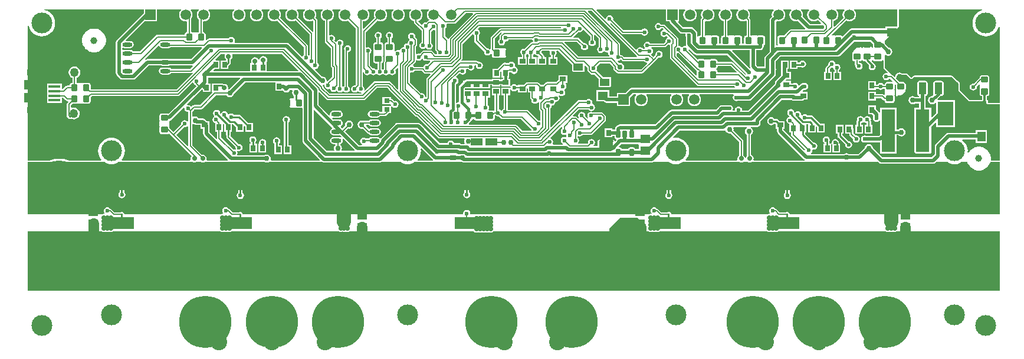
<source format=gbr>
%TF.GenerationSoftware,Altium Limited,Altium Designer,18.1.7 (191)*%
G04 Layer_Physical_Order=2*
G04 Layer_Color=16711680*
%FSLAX25Y25*%
%MOIN*%
%TF.FileFunction,Copper,L2,Bot,Signal*%
%TF.Part,Single*%
G01*
G75*
%TA.AperFunction,SMDPad,CuDef*%
%ADD10C,0.00984*%
%ADD11R,0.06693X0.03937*%
%TA.AperFunction,FiducialPad,Global*%
%ADD12C,0.03937*%
%TA.AperFunction,SMDPad,CuDef*%
G04:AMPARAMS|DCode=14|XSize=39.37mil|YSize=35.43mil|CornerRadius=4.43mil|HoleSize=0mil|Usage=FLASHONLY|Rotation=180.000|XOffset=0mil|YOffset=0mil|HoleType=Round|Shape=RoundedRectangle|*
%AMROUNDEDRECTD14*
21,1,0.03937,0.02657,0,0,180.0*
21,1,0.03051,0.03543,0,0,180.0*
1,1,0.00886,-0.01526,0.01329*
1,1,0.00886,0.01526,0.01329*
1,1,0.00886,0.01526,-0.01329*
1,1,0.00886,-0.01526,-0.01329*
%
%ADD14ROUNDEDRECTD14*%
G04:AMPARAMS|DCode=15|XSize=39.37mil|YSize=35.43mil|CornerRadius=4.43mil|HoleSize=0mil|Usage=FLASHONLY|Rotation=270.000|XOffset=0mil|YOffset=0mil|HoleType=Round|Shape=RoundedRectangle|*
%AMROUNDEDRECTD15*
21,1,0.03937,0.02657,0,0,270.0*
21,1,0.03051,0.03543,0,0,270.0*
1,1,0.00886,-0.01329,-0.01526*
1,1,0.00886,-0.01329,0.01526*
1,1,0.00886,0.01329,0.01526*
1,1,0.00886,0.01329,-0.01526*
%
%ADD15ROUNDEDRECTD15*%
%ADD25R,0.02756X0.03347*%
%ADD26R,0.03347X0.02756*%
%TA.AperFunction,Conductor*%
%ADD29C,0.00984*%
%ADD30C,0.00600*%
%ADD31C,0.01575*%
%ADD32C,0.00800*%
%ADD33C,0.01181*%
%ADD34C,0.00799*%
%ADD35C,0.01968*%
%TA.AperFunction,ComponentPad*%
%ADD37C,0.29528*%
%ADD38C,0.11811*%
G04:AMPARAMS|DCode=39|XSize=51.18mil|YSize=86.61mil|CornerRadius=12.8mil|HoleSize=0mil|Usage=FLASHONLY|Rotation=90.000|XOffset=0mil|YOffset=0mil|HoleType=Round|Shape=RoundedRectangle|*
%AMROUNDEDRECTD39*
21,1,0.05118,0.06102,0,0,90.0*
21,1,0.02559,0.08661,0,0,90.0*
1,1,0.02559,0.03051,0.01280*
1,1,0.02559,0.03051,-0.01280*
1,1,0.02559,-0.03051,-0.01280*
1,1,0.02559,-0.03051,0.01280*
%
%ADD39ROUNDEDRECTD39*%
G04:AMPARAMS|DCode=40|XSize=41.34mil|YSize=57.48mil|CornerRadius=10.34mil|HoleSize=0mil|Usage=FLASHONLY|Rotation=90.000|XOffset=0mil|YOffset=0mil|HoleType=Round|Shape=RoundedRectangle|*
%AMROUNDEDRECTD40*
21,1,0.04134,0.03681,0,0,90.0*
21,1,0.02067,0.05748,0,0,90.0*
1,1,0.02067,0.01841,0.01034*
1,1,0.02067,0.01841,-0.01034*
1,1,0.02067,-0.01841,-0.01034*
1,1,0.02067,-0.01841,0.01034*
%
%ADD40ROUNDEDRECTD40*%
%ADD41C,0.05906*%
%ADD42R,0.05906X0.05906*%
%ADD43C,0.09449*%
%TA.AperFunction,ViaPad*%
%ADD44C,0.02362*%
%ADD45C,0.02953*%
%ADD46C,0.02756*%
%ADD47C,0.03150*%
%TA.AperFunction,SMDPad,CuDef*%
%ADD48R,0.04921X0.05709*%
%ADD49R,0.08858X0.13780*%
G04:AMPARAMS|DCode=50|XSize=137.8mil|YSize=68.9mil|CornerRadius=8.61mil|HoleSize=0mil|Usage=FLASHONLY|Rotation=180.000|XOffset=0mil|YOffset=0mil|HoleType=Round|Shape=RoundedRectangle|*
%AMROUNDEDRECTD50*
21,1,0.13780,0.05167,0,0,180.0*
21,1,0.12057,0.06890,0,0,180.0*
1,1,0.01722,-0.06029,0.02584*
1,1,0.01722,0.06029,0.02584*
1,1,0.01722,0.06029,-0.02584*
1,1,0.01722,-0.06029,-0.02584*
%
%ADD50ROUNDEDRECTD50*%
G04:AMPARAMS|DCode=51|XSize=43.31mil|YSize=68.9mil|CornerRadius=5.41mil|HoleSize=0mil|Usage=FLASHONLY|Rotation=180.000|XOffset=0mil|YOffset=0mil|HoleType=Round|Shape=RoundedRectangle|*
%AMROUNDEDRECTD51*
21,1,0.04331,0.05807,0,0,180.0*
21,1,0.03248,0.06890,0,0,180.0*
1,1,0.01083,-0.01624,0.02904*
1,1,0.01083,0.01624,0.02904*
1,1,0.01083,0.01624,-0.02904*
1,1,0.01083,-0.01624,-0.02904*
%
%ADD51ROUNDEDRECTD51*%
G04:AMPARAMS|DCode=52|XSize=43.31mil|YSize=68.9mil|CornerRadius=5.41mil|HoleSize=0mil|Usage=FLASHONLY|Rotation=180.000|XOffset=0mil|YOffset=0mil|HoleType=Round|Shape=RoundedRectangle|*
%AMROUNDEDRECTD52*
21,1,0.04331,0.05807,0,0,180.0*
21,1,0.03248,0.06890,0,0,180.0*
1,1,0.01083,-0.01624,0.02904*
1,1,0.01083,0.01624,0.02904*
1,1,0.01083,0.01624,-0.02904*
1,1,0.01083,-0.01624,-0.02904*
%
%ADD52ROUNDEDRECTD52*%
%ADD53R,0.05709X0.04921*%
G04:AMPARAMS|DCode=54|XSize=23.62mil|YSize=39.37mil|CornerRadius=2.95mil|HoleSize=0mil|Usage=FLASHONLY|Rotation=0.000|XOffset=0mil|YOffset=0mil|HoleType=Round|Shape=RoundedRectangle|*
%AMROUNDEDRECTD54*
21,1,0.02362,0.03347,0,0,0.0*
21,1,0.01772,0.03937,0,0,0.0*
1,1,0.00591,0.00886,-0.01673*
1,1,0.00591,-0.00886,-0.01673*
1,1,0.00591,-0.00886,0.01673*
1,1,0.00591,0.00886,0.01673*
%
%ADD54ROUNDEDRECTD54*%
%ADD55O,0.07874X0.03150*%
%ADD56R,0.03150X0.02559*%
G04:AMPARAMS|DCode=57|XSize=78.74mil|YSize=161.42mil|CornerRadius=9.84mil|HoleSize=0mil|Usage=FLASHONLY|Rotation=180.000|XOffset=0mil|YOffset=0mil|HoleType=Round|Shape=RoundedRectangle|*
%AMROUNDEDRECTD57*
21,1,0.07874,0.14173,0,0,180.0*
21,1,0.05906,0.16142,0,0,180.0*
1,1,0.01968,-0.02953,0.07087*
1,1,0.01968,0.02953,0.07087*
1,1,0.01968,0.02953,-0.07087*
1,1,0.01968,-0.02953,-0.07087*
%
%ADD57ROUNDEDRECTD57*%
%ADD58R,0.13583X0.07087*%
%ADD59R,0.05512X0.03937*%
%ADD60O,0.05709X0.02362*%
%ADD61R,0.07795X0.24488*%
%ADD62R,0.06890X0.01575*%
G04:AMPARAMS|DCode=63|XSize=51.18mil|YSize=86.61mil|CornerRadius=12.8mil|HoleSize=0mil|Usage=FLASHONLY|Rotation=90.000|XOffset=0mil|YOffset=0mil|HoleType=Round|Shape=RoundedRectangle|*
%AMROUNDEDRECTD63*
21,1,0.05118,0.06102,0,0,90.0*
21,1,0.02559,0.08661,0,0,90.0*
1,1,0.02559,0.03051,0.01280*
1,1,0.02559,0.03051,-0.01280*
1,1,0.02559,-0.03051,-0.01280*
1,1,0.02559,-0.03051,0.01280*
%
%ADD63ROUNDEDRECTD63*%
%ADD64R,0.09843X0.05610*%
%ADD65R,0.05748X0.06299*%
%ADD66R,0.02756X0.07185*%
%ADD67C,0.05000*%
%TA.AperFunction,Conductor*%
%ADD68C,0.00598*%
%ADD69C,0.05906*%
%ADD70C,0.07874*%
G36*
X493280Y185377D02*
X492855Y184953D01*
X486504D01*
Y183917D01*
X467670D01*
X466974Y183778D01*
X466384Y183384D01*
X462557Y179557D01*
X462263Y179586D01*
X461853Y179861D01*
X461368Y179957D01*
X458710D01*
X458311Y179878D01*
X458268Y179921D01*
X456569D01*
X456378Y180383D01*
X464391Y188396D01*
X465162Y188077D01*
X466142Y187948D01*
X467121Y188077D01*
X468034Y188455D01*
X468818Y189056D01*
X469419Y189840D01*
X469797Y190753D01*
X469926Y191732D01*
X469797Y192712D01*
X469419Y193624D01*
X468838Y194382D01*
X468866Y194552D01*
X468978Y194882D01*
X493280D01*
Y185377D01*
D02*
G37*
G36*
X433417Y194552D02*
X433446Y194382D01*
X432864Y193624D01*
X432486Y192712D01*
X432357Y191732D01*
X432486Y190753D01*
X432864Y189840D01*
X433466Y189056D01*
X434250Y188455D01*
X435162Y188077D01*
X436142Y187948D01*
X437121Y188077D01*
X437195Y188107D01*
X441354Y183948D01*
X441163Y183486D01*
X433350D01*
X432921Y183401D01*
X432557Y183158D01*
X429357Y179957D01*
X426821D01*
X426336Y179861D01*
X425925Y179586D01*
X425651Y179175D01*
X425555Y178691D01*
Y175640D01*
X425651Y175155D01*
X425907Y174771D01*
X425876Y174622D01*
X425733Y174271D01*
X424999D01*
X424837Y174404D01*
Y187705D01*
X424914Y187793D01*
X425251Y188065D01*
X426142Y187948D01*
X427121Y188077D01*
X428034Y188455D01*
X428818Y189056D01*
X429419Y189840D01*
X429797Y190753D01*
X429926Y191732D01*
X429797Y192712D01*
X429419Y193624D01*
X428838Y194382D01*
X428866Y194552D01*
X428978Y194882D01*
X433305D01*
X433417Y194552D01*
D02*
G37*
G36*
X393417D02*
X393446Y194382D01*
X392864Y193624D01*
X392486Y192712D01*
X392357Y191732D01*
X392486Y190753D01*
X392864Y189840D01*
X393466Y189056D01*
X394250Y188455D01*
X395139Y188086D01*
Y179957D01*
X394931D01*
X394446Y179861D01*
X394036Y179586D01*
X393761Y179176D01*
X393665Y178691D01*
Y175640D01*
X393669Y175618D01*
X393352Y175232D01*
X392869D01*
X392551Y175618D01*
X392556Y175640D01*
Y178691D01*
X392459Y179176D01*
X392185Y179587D01*
X391774Y179861D01*
X391289Y179957D01*
X388632D01*
X388232Y179878D01*
X388189Y179921D01*
X385039D01*
X384996Y179878D01*
X384596Y179957D01*
X384388D01*
Y187856D01*
X384888Y188190D01*
X385162Y188077D01*
X386142Y187948D01*
X387121Y188077D01*
X388034Y188455D01*
X388818Y189056D01*
X389419Y189840D01*
X389797Y190753D01*
X389926Y191732D01*
X389797Y192712D01*
X389419Y193624D01*
X388838Y194382D01*
X388866Y194552D01*
X388978Y194882D01*
X393305D01*
X393417Y194552D01*
D02*
G37*
G36*
X383417D02*
X383446Y194382D01*
X382864Y193624D01*
X382486Y192712D01*
X382357Y191732D01*
X382486Y190753D01*
X382806Y189981D01*
X382475Y189651D01*
X382232Y189287D01*
X382147Y188858D01*
Y179957D01*
X381939D01*
X381454Y179861D01*
X381043Y179587D01*
X380873Y179332D01*
X380374Y179484D01*
Y181149D01*
X380235Y181845D01*
X379841Y182435D01*
X378104Y184172D01*
X377514Y184566D01*
X376818Y184704D01*
X372298D01*
X369483Y187518D01*
X369675Y187980D01*
X369894D01*
Y194882D01*
X373305D01*
X373417Y194552D01*
X373446Y194382D01*
X372864Y193624D01*
X372486Y192712D01*
X372357Y191732D01*
X372486Y190753D01*
X372864Y189840D01*
X373466Y189056D01*
X374250Y188455D01*
X375162Y188077D01*
X376142Y187948D01*
X377121Y188077D01*
X378034Y188455D01*
X378818Y189056D01*
X379419Y189840D01*
X379797Y190753D01*
X379926Y191732D01*
X379797Y192712D01*
X379419Y193624D01*
X378838Y194382D01*
X378866Y194552D01*
X378978Y194882D01*
X383305D01*
X383417Y194552D01*
D02*
G37*
G36*
X218535D02*
X218564Y194382D01*
X217983Y193624D01*
X217604Y192712D01*
X217476Y191732D01*
X217604Y190753D01*
X217983Y189840D01*
X218584Y189056D01*
X219368Y188455D01*
X220140Y188135D01*
Y187476D01*
X220225Y187047D01*
X220468Y186684D01*
X224388Y182764D01*
Y176251D01*
X223769Y175837D01*
X223331Y175182D01*
X223178Y174409D01*
X223331Y173637D01*
X223769Y172982D01*
X224424Y172544D01*
X225197Y172390D01*
X225970Y172544D01*
X226625Y172982D01*
X227137Y172849D01*
X227312Y172588D01*
X227967Y172150D01*
X228740Y171996D01*
X229512Y172150D01*
X230167Y172588D01*
X230605Y173243D01*
X230759Y174015D01*
X230605Y174788D01*
X230167Y175443D01*
X229860Y175649D01*
Y182213D01*
X230739Y183092D01*
X231102Y183020D01*
X231762Y183151D01*
X232261Y182877D01*
Y172130D01*
X232347Y171701D01*
X232590Y171337D01*
X233092Y170835D01*
X233020Y170472D01*
X233152Y169813D01*
X232877Y169313D01*
X232380D01*
X230610Y171083D01*
X230247Y171326D01*
X229818Y171411D01*
X225705D01*
X225276Y171326D01*
X224913Y171083D01*
X223444Y169614D01*
X222834Y169735D01*
X222061Y169582D01*
X221781Y169394D01*
X221281Y169662D01*
Y173560D01*
X221716Y173995D01*
X221958Y174358D01*
X222044Y174786D01*
X222044Y174787D01*
Y177501D01*
X221958Y177930D01*
X221716Y178294D01*
X220845Y179165D01*
X220917Y179528D01*
X220763Y180300D01*
X220325Y180955D01*
X219670Y181393D01*
X218898Y181547D01*
X218125Y181393D01*
X217470Y180955D01*
X217032Y180300D01*
X216879Y179528D01*
X217032Y178755D01*
X217470Y178100D01*
X217600Y178013D01*
X217598Y177413D01*
X217216Y177158D01*
X216779Y176503D01*
X216673Y175972D01*
X216488Y175652D01*
X216168Y175467D01*
X215636Y175361D01*
X214981Y174923D01*
X214543Y174268D01*
X214438Y173736D01*
X214173Y173279D01*
X213401Y173125D01*
X212745Y172688D01*
X212308Y172032D01*
X212249Y171738D01*
X211999Y171634D01*
X211706Y171568D01*
X211023Y171704D01*
X210250Y171550D01*
X209595Y171112D01*
X209555Y171052D01*
X209055Y171204D01*
Y171653D01*
X209012Y171697D01*
X209091Y172097D01*
Y174754D01*
X208995Y175239D01*
X208720Y175649D01*
X208310Y175924D01*
X207825Y176020D01*
X207420D01*
Y178288D01*
X207727Y178493D01*
X208165Y179149D01*
X208318Y179921D01*
X208165Y180694D01*
X207727Y181349D01*
X207072Y181787D01*
X206299Y181940D01*
X205526Y181787D01*
X204872Y181349D01*
X204434Y180694D01*
X204280Y179921D01*
X204434Y179149D01*
X204872Y178493D01*
X205178Y178288D01*
Y176020D01*
X204774D01*
X204289Y175924D01*
X203878Y175649D01*
X203604Y175239D01*
X203507Y174754D01*
Y172097D01*
X203587Y171697D01*
X203543Y171653D01*
Y168504D01*
X203587Y168461D01*
X203507Y168061D01*
Y165510D01*
X203295Y165193D01*
X203210Y164764D01*
Y161082D01*
X202903Y160877D01*
X202809Y160736D01*
X202309D01*
X202215Y160877D01*
X201907Y161082D01*
Y164213D01*
X202010Y164234D01*
X202421Y164508D01*
X202696Y164919D01*
X202792Y165403D01*
Y168061D01*
X202713Y168461D01*
X202756Y168504D01*
Y171653D01*
X202713Y171697D01*
X202792Y172097D01*
Y174754D01*
X202696Y175239D01*
X202421Y175649D01*
X202010Y175924D01*
X201526Y176020D01*
X201121D01*
Y178288D01*
X201428Y178493D01*
X201865Y179149D01*
X202019Y179921D01*
X201865Y180694D01*
X201428Y181349D01*
X200773Y181787D01*
X200000Y181940D01*
X199227Y181787D01*
X198572Y181349D01*
X198135Y180694D01*
X197981Y179921D01*
X198135Y179149D01*
X198572Y178493D01*
X198879Y178288D01*
Y176020D01*
X198474D01*
X197990Y175924D01*
X197579Y175649D01*
X197304Y175239D01*
X197208Y174754D01*
Y172097D01*
X197287Y171697D01*
X197244Y171653D01*
Y168504D01*
X197287Y168461D01*
X197208Y168061D01*
Y165403D01*
X197304Y164919D01*
X197579Y164508D01*
X197990Y164234D01*
X198474Y164137D01*
X199668D01*
Y161082D01*
X199360Y160877D01*
X199266Y160736D01*
X198766D01*
X198672Y160877D01*
X198017Y161314D01*
X197244Y161468D01*
X196881Y161396D01*
X195214Y163062D01*
Y169626D01*
X195522Y169832D01*
X195960Y170487D01*
X196114Y171260D01*
X195960Y172032D01*
X195522Y172688D01*
X194867Y173125D01*
X194095Y173279D01*
X193435Y173148D01*
X192935Y173422D01*
Y181822D01*
X199509Y188396D01*
X200280Y188077D01*
X201260Y187948D01*
X202239Y188077D01*
X203152Y188455D01*
X203936Y189056D01*
X204537Y189840D01*
X204915Y190753D01*
X205044Y191732D01*
X204915Y192712D01*
X204537Y193624D01*
X203956Y194382D01*
X203984Y194552D01*
X204096Y194882D01*
X208423D01*
X208535Y194552D01*
X208564Y194382D01*
X207982Y193624D01*
X207604Y192712D01*
X207475Y191732D01*
X207604Y190753D01*
X207982Y189840D01*
X208584Y189056D01*
X209368Y188455D01*
X210280Y188077D01*
X211260Y187948D01*
X212239Y188077D01*
X213152Y188455D01*
X213936Y189056D01*
X214537Y189840D01*
X214915Y190753D01*
X215044Y191732D01*
X214915Y192712D01*
X214537Y193624D01*
X213956Y194382D01*
X213984Y194552D01*
X214096Y194882D01*
X218424D01*
X218535Y194552D01*
D02*
G37*
G36*
X138535D02*
X138564Y194382D01*
X137982Y193624D01*
X137604Y192712D01*
X137476Y191732D01*
X137604Y190753D01*
X137982Y189840D01*
X138584Y189056D01*
X139368Y188455D01*
X140280Y188077D01*
X141260Y187948D01*
X142239Y188077D01*
X143011Y188396D01*
X157934Y173473D01*
Y168956D01*
X157627Y168751D01*
X157261Y168203D01*
X156709Y168048D01*
X149404Y175353D01*
X148814Y175747D01*
X148118Y175885D01*
X118986D01*
X118750Y176326D01*
X118794Y176392D01*
X118948Y177165D01*
X118794Y177938D01*
X118357Y178593D01*
X117702Y179030D01*
X116929Y179184D01*
X116156Y179030D01*
X115501Y178593D01*
X115296Y178286D01*
X104278D01*
X103849Y178200D01*
X103486Y177957D01*
X102851Y177323D01*
X102391Y177570D01*
X102398Y177608D01*
Y180659D01*
X102302Y181144D01*
X102027Y181555D01*
X101617Y181829D01*
X101132Y181926D01*
X101026D01*
Y187743D01*
X101260Y187948D01*
X102239Y188077D01*
X103152Y188455D01*
X103936Y189056D01*
X104537Y189840D01*
X104915Y190753D01*
X105044Y191732D01*
X104915Y192712D01*
X104537Y193624D01*
X103956Y194382D01*
X103984Y194552D01*
X104096Y194882D01*
X118423D01*
X118535Y194552D01*
X118564Y194382D01*
X117982Y193624D01*
X117604Y192712D01*
X117475Y191732D01*
X117604Y190753D01*
X117982Y189840D01*
X118584Y189056D01*
X119368Y188455D01*
X120280Y188077D01*
X121260Y187948D01*
X122239Y188077D01*
X123152Y188455D01*
X123936Y189056D01*
X124537Y189840D01*
X124915Y190753D01*
X125044Y191732D01*
X124915Y192712D01*
X124537Y193624D01*
X123956Y194382D01*
X123984Y194552D01*
X124096Y194882D01*
X128424D01*
X128535Y194552D01*
X128564Y194382D01*
X127982Y193624D01*
X127604Y192712D01*
X127476Y191732D01*
X127604Y190753D01*
X127982Y189840D01*
X128584Y189056D01*
X129368Y188455D01*
X130280Y188077D01*
X131260Y187948D01*
X132239Y188077D01*
X133152Y188455D01*
X133936Y189056D01*
X134537Y189840D01*
X134915Y190753D01*
X135044Y191732D01*
X134915Y192712D01*
X134537Y193624D01*
X133956Y194382D01*
X133984Y194552D01*
X134096Y194882D01*
X138424D01*
X138535Y194552D01*
D02*
G37*
G36*
X228535D02*
X228564Y194382D01*
X227982Y193624D01*
X227604Y192712D01*
X227476Y191732D01*
X227604Y190753D01*
X227982Y189840D01*
X228584Y189056D01*
X228735Y188940D01*
X228687Y188629D01*
X228585Y188426D01*
X228229Y188355D01*
X227865Y188112D01*
X227134Y187380D01*
X226772Y187452D01*
X225999Y187299D01*
X225344Y186861D01*
X224906Y186206D01*
X224878Y186065D01*
X224400Y185920D01*
X222624Y187695D01*
X222742Y188285D01*
X223152Y188455D01*
X223936Y189056D01*
X224537Y189840D01*
X224915Y190753D01*
X225044Y191732D01*
X224915Y192712D01*
X224537Y193624D01*
X223956Y194382D01*
X223984Y194552D01*
X224096Y194882D01*
X228424D01*
X228535Y194552D01*
D02*
G37*
G36*
X443417D02*
X443446Y194382D01*
X442864Y193624D01*
X442486Y192712D01*
X442357Y191732D01*
X442486Y190753D01*
X442864Y189840D01*
X443466Y189056D01*
X444250Y188455D01*
X445162Y188077D01*
X446142Y187948D01*
X447121Y188077D01*
X448034Y188455D01*
X448364Y188708D01*
X450078Y186995D01*
X449963Y186536D01*
X449902Y186464D01*
X443982D01*
X439767Y190679D01*
X439797Y190753D01*
X439926Y191732D01*
X439797Y192712D01*
X439419Y193624D01*
X438838Y194382D01*
X438866Y194552D01*
X438978Y194882D01*
X443305D01*
X443417Y194552D01*
D02*
G37*
G36*
X463417D02*
X463446Y194382D01*
X462864Y193624D01*
X462486Y192712D01*
X462357Y191732D01*
X462486Y190753D01*
X462806Y189981D01*
X457762Y184938D01*
X457263Y185145D01*
Y188135D01*
X458034Y188455D01*
X458818Y189056D01*
X459419Y189840D01*
X459797Y190753D01*
X459926Y191732D01*
X459797Y192712D01*
X459419Y193624D01*
X458838Y194382D01*
X458866Y194552D01*
X458978Y194882D01*
X463305D01*
X463417Y194552D01*
D02*
G37*
G36*
X198535D02*
X198564Y194382D01*
X197983Y193624D01*
X197604Y192712D01*
X197476Y191732D01*
X197604Y190753D01*
X197924Y189981D01*
X191739Y183797D01*
X191277Y183988D01*
Y187950D01*
X192239Y188077D01*
X193152Y188455D01*
X193936Y189056D01*
X194537Y189840D01*
X194915Y190753D01*
X195044Y191732D01*
X194915Y192712D01*
X194537Y193624D01*
X193956Y194382D01*
X193984Y194552D01*
X194096Y194882D01*
X198424D01*
X198535Y194552D01*
D02*
G37*
G36*
X158535D02*
X158564Y194382D01*
X157983Y193624D01*
X157604Y192712D01*
X157475Y191732D01*
X157604Y190753D01*
X157983Y189840D01*
X158584Y189056D01*
X159368Y188455D01*
X160280Y188077D01*
X161260Y187948D01*
X162239Y188077D01*
X163011Y188396D01*
X163364Y188043D01*
Y182214D01*
X162864Y182027D01*
X154688Y190203D01*
X154915Y190753D01*
X155044Y191732D01*
X154915Y192712D01*
X154537Y193624D01*
X153956Y194382D01*
X153984Y194552D01*
X154096Y194882D01*
X158423D01*
X158535Y194552D01*
D02*
G37*
G36*
X98535D02*
X98564Y194382D01*
X97983Y193624D01*
X97604Y192712D01*
X97475Y191732D01*
X97604Y190753D01*
X97983Y189840D01*
X98580Y189061D01*
Y181926D01*
X98474D01*
X98075Y181846D01*
X98032Y181890D01*
X94882D01*
X94839Y181846D01*
X94439Y181926D01*
X94333D01*
Y189574D01*
X94537Y189840D01*
X94915Y190753D01*
X95044Y191732D01*
X94915Y192712D01*
X94537Y193624D01*
X93956Y194382D01*
X93984Y194552D01*
X94096Y194882D01*
X98423D01*
X98535Y194552D01*
D02*
G37*
G36*
X319746Y179532D02*
Y177618D01*
X319438Y177412D01*
X319001Y176757D01*
X318847Y175984D01*
X319001Y175212D01*
X319438Y174557D01*
X320093Y174119D01*
X320866Y173965D01*
X321639Y174119D01*
X322294Y174557D01*
X322732Y175212D01*
X322885Y175984D01*
X322732Y176757D01*
X322294Y177412D01*
X321986Y177618D01*
Y179995D01*
X321954Y180159D01*
X322414Y180406D01*
X324470Y178350D01*
Y173680D01*
X324163Y173475D01*
X323725Y172820D01*
X323571Y172047D01*
X323725Y171275D01*
X324163Y170619D01*
X324818Y170182D01*
X325590Y170028D01*
X326363Y170182D01*
X327018Y170619D01*
X327193Y170880D01*
X327706Y171013D01*
X328361Y170575D01*
X329133Y170422D01*
X329441Y170483D01*
X329870Y170078D01*
X330024Y169306D01*
X330461Y168651D01*
X330552Y168590D01*
X330400Y168090D01*
X313062D01*
X305176Y175977D01*
X305367Y176439D01*
X312135D01*
X314588Y173985D01*
X314516Y173622D01*
X314670Y172849D01*
X315108Y172194D01*
X315763Y171757D01*
X316535Y171603D01*
X317308Y171757D01*
X317963Y172194D01*
X318401Y172849D01*
X318554Y173622D01*
X318401Y174395D01*
X317963Y175050D01*
X317308Y175487D01*
X316535Y175641D01*
X316172Y175569D01*
X313390Y178351D01*
X313027Y178594D01*
X312598Y178679D01*
X310518D01*
X310327Y179141D01*
X313150Y181964D01*
X313779Y181839D01*
X314552Y181993D01*
X315207Y182431D01*
X315581Y182990D01*
X316129Y183149D01*
X319746Y179532D01*
D02*
G37*
G36*
X362390Y187980D02*
X364385D01*
X364462Y187593D01*
X364856Y187003D01*
X370259Y181600D01*
X370848Y181206D01*
X371544Y181067D01*
X373419D01*
X373700Y180567D01*
X373571Y179921D01*
X373725Y179149D01*
X373772Y179078D01*
Y174925D01*
X373867Y174449D01*
X373519Y174034D01*
X373482Y174016D01*
X373228Y174066D01*
X372456Y173913D01*
X371801Y173475D01*
X371707Y173334D01*
X371207D01*
X371113Y173475D01*
X370458Y173913D01*
X369685Y174066D01*
X369582Y174556D01*
Y177921D01*
X369496Y178349D01*
X369254Y178713D01*
X362135Y185831D01*
X361772Y186074D01*
X361343Y186159D01*
X359901D01*
X359695Y186467D01*
X359040Y186905D01*
X358268Y187058D01*
X357495Y186905D01*
X356840Y186467D01*
X356402Y185812D01*
X356249Y185039D01*
X356402Y184267D01*
X356840Y183612D01*
X357495Y183174D01*
X358268Y183020D01*
X359040Y183174D01*
X359695Y183612D01*
X359901Y183919D01*
X360879D01*
X361209Y183590D01*
X361044Y183047D01*
X360645Y182968D01*
X359990Y182530D01*
X359552Y181875D01*
X359398Y181102D01*
X359552Y180330D01*
X359990Y179675D01*
X360645Y179237D01*
X361417Y179083D01*
X362190Y179237D01*
X362845Y179675D01*
X362903Y179680D01*
X363463Y179120D01*
X363304Y178573D01*
X362745Y178199D01*
X362307Y177544D01*
X362153Y176771D01*
X362225Y176409D01*
X361346Y175530D01*
X353601D01*
X353396Y175837D01*
X352741Y176275D01*
X351968Y176428D01*
X351195Y176275D01*
X350540Y175837D01*
X350102Y175182D01*
X349949Y174409D01*
X350102Y173636D01*
X350540Y172981D01*
X350692Y172880D01*
X350540Y172380D01*
X349665D01*
X349459Y172688D01*
X348804Y173125D01*
X348031Y173279D01*
X347259Y173125D01*
X346604Y172688D01*
X346230Y172128D01*
X345683Y171969D01*
X331124Y186527D01*
X331279Y187079D01*
X331389Y187106D01*
X337397Y181098D01*
X337760Y180855D01*
X338189Y180770D01*
X348760D01*
X348966Y180462D01*
X349621Y180024D01*
X350394Y179871D01*
X351166Y180024D01*
X351821Y180462D01*
X352259Y181117D01*
X352413Y181890D01*
X352259Y182662D01*
X351821Y183317D01*
X351166Y183755D01*
X350394Y183909D01*
X349621Y183755D01*
X348966Y183317D01*
X348760Y183010D01*
X338653D01*
X332656Y189007D01*
X332728Y189370D01*
X332574Y190143D01*
X332136Y190798D01*
X331481Y191235D01*
X330709Y191389D01*
X329936Y191235D01*
X329281Y190798D01*
X328843Y190143D01*
X328739Y189619D01*
X328203Y189448D01*
X323232Y194420D01*
X323423Y194882D01*
X362390D01*
Y187980D01*
D02*
G37*
G36*
X67508Y192599D02*
X52246Y177337D01*
X51852Y176747D01*
X51713Y176051D01*
Y158595D01*
X51852Y157899D01*
X52246Y157309D01*
X53982Y155572D01*
X54572Y155178D01*
X55268Y155040D01*
X61582D01*
X62278Y155178D01*
X62868Y155572D01*
X70300Y163004D01*
X77110D01*
X77180Y162957D01*
X77953Y162804D01*
X81299D01*
X82072Y162957D01*
X82142Y163004D01*
X94882D01*
X94985Y163025D01*
X95231Y162564D01*
X93611Y160943D01*
X82932D01*
X82727Y161250D01*
X82072Y161688D01*
X81299Y161842D01*
X77953D01*
X77180Y161688D01*
X76525Y161250D01*
X76087Y160596D01*
X75934Y159823D01*
X76087Y159050D01*
X76525Y158395D01*
X77180Y157957D01*
X77953Y157804D01*
X81299D01*
X82072Y157957D01*
X82727Y158395D01*
X82932Y158702D01*
X94075D01*
X94504Y158787D01*
X94795Y158982D01*
X95114Y158594D01*
X86065Y149545D01*
X37438D01*
Y151919D01*
X37341Y152404D01*
X37067Y152815D01*
X36656Y153089D01*
X36171Y153186D01*
X33514D01*
X33114Y153106D01*
X33071Y153150D01*
X29921D01*
X29569Y153504D01*
Y155990D01*
X30010Y156173D01*
X30700Y156702D01*
X31228Y157391D01*
X31561Y158194D01*
X31674Y159055D01*
X31561Y159916D01*
X31228Y160719D01*
X30700Y161408D01*
X30010Y161937D01*
X29208Y162269D01*
X28346Y162383D01*
X27485Y162269D01*
X26683Y161937D01*
X25993Y161408D01*
X25465Y160719D01*
X25132Y159916D01*
X25019Y159055D01*
X25132Y158194D01*
X25465Y157391D01*
X25993Y156702D01*
X26683Y156173D01*
X27124Y155990D01*
Y153186D01*
X26821D01*
X26336Y153089D01*
X25925Y152815D01*
X25651Y152404D01*
X25554Y151919D01*
Y151616D01*
X24213D01*
X23745Y151523D01*
X23348Y151258D01*
X23348Y151258D01*
X21772Y149681D01*
X21272Y149729D01*
Y152571D01*
X12783D01*
Y149398D01*
Y146839D01*
Y144280D01*
Y141721D01*
X21272D01*
Y144644D01*
X21935D01*
X23348Y143230D01*
X23348Y143230D01*
X23745Y142965D01*
X24213Y142872D01*
X24545D01*
X24737Y142410D01*
X24189Y141862D01*
X23924Y141466D01*
X23831Y140998D01*
Y134626D01*
X23924Y134158D01*
X24189Y133761D01*
X24953Y132997D01*
X24953Y132997D01*
X25350Y132732D01*
X25817Y132639D01*
X26285Y132732D01*
X26483Y132865D01*
X27092Y132613D01*
X27953Y132499D01*
X28814Y132613D01*
X29617Y132945D01*
X30306Y133474D01*
X30835Y134163D01*
X31167Y134966D01*
X31280Y135827D01*
X31167Y136688D01*
X30835Y137491D01*
X30306Y138180D01*
X29617Y138709D01*
X28814Y139041D01*
X27953Y139154D01*
X27915Y139149D01*
X27083D01*
X26776Y139088D01*
X26276Y139385D01*
Y140492D01*
X27086Y141302D01*
X29478D01*
X29878Y141382D01*
X29921Y141339D01*
X33071D01*
X33114Y141382D01*
X33514Y141302D01*
X36171D01*
X36656Y141399D01*
X37067Y141673D01*
X37341Y142084D01*
X37438Y142569D01*
Y145106D01*
X38062Y145730D01*
X86931D01*
X87359Y145816D01*
X87723Y146058D01*
X94895Y153230D01*
X95442Y153070D01*
X95816Y152509D01*
X96307Y152182D01*
X96452Y151964D01*
X97135Y151281D01*
X81429Y135576D01*
X81144Y135766D01*
X80660Y135863D01*
X77608D01*
X77124Y135766D01*
X76713Y135492D01*
X76438Y135081D01*
X76342Y134597D01*
Y131939D01*
X76421Y131539D01*
X76378Y131496D01*
Y128347D01*
X76421Y128303D01*
X76342Y127903D01*
Y125246D01*
X76438Y124761D01*
X76713Y124351D01*
X77124Y124076D01*
X77608Y123979D01*
X80660D01*
X81144Y124076D01*
X81555Y124351D01*
X81774Y124372D01*
X83388Y122758D01*
X94432Y111714D01*
X94012Y111086D01*
X93843Y110236D01*
X93973Y109583D01*
X93660Y109083D01*
X55051D01*
X54814Y109583D01*
X55472Y110384D01*
X56168Y111686D01*
X56596Y113098D01*
X56741Y114567D01*
X56596Y116036D01*
X56168Y117448D01*
X55472Y118749D01*
X54536Y119890D01*
X53395Y120826D01*
X52094Y121522D01*
X50681Y121951D01*
X49213Y122095D01*
X47744Y121951D01*
X46332Y121522D01*
X45030Y120826D01*
X43889Y119890D01*
X42953Y118749D01*
X42257Y117448D01*
X41829Y116036D01*
X41684Y114567D01*
X41829Y113098D01*
X42257Y111686D01*
X42953Y110384D01*
X43611Y109583D01*
X43374Y109083D01*
X25119D01*
X24509Y109335D01*
X22127Y109907D01*
X19685Y110099D01*
X17243Y109907D01*
X14861Y109335D01*
X14251Y109083D01*
X1969D01*
Y185477D01*
X2459Y185539D01*
X2887Y184127D01*
X3583Y182825D01*
X4519Y181685D01*
X5660Y180748D01*
X6961Y180053D01*
X8374Y179624D01*
X9843Y179480D01*
X11311Y179624D01*
X12723Y180053D01*
X14025Y180748D01*
X15166Y181685D01*
X16102Y182825D01*
X16798Y184127D01*
X17226Y185539D01*
X17371Y187008D01*
X17226Y188477D01*
X16798Y189889D01*
X16102Y191190D01*
X15166Y192331D01*
X14025Y193268D01*
X12723Y193963D01*
X11311Y194392D01*
X11374Y194882D01*
X67508D01*
Y192599D01*
D02*
G37*
G36*
X253417Y192115D02*
X240070Y178768D01*
X239827Y178405D01*
X239793Y178230D01*
X239686Y178160D01*
X239253Y178077D01*
X237734Y179596D01*
Y183800D01*
X238042Y184005D01*
X238480Y184660D01*
X238633Y185433D01*
X238508Y186061D01*
X238798Y186561D01*
X242938D01*
X243367Y186646D01*
X243730Y186889D01*
X249417Y192577D01*
X253225D01*
X253417Y192115D01*
D02*
G37*
G36*
X403417Y194552D02*
X403446Y194382D01*
X402864Y193624D01*
X402486Y192712D01*
X402357Y191732D01*
X402486Y190753D01*
X402864Y189840D01*
X403466Y189056D01*
X404250Y188455D01*
X405162Y188077D01*
X406142Y187948D01*
X407121Y188077D01*
X407696Y188315D01*
X408131Y187982D01*
Y179957D01*
X407923D01*
X407439Y179861D01*
X407028Y179587D01*
X406753Y179176D01*
X406657Y178691D01*
Y175640D01*
X406661Y175618D01*
X406344Y175232D01*
X405861D01*
X405544Y175618D01*
X405548Y175640D01*
Y178691D01*
X405452Y179176D01*
X405177Y179586D01*
X404766Y179861D01*
X404282Y179957D01*
X401624D01*
X401224Y179878D01*
X401181Y179921D01*
X398031D01*
X397988Y179878D01*
X397588Y179957D01*
X397380D01*
Y188184D01*
X398034Y188455D01*
X398818Y189056D01*
X399419Y189840D01*
X399797Y190753D01*
X399926Y191732D01*
X399797Y192712D01*
X399419Y193624D01*
X398838Y194382D01*
X398866Y194552D01*
X398978Y194882D01*
X403305D01*
X403417Y194552D01*
D02*
G37*
G36*
X88535D02*
X88564Y194382D01*
X87982Y193624D01*
X87604Y192712D01*
X87476Y191732D01*
X87604Y190753D01*
X87982Y189840D01*
X88584Y189056D01*
X89368Y188455D01*
X90280Y188077D01*
X91260Y187948D01*
X91512Y187981D01*
X91888Y187651D01*
Y181926D01*
X91782D01*
X91297Y181829D01*
X90886Y181555D01*
X90611Y181144D01*
X90515Y180659D01*
Y180357D01*
X75242D01*
X74774Y180263D01*
X74377Y179998D01*
X65424Y171045D01*
X61407D01*
X61270Y171250D01*
X60615Y171688D01*
X59843Y171842D01*
X56496D01*
X55850Y171713D01*
X55350Y171994D01*
Y172651D01*
X55850Y172932D01*
X56496Y172804D01*
X59843D01*
X60615Y172957D01*
X61270Y173395D01*
X61708Y174050D01*
X61862Y174823D01*
X61708Y175595D01*
X61270Y176251D01*
X60615Y176688D01*
X59843Y176842D01*
X57548D01*
X57356Y177304D01*
X68033Y187980D01*
X75012D01*
Y194882D01*
X88424D01*
X88535Y194552D01*
D02*
G37*
G36*
X303339Y184206D02*
X303330Y184192D01*
X269204D01*
X268775Y184106D01*
X268412Y183863D01*
X263868Y179320D01*
X263625Y178956D01*
X263540Y178527D01*
Y172424D01*
X263040Y172176D01*
X262584Y172480D01*
X261811Y172634D01*
X261569Y172586D01*
X256734Y177421D01*
Y179931D01*
X256940Y180068D01*
X257377Y180723D01*
X257531Y181496D01*
X257377Y182269D01*
X256940Y182924D01*
X256380Y183297D01*
X256221Y183845D01*
X257082Y184706D01*
X303056D01*
X303339Y184206D01*
D02*
G37*
G36*
X148535Y194552D02*
X148564Y194382D01*
X147983Y193624D01*
X147604Y192712D01*
X147476Y191732D01*
X147604Y190753D01*
X147983Y189840D01*
X148584Y189056D01*
X149368Y188455D01*
X150280Y188077D01*
X151260Y187948D01*
X152239Y188077D01*
X153152Y188455D01*
X153218Y188505D01*
X161085Y180639D01*
Y168750D01*
X160585Y168598D01*
X160483Y168751D01*
X160176Y168956D01*
Y173937D01*
X160091Y174366D01*
X159848Y174730D01*
X144596Y189981D01*
X144915Y190753D01*
X145044Y191732D01*
X144915Y192712D01*
X144537Y193624D01*
X143956Y194382D01*
X143984Y194552D01*
X144096Y194882D01*
X148424D01*
X148535Y194552D01*
D02*
G37*
G36*
X541022Y194882D02*
X541163Y194709D01*
X540987Y194133D01*
X540426Y193963D01*
X539124Y193268D01*
X537984Y192331D01*
X537047Y191190D01*
X536352Y189889D01*
X535923Y188477D01*
X535779Y187008D01*
X535923Y185539D01*
X536352Y184127D01*
X537047Y182825D01*
X537984Y181685D01*
X539124Y180748D01*
X540426Y180053D01*
X541838Y179624D01*
X543307Y179480D01*
X544776Y179624D01*
X546188Y180053D01*
X547490Y180748D01*
X548631Y181685D01*
X549567Y182825D01*
X550262Y184127D01*
X550432Y184687D01*
X551008Y184864D01*
X551181Y184723D01*
X551181Y141732D01*
X544500D01*
Y143516D01*
X543937D01*
Y145633D01*
X544045D01*
X544530Y145729D01*
X544941Y146004D01*
X545215Y146415D01*
X545312Y146900D01*
Y149557D01*
X545232Y149957D01*
X545276Y150000D01*
Y153150D01*
X545232Y153193D01*
X545312Y153593D01*
Y156250D01*
X545215Y156735D01*
X544941Y157146D01*
X544530Y157420D01*
X544045Y157516D01*
X540994D01*
X540510Y157420D01*
X540099Y157146D01*
X539824Y156735D01*
X539728Y156250D01*
Y155944D01*
X539490Y155786D01*
X539490Y155786D01*
X536463Y152758D01*
X536221Y152806D01*
X535448Y152653D01*
X534793Y152215D01*
X534355Y151560D01*
X534201Y150787D01*
X534355Y150015D01*
X534793Y149360D01*
X535448Y148922D01*
X536221Y148768D01*
X536993Y148922D01*
X537648Y149360D01*
X538086Y150015D01*
X538240Y150787D01*
X538191Y151030D01*
X539302Y152140D01*
X539764Y151949D01*
Y150000D01*
X539807Y149957D01*
X539728Y149557D01*
Y146900D01*
X539824Y146415D01*
X540099Y146004D01*
X540510Y145729D01*
X540994Y145633D01*
X541103D01*
Y143516D01*
X534154D01*
X528581Y149089D01*
Y152903D01*
X528477Y153427D01*
X528181Y153870D01*
X527738Y154166D01*
X527255Y154262D01*
X526876Y154829D01*
X524908Y156798D01*
X524318Y157192D01*
X523622Y157330D01*
X503150D01*
X502454Y157192D01*
X501864Y156798D01*
X501181Y156115D01*
X499317Y157979D01*
X498727Y158373D01*
X498032Y158511D01*
X495863D01*
X495376Y158836D01*
X494488Y159013D01*
X493600Y158836D01*
X492848Y158334D01*
X492345Y157581D01*
X492173Y156719D01*
X491990Y156598D01*
X491728Y156458D01*
X490628Y157557D01*
X490232Y157822D01*
X490204Y157828D01*
X486221Y161811D01*
Y168885D01*
X486721Y169111D01*
X487301Y168723D01*
X488189Y168546D01*
X489077Y168723D01*
X489830Y169226D01*
X490333Y169978D01*
X490509Y170866D01*
X490333Y171754D01*
X489830Y172507D01*
X489077Y173010D01*
X488503Y173124D01*
X486221Y175406D01*
Y177165D01*
X494095Y185039D01*
Y194882D01*
X541022Y194882D01*
D02*
G37*
G36*
X346329Y168155D02*
X346278Y167887D01*
X346144Y167655D01*
X339048D01*
X338194Y168509D01*
X337831Y168751D01*
X337402Y168836D01*
X337066D01*
X336861Y169144D01*
X336553Y169350D01*
Y174903D01*
X336553Y174903D01*
X336468Y175331D01*
X336225Y175695D01*
X336225Y175695D01*
X318407Y193512D01*
X318599Y193974D01*
X320510D01*
X346329Y168155D01*
D02*
G37*
G36*
X269400Y181607D02*
X269564Y181065D01*
X268893Y180394D01*
X268650Y180031D01*
X268565Y179602D01*
Y178011D01*
X268257Y177806D01*
X267820Y177151D01*
X267666Y176378D01*
X267820Y175605D01*
X268257Y174950D01*
X268912Y174513D01*
X269685Y174359D01*
X270458Y174513D01*
X271113Y174950D01*
X271550Y175605D01*
X271685Y176283D01*
X271879Y176546D01*
X272142Y176740D01*
X272819Y176874D01*
X273474Y177312D01*
X273680Y177620D01*
X286868D01*
X287351Y177559D01*
X287502Y176799D01*
X287517Y176709D01*
X287228Y176299D01*
X286990D01*
X286562Y176214D01*
X286198Y175971D01*
X282646Y172419D01*
X282283Y172492D01*
X281511Y172338D01*
X280856Y171900D01*
X280418Y171245D01*
X280264Y170472D01*
X280418Y169700D01*
X280856Y169045D01*
X281164Y168839D01*
Y167728D01*
X279024D01*
Y163374D01*
X283968D01*
Y167728D01*
X283403D01*
Y168839D01*
X283711Y169045D01*
X283951Y169404D01*
X284553D01*
X284793Y169045D01*
X284998Y168907D01*
Y167728D01*
X284535D01*
Y163374D01*
X289480D01*
Y167728D01*
X287443D01*
Y168907D01*
X287648Y169045D01*
X287888Y169404D01*
X288490D01*
X288730Y169045D01*
X289385Y168607D01*
X290158Y168453D01*
X290361Y168494D01*
X290663Y168169D01*
X290480Y167728D01*
X290047D01*
Y163374D01*
X294992D01*
Y167728D01*
X293742D01*
Y168110D01*
X293649Y168578D01*
X293384Y168974D01*
X293384Y168974D01*
X292128Y170230D01*
X292177Y170472D01*
X292130Y170704D01*
X292663Y171236D01*
X296655D01*
X296931Y170736D01*
X296800Y170079D01*
X296954Y169306D01*
X297391Y168651D01*
X297597Y168514D01*
Y167728D01*
X296346D01*
Y163374D01*
X301291D01*
Y167728D01*
X300041D01*
Y168514D01*
X300247Y168651D01*
X300684Y169306D01*
X300838Y170079D01*
X300707Y170736D01*
X300983Y171236D01*
X301648D01*
X309437Y163447D01*
Y159437D01*
X316547D01*
Y162688D01*
X317009Y162879D01*
X318051Y161837D01*
Y160432D01*
X318144Y159964D01*
X318409Y159567D01*
X319803Y158173D01*
X319804Y158173D01*
X320200Y157908D01*
X320668Y157815D01*
X320668Y157815D01*
X322073D01*
X324398Y155490D01*
Y150776D01*
X331508D01*
Y156311D01*
X327034D01*
X323444Y159902D01*
X323152Y160096D01*
X323519Y160645D01*
X323673Y161417D01*
X323519Y162190D01*
X323409Y162355D01*
X325206Y164152D01*
X330700D01*
X332919Y161932D01*
Y161138D01*
X333005Y160710D01*
X333247Y160346D01*
X334756Y158838D01*
X334756Y158838D01*
X335119Y158595D01*
X335548Y158510D01*
X348990D01*
X349418Y158595D01*
X349782Y158838D01*
X355900Y164956D01*
X358288Y167344D01*
X358651Y167272D01*
X359424Y167426D01*
X360079Y167864D01*
X360517Y168519D01*
X360670Y169291D01*
X360517Y170064D01*
X360079Y170719D01*
X359424Y171157D01*
X358651Y171310D01*
X357878Y171157D01*
X357223Y170719D01*
X356786Y170064D01*
X356632Y169291D01*
X356704Y168928D01*
X355543Y167767D01*
X354378Y168932D01*
X354442Y169576D01*
X354676Y169732D01*
X355114Y170387D01*
X355268Y171160D01*
X355114Y171933D01*
X354676Y172588D01*
X354376Y172788D01*
X354527Y173288D01*
X361810D01*
X362239Y173374D01*
X362603Y173617D01*
X363810Y174824D01*
X364173Y174752D01*
X364501Y174818D01*
X364888Y174500D01*
Y167336D01*
X364973Y166907D01*
X365216Y166544D01*
X380189Y151570D01*
X380553Y151328D01*
X380981Y151242D01*
X401123D01*
X401328Y150935D01*
X401596Y150755D01*
X401445Y150255D01*
X343319D01*
X342623Y150117D01*
X342033Y149723D01*
X339763Y147453D01*
X334831D01*
Y145519D01*
X330425D01*
Y149126D01*
X323118D01*
Y142606D01*
X327460D01*
X327651Y142415D01*
X328241Y142021D01*
X328937Y141882D01*
X334831D01*
Y139949D01*
X342335D01*
Y144881D01*
X344072Y146618D01*
X345462D01*
X345709Y146118D01*
X345305Y145593D01*
X344927Y144680D01*
X344798Y143701D01*
X344927Y142721D01*
X345305Y141808D01*
X345907Y141025D01*
X346691Y140423D01*
X347603Y140045D01*
X348583Y139916D01*
X349562Y140045D01*
X350475Y140423D01*
X351259Y141025D01*
X351860Y141808D01*
X352238Y142721D01*
X352367Y143701D01*
X352238Y144680D01*
X351860Y145593D01*
X351457Y146118D01*
X351703Y146618D01*
X365462D01*
X365709Y146118D01*
X365305Y145593D01*
X364927Y144680D01*
X364798Y143701D01*
X364927Y142721D01*
X365305Y141808D01*
X365907Y141025D01*
X366691Y140423D01*
X367603Y140045D01*
X368583Y139916D01*
X369562Y140045D01*
X370475Y140423D01*
X371259Y141025D01*
X371860Y141808D01*
X372238Y142721D01*
X372367Y143701D01*
X372238Y144680D01*
X371860Y145593D01*
X371457Y146118D01*
X371703Y146618D01*
X375462D01*
X375709Y146118D01*
X375305Y145593D01*
X374927Y144680D01*
X374798Y143701D01*
X374927Y142721D01*
X375305Y141808D01*
X375907Y141025D01*
X376691Y140423D01*
X377603Y140045D01*
X378583Y139916D01*
X379562Y140045D01*
X380475Y140423D01*
X381259Y141025D01*
X381860Y141808D01*
X382238Y142721D01*
X382367Y143701D01*
X382238Y144680D01*
X381860Y145593D01*
X381457Y146118D01*
X381703Y146618D01*
X400565D01*
X400807Y146118D01*
X400497Y145655D01*
X400343Y144882D01*
X400497Y144109D01*
X400935Y143454D01*
X401589Y143017D01*
X402362Y142863D01*
X403135Y143017D01*
X403205Y143063D01*
X409682D01*
X410377Y143202D01*
X410967Y143596D01*
X424120Y156749D01*
X424515Y157339D01*
X424653Y158035D01*
Y159787D01*
X424700Y159857D01*
X424854Y160630D01*
X424700Y161403D01*
X424653Y161473D01*
Y165230D01*
X427289Y167867D01*
X459548D01*
X460244Y168005D01*
X460834Y168399D01*
X468963Y176528D01*
X477987D01*
X479491Y175024D01*
Y173277D01*
X479529Y173087D01*
X479054Y172915D01*
X478346Y173622D01*
X474409D01*
X473697Y172910D01*
X473425Y172866D01*
X473153Y172910D01*
X472441Y173622D01*
X468504D01*
X467717Y172835D01*
Y169685D01*
X467760Y169642D01*
X467680Y169242D01*
Y166585D01*
X467777Y166100D01*
X468051Y165689D01*
X468462Y165414D01*
X468947Y165318D01*
X469250D01*
Y163780D01*
X469343Y163312D01*
X469608Y162915D01*
X469683Y162841D01*
X469634Y162598D01*
X469788Y161826D01*
X470226Y161171D01*
X470881Y160733D01*
X471654Y160579D01*
X472426Y160733D01*
X473081Y161171D01*
X473519Y161826D01*
X473673Y162598D01*
X473519Y163371D01*
X473081Y164026D01*
X472426Y164464D01*
X471695Y164609D01*
Y165318D01*
X471998D01*
X472483Y165414D01*
X472893Y165689D01*
X473168Y166100D01*
X473170Y166111D01*
X473680D01*
X473682Y166100D01*
X473957Y165689D01*
X474368Y165414D01*
X474852Y165318D01*
X475244D01*
X475447Y165014D01*
X477315Y163146D01*
X477269Y163076D01*
X477115Y162303D01*
X477269Y161530D01*
X477706Y160875D01*
X478361Y160438D01*
X479134Y160284D01*
X479907Y160438D01*
X480562Y160875D01*
X480999Y161530D01*
X481153Y162303D01*
X480999Y163076D01*
X480562Y163731D01*
X480134Y164017D01*
X480065Y164120D01*
X478772Y165413D01*
X478799Y165689D01*
X479074Y166100D01*
X479076Y166111D01*
X479586D01*
X479588Y166100D01*
X479862Y165689D01*
X480273Y165414D01*
X480758Y165318D01*
X483809D01*
X484294Y165414D01*
X484704Y165689D01*
X484906Y165990D01*
X485406Y165877D01*
Y161811D01*
X485468Y161499D01*
X485644Y161235D01*
X487818Y159061D01*
X487572Y158600D01*
X487008Y158712D01*
X486235Y158558D01*
X485580Y158121D01*
X485143Y157466D01*
X484989Y156693D01*
X485143Y155920D01*
X485580Y155265D01*
X486235Y154827D01*
X487008Y154674D01*
X487781Y154827D01*
X488436Y155265D01*
X488573Y155471D01*
X489257D01*
X490673Y154055D01*
X490553Y153722D01*
X490442Y153579D01*
X487451D01*
X486966Y153483D01*
X486555Y153208D01*
X486281Y152798D01*
X486184Y152313D01*
Y152206D01*
X485555D01*
X485286Y152609D01*
X484631Y153047D01*
X483858Y153200D01*
X483086Y153047D01*
X482431Y152609D01*
X482162Y152206D01*
X481114D01*
Y154047D01*
X476760D01*
Y149102D01*
X481114D01*
Y149762D01*
X482425D01*
X482431Y149753D01*
X483086Y149316D01*
X483858Y149162D01*
X484631Y149316D01*
X485286Y149753D01*
X485292Y149762D01*
X486184D01*
Y149655D01*
X486264Y149256D01*
X486221Y149213D01*
Y146727D01*
X485720Y146520D01*
X485707Y146534D01*
X485310Y146799D01*
X484842Y146892D01*
X481114D01*
Y148142D01*
X476760D01*
Y143197D01*
X481114D01*
Y144447D01*
X484336D01*
X485356Y143427D01*
X485752Y143162D01*
X486184Y143076D01*
Y142963D01*
X486281Y142478D01*
X486555Y142067D01*
X486966Y141793D01*
X487451Y141696D01*
X490502D01*
X490987Y141793D01*
X491397Y142067D01*
X491672Y142478D01*
X491768Y142963D01*
Y145620D01*
X491689Y146020D01*
X491732Y146063D01*
Y149213D01*
X491689Y149256D01*
X491768Y149655D01*
Y152004D01*
X492268Y152247D01*
X492484Y152077D01*
Y149656D01*
X492563Y149256D01*
X492520Y149213D01*
Y146063D01*
X493307Y145276D01*
X497244D01*
X498032Y146063D01*
Y149213D01*
X497988Y149256D01*
X498068Y149656D01*
Y152313D01*
X497971Y152798D01*
X497697Y153209D01*
X497286Y153483D01*
X496801Y153580D01*
X494606D01*
X492692Y155493D01*
X492689Y155498D01*
X492625Y156023D01*
X492626Y156042D01*
X492738Y156154D01*
X492849Y156264D01*
X492850Y156265D01*
X492851Y156266D01*
X492911Y156412D01*
X492972Y156557D01*
X492972Y156559D01*
X492973Y156560D01*
X493112Y157263D01*
X493435Y157746D01*
X493918Y158069D01*
X494488Y158182D01*
X495058Y158069D01*
X495410Y157834D01*
X495484Y157803D01*
X495551Y157758D01*
X495630Y157743D01*
X495704Y157712D01*
X495784D01*
X495863Y157696D01*
X497951D01*
X498409Y157605D01*
X498798Y157346D01*
X500605Y155539D01*
X500869Y155362D01*
X501181Y155300D01*
X501493Y155362D01*
X501757Y155539D01*
X502383Y156165D01*
X502772Y156424D01*
X503230Y156515D01*
X523542D01*
X524000Y156424D01*
X524388Y156165D01*
X526243Y154310D01*
X526578Y153810D01*
X526802Y153585D01*
X527096Y153463D01*
X527420Y153399D01*
X527594Y153282D01*
X527710Y153109D01*
X527767Y152823D01*
Y149089D01*
X527829Y148777D01*
X528005Y148512D01*
X533578Y142939D01*
X533842Y142763D01*
X534154Y142701D01*
X541103D01*
X541414Y142763D01*
X541679Y142939D01*
X541855Y143204D01*
X541918Y143516D01*
Y145633D01*
X541855Y145945D01*
X541679Y146209D01*
X541414Y146386D01*
X541103Y146448D01*
X541074D01*
X540827Y146497D01*
X540686Y146592D01*
X540592Y146733D01*
X540543Y146980D01*
Y148716D01*
X541041Y149213D01*
X544488D01*
X544497Y149209D01*
Y146980D01*
X544448Y146733D01*
X544353Y146592D01*
X544212Y146497D01*
X543965Y146448D01*
X543937D01*
X543625Y146386D01*
X543361Y146209D01*
X543184Y145945D01*
X543122Y145633D01*
Y143516D01*
X543184Y143204D01*
X543361Y142939D01*
X543625Y142763D01*
X543685Y142751D01*
Y141732D01*
X543747Y141420D01*
X543924Y141156D01*
X544188Y140979D01*
X544500Y140917D01*
X551181D01*
Y109083D01*
X546387D01*
X546069Y109469D01*
X546075Y109496D01*
Y109576D01*
X546091Y109655D01*
Y110818D01*
X546075Y110897D01*
Y110977D01*
X545848Y112118D01*
X545817Y112192D01*
X545801Y112271D01*
X545356Y113345D01*
X545312Y113412D01*
X545281Y113486D01*
X544635Y114453D01*
X544578Y114510D01*
X544533Y114577D01*
X543711Y115400D01*
X543644Y115444D01*
X543587Y115501D01*
X542620Y116147D01*
X542546Y116178D01*
X542479Y116223D01*
X541404Y116668D01*
X541326Y116683D01*
X541252Y116714D01*
X540111Y116941D01*
X540030D01*
X539952Y116957D01*
X538788D01*
X538710Y116941D01*
X538629D01*
X537489Y116714D01*
X537414Y116683D01*
X537336Y116668D01*
X536261Y116223D01*
X536194Y116178D01*
X536120Y116147D01*
X535153Y115501D01*
X535096Y115444D01*
X535029Y115400D01*
X534207Y114577D01*
X534162Y114510D01*
X534105Y114453D01*
X533525Y113584D01*
X533036Y113729D01*
X533119Y114567D01*
X532974Y116036D01*
X532546Y117448D01*
X531850Y118749D01*
X530914Y119890D01*
X529897Y120725D01*
X530051Y121225D01*
X537488D01*
Y119181D01*
X544008D01*
Y126488D01*
X537488D01*
Y124862D01*
X522080D01*
X521384Y124723D01*
X520794Y124329D01*
X514880Y118415D01*
X514485Y117825D01*
X514347Y117129D01*
Y112608D01*
X512746Y111007D01*
X484871D01*
X479423Y116456D01*
X479309Y117030D01*
X478806Y117782D01*
X478053Y118285D01*
X477165Y118462D01*
X476277Y118285D01*
X475525Y117782D01*
X475022Y117030D01*
X474908Y116456D01*
X471294Y112842D01*
X465941D01*
X465455Y113167D01*
X464567Y113344D01*
X463679Y113167D01*
X463192Y112842D01*
X444601D01*
X444449Y113342D01*
X444735Y113533D01*
X445173Y114188D01*
X445326Y114961D01*
X445756Y115365D01*
X446063Y115304D01*
X446836Y115457D01*
X447491Y115895D01*
X447928Y116550D01*
X448082Y117323D01*
X447928Y118096D01*
X447491Y118751D01*
X446836Y119188D01*
X446063Y119342D01*
X445932Y119316D01*
X441080Y124167D01*
Y125087D01*
X441744D01*
Y129675D01*
X442902D01*
Y125087D01*
X447256D01*
Y128057D01*
X447723Y128261D01*
X448020Y128022D01*
Y125087D01*
X452374D01*
Y130032D01*
X449783D01*
X445419Y134396D01*
X444992Y134681D01*
X444488Y134781D01*
X442447D01*
X442373Y134892D01*
X441718Y135330D01*
X440945Y135484D01*
X440172Y135330D01*
X439517Y134892D01*
X439502Y134870D01*
X439071Y135023D01*
X439023Y135053D01*
X438872Y135812D01*
X438435Y136467D01*
X437780Y136905D01*
X437007Y137058D01*
X436234Y136905D01*
X435579Y136467D01*
X435557Y136434D01*
X435027Y136540D01*
X434936Y136993D01*
X434499Y137648D01*
X433844Y138086D01*
X433071Y138240D01*
X432298Y138086D01*
X431643Y137648D01*
X431206Y136993D01*
X431052Y136221D01*
X431206Y135448D01*
X431643Y134793D01*
X432053Y134519D01*
X432140Y134389D01*
X432254Y134274D01*
X432109Y133796D01*
X431904Y133755D01*
X431249Y133317D01*
X430811Y132662D01*
X430657Y131889D01*
X430811Y131117D01*
X431249Y130462D01*
X431904Y130024D01*
X432272Y129951D01*
Y125087D01*
X433226D01*
Y123819D01*
X433320Y123351D01*
X433584Y122955D01*
X441110Y115429D01*
X441129Y115245D01*
X441109Y115179D01*
X440541Y115040D01*
X428984Y126597D01*
Y127153D01*
X429638D01*
Y131508D01*
X426653D01*
X425734Y132427D01*
X425307Y132712D01*
X424803Y132813D01*
X423904D01*
X423688Y133137D01*
X422935Y133640D01*
X422047Y133816D01*
X421159Y133640D01*
X420407Y133137D01*
X419904Y132384D01*
X419727Y131496D01*
X419904Y130608D01*
X420407Y129855D01*
X421159Y129352D01*
X422047Y129176D01*
X422935Y129352D01*
X423688Y129855D01*
X423814Y130044D01*
X424332Y130080D01*
X424693Y129733D01*
Y127153D01*
X425347D01*
Y125844D01*
X425485Y125148D01*
X425879Y124558D01*
X440700Y109738D01*
X440932Y109583D01*
X440780Y109083D01*
X412246D01*
X411932Y109583D01*
X412062Y110236D01*
X411893Y111086D01*
X411412Y111806D01*
X410692Y112287D01*
X410671Y112291D01*
Y123670D01*
X411089Y123950D01*
X411592Y124703D01*
X411769Y125591D01*
X411592Y126478D01*
X411089Y127231D01*
X410368Y127713D01*
X410363Y127750D01*
X410636Y128213D01*
X414087D01*
X414782Y128351D01*
X415372Y128746D01*
X415459Y128832D01*
X415853Y129422D01*
X415992Y130118D01*
Y131393D01*
X428032Y143433D01*
X433641D01*
X434266Y143016D01*
X435039Y142862D01*
X435811Y143016D01*
X435882Y143063D01*
X439173D01*
X439869Y143202D01*
X440459Y143596D01*
X440552Y143689D01*
X442630D01*
Y148043D01*
X439923D01*
X439732Y148505D01*
X440481Y149254D01*
X440945Y149162D01*
X441718Y149316D01*
X442373Y149753D01*
X442810Y150408D01*
X442964Y151181D01*
X442810Y151954D01*
X442373Y152609D01*
X441718Y153047D01*
X440945Y153200D01*
X440172Y153047D01*
X440102Y152999D01*
X439836D01*
X439140Y152861D01*
X438550Y152467D01*
X437796Y151713D01*
X437318Y151858D01*
X437298Y151954D01*
X436861Y152609D01*
X436206Y153047D01*
X435433Y153200D01*
X434660Y153047D01*
X434428Y152891D01*
X433181D01*
Y154342D01*
X430481D01*
X430277Y154810D01*
X430516Y155106D01*
X433181D01*
Y159461D01*
X431346D01*
Y160913D01*
X431901D01*
Y165858D01*
X427547D01*
Y160913D01*
X427709D01*
Y157492D01*
X424698Y154481D01*
X424304Y153891D01*
X424166Y153196D01*
Y152772D01*
X423934Y152424D01*
X423904Y152277D01*
X409012Y137385D01*
X405875D01*
X405558Y137772D01*
X405562Y137795D01*
X405409Y138568D01*
X404971Y139223D01*
X404316Y139661D01*
X403543Y139814D01*
X402771Y139661D01*
X402116Y139223D01*
X401678Y138568D01*
X401524Y137795D01*
X401529Y137772D01*
X401212Y137385D01*
X400523D01*
X400306Y137885D01*
X400444Y138583D01*
X400291Y139355D01*
X399853Y140010D01*
X399198Y140448D01*
X398425Y140602D01*
X397653Y140448D01*
X397582Y140401D01*
X393884D01*
X393188Y140263D01*
X392598Y139868D01*
X390745Y138015D01*
X365724D01*
X365029Y137877D01*
X364439Y137483D01*
X356542Y129586D01*
X336405D01*
X335710Y129448D01*
X335120Y129053D01*
X334344Y128278D01*
X333950Y127688D01*
X333811Y126992D01*
Y126622D01*
X332295D01*
Y127276D01*
X327941D01*
Y122331D01*
X332295D01*
Y122985D01*
X333628D01*
Y122343D01*
X333713Y121915D01*
X333955Y121553D01*
X334317Y121312D01*
X334373Y121300D01*
X334538Y120758D01*
X333978Y120198D01*
X333436Y120363D01*
X333430Y120391D01*
X333253Y120655D01*
X332989Y120832D01*
X332677Y120894D01*
X324803D01*
X324491Y120832D01*
X324227Y120655D01*
X324050Y120391D01*
X323988Y120079D01*
Y117240D01*
X321866D01*
X321715Y117740D01*
X321900Y117864D01*
X322338Y118519D01*
X322492Y119291D01*
X322338Y120064D01*
X321900Y120719D01*
X321245Y121157D01*
X320472Y121310D01*
X319700Y121157D01*
X319045Y120719D01*
X318607Y120064D01*
X318453Y119291D01*
X318511Y119004D01*
X318173Y118624D01*
X313046D01*
X312897Y119124D01*
X313282Y119700D01*
X313436Y120472D01*
X313282Y121245D01*
X312844Y121900D01*
X312537Y122105D01*
Y122720D01*
X312930Y122930D01*
X313037Y122931D01*
X313779Y122784D01*
X314552Y122938D01*
X315207Y123375D01*
X315411Y123682D01*
X320151D01*
X320580Y123767D01*
X320943Y124010D01*
X328268Y131334D01*
X328510Y131698D01*
X328596Y132126D01*
Y134015D01*
X328596Y134015D01*
X328510Y134443D01*
X328268Y134807D01*
X326932Y136142D01*
X326569Y136385D01*
X326140Y136470D01*
X320912D01*
X320851Y136511D01*
X320078Y136664D01*
X319305Y136511D01*
X318650Y136073D01*
X318213Y135418D01*
X318059Y134645D01*
X318213Y133873D01*
X318589Y133309D01*
X318201Y132990D01*
X316908Y134283D01*
X316980Y134646D01*
X316826Y135418D01*
X316388Y136073D01*
X315733Y136511D01*
X314961Y136665D01*
X314188Y136511D01*
X313533Y136073D01*
X313095Y135418D01*
X312942Y134646D01*
X313095Y133873D01*
X313322Y133533D01*
X312934Y133215D01*
X312367Y133781D01*
X312003Y134024D01*
X311574Y134110D01*
X310075D01*
X309868Y134610D01*
X313242Y137984D01*
X318907D01*
X319044Y137778D01*
X319699Y137341D01*
X320472Y137187D01*
X321245Y137341D01*
X321900Y137778D01*
X322337Y138433D01*
X322491Y139206D01*
X322337Y139979D01*
X321900Y140634D01*
X321245Y141071D01*
X321143Y141092D01*
X320815Y141615D01*
X320916Y142126D01*
X320762Y142898D01*
X320325Y143553D01*
X319670Y143991D01*
X318897Y144145D01*
X318124Y143991D01*
X317469Y143553D01*
X317332Y143348D01*
X313394D01*
X312926Y143255D01*
X312530Y142990D01*
X312530Y142990D01*
X297712Y128172D01*
X297250Y128363D01*
Y129634D01*
X297259Y129648D01*
X297353Y130116D01*
Y138593D01*
X297788Y139245D01*
X297908Y139845D01*
X297976Y140046D01*
X298379Y140384D01*
X298842Y140476D01*
X299497Y140913D01*
X299935Y141569D01*
X300027Y142032D01*
X300365Y142435D01*
X300566Y142503D01*
X301166Y142623D01*
X301821Y143061D01*
X302259Y143716D01*
X302413Y144488D01*
X302259Y145261D01*
X301955Y145716D01*
X302315Y146077D01*
X302771Y145772D01*
X303543Y145619D01*
X304316Y145772D01*
X304971Y146210D01*
X305409Y146865D01*
X305562Y147638D01*
X305409Y148410D01*
X305140Y148813D01*
X305109Y149230D01*
X305280Y149434D01*
X305758Y149753D01*
X306195Y150408D01*
X306349Y151181D01*
X306195Y151953D01*
X305758Y152609D01*
X305714Y152638D01*
X305866Y153138D01*
X306803D01*
Y157492D01*
X301858D01*
Y154841D01*
X300582Y153565D01*
X295358D01*
X294930Y153480D01*
X294566Y153237D01*
X294566Y153237D01*
X293310Y151980D01*
X291729D01*
X290638Y153071D01*
X290275Y153314D01*
X289846Y153399D01*
X284169D01*
X283740Y153314D01*
X283377Y153071D01*
X282286Y151980D01*
X279024D01*
Y151616D01*
X278337D01*
X278199Y151821D01*
X277544Y152259D01*
X276772Y152413D01*
X275999Y152259D01*
X275344Y151821D01*
X275020Y151336D01*
X274520Y151488D01*
Y155524D01*
X273665D01*
Y156189D01*
X274028D01*
Y158913D01*
X274128Y159014D01*
X275207D01*
X275344Y158809D01*
X275999Y158371D01*
X276772Y158217D01*
X277544Y158371D01*
X278199Y158809D01*
X278637Y159464D01*
X278791Y160236D01*
X278637Y161009D01*
X278199Y161664D01*
X277544Y162102D01*
X277421Y162126D01*
X277117Y162696D01*
X277216Y163193D01*
X277062Y163966D01*
X276625Y164621D01*
X275970Y165058D01*
X275197Y165212D01*
X274424Y165058D01*
X273769Y164621D01*
X273632Y164415D01*
X272294D01*
X272145Y164515D01*
X271677Y164608D01*
X271480Y164569D01*
X271284Y164608D01*
X270816Y164515D01*
X270419Y164250D01*
X267303Y161134D01*
X264555D01*
Y156189D01*
X268909D01*
Y159234D01*
X269206Y159473D01*
X269673Y159269D01*
Y156189D01*
X270429D01*
Y155524D01*
X269575D01*
Y155161D01*
X269008D01*
Y155524D01*
X264063D01*
Y155161D01*
X261220D01*
X260601Y155038D01*
X260491Y154964D01*
X256241D01*
X256131Y155038D01*
X255512Y155161D01*
X250197D01*
X249578Y155038D01*
X249053Y154687D01*
X248708Y154342D01*
X247921D01*
Y153556D01*
X245990Y151624D01*
X245639Y151100D01*
X245516Y150480D01*
Y142639D01*
X245276Y142177D01*
X244503Y142023D01*
X244255Y141857D01*
X243755Y142124D01*
Y152401D01*
X244080Y152465D01*
X244735Y152903D01*
X245173Y153558D01*
X245326Y154331D01*
X245173Y155103D01*
X244735Y155758D01*
X244176Y156132D01*
X244016Y156680D01*
X245792Y158456D01*
X246210Y158415D01*
X246865Y157977D01*
X247638Y157823D01*
X248411Y157977D01*
X249065Y158415D01*
X249503Y159070D01*
X249657Y159843D01*
X249526Y160502D01*
X249800Y161002D01*
X250784D01*
X250935Y160777D01*
X251589Y160339D01*
X252362Y160186D01*
X253135Y160339D01*
X253790Y160777D01*
X254228Y161432D01*
X254381Y162205D01*
X254322Y162505D01*
X254684Y163047D01*
X254947Y163095D01*
X255067Y162992D01*
X255221Y162220D01*
X255659Y161564D01*
X256314Y161127D01*
X257087Y160973D01*
X257859Y161127D01*
X258514Y161564D01*
X258952Y162220D01*
X259106Y162992D01*
X258952Y163765D01*
X258514Y164420D01*
X257859Y164857D01*
X257087Y165011D01*
X256724Y164939D01*
X256386Y165276D01*
X256023Y165519D01*
X255594Y165604D01*
X247081D01*
X246890Y166066D01*
X247245Y166421D01*
X247487Y166784D01*
X247573Y167213D01*
Y175197D01*
X253163Y180787D01*
X253711Y180628D01*
X254084Y180068D01*
X254289Y179931D01*
Y176914D01*
X254382Y176446D01*
X254647Y176050D01*
X259840Y170857D01*
X259792Y170615D01*
X259946Y169842D01*
X260383Y169187D01*
X261038Y168749D01*
X261811Y168596D01*
X262584Y168749D01*
X263239Y169187D01*
X263370Y169384D01*
X264039Y169484D01*
X264137Y169404D01*
Y168553D01*
X264233Y168068D01*
X264508Y167658D01*
X264919Y167383D01*
X265404Y167287D01*
X268061D01*
X268461Y167366D01*
X268504Y167323D01*
X271654D01*
X272441Y168110D01*
Y172047D01*
X271654Y172835D01*
X268504D01*
X268460Y172791D01*
X268061Y172871D01*
X265781D01*
Y178063D01*
X269338Y181620D01*
X269400Y181607D01*
D02*
G37*
G36*
X76152Y173953D02*
X76525Y173395D01*
X77180Y172957D01*
X77953Y172804D01*
X81299D01*
X82072Y172957D01*
X82654Y173346D01*
X100181D01*
X100372Y172884D01*
X94129Y166641D01*
X82142D01*
X82072Y166688D01*
X81299Y166842D01*
X77953D01*
X77180Y166688D01*
X77110Y166641D01*
X69547D01*
X68851Y166503D01*
X68404Y166204D01*
X68085Y166593D01*
X75604Y174111D01*
X76152Y173953D01*
D02*
G37*
G36*
X337792Y165743D02*
X338155Y165500D01*
X338584Y165415D01*
X338584Y165415D01*
X350334D01*
X350540Y165107D01*
X351195Y164670D01*
X351648Y164579D01*
X351813Y164037D01*
X348526Y160750D01*
X338909D01*
X338673Y161191D01*
X338758Y161317D01*
X338934Y162205D01*
X338758Y163093D01*
X338255Y163845D01*
X337502Y164348D01*
X336614Y164525D01*
X336000Y164403D01*
X335161Y165242D01*
X335407Y165703D01*
X335433Y165697D01*
X336206Y165851D01*
X336861Y166289D01*
X337212Y166323D01*
X337792Y165743D01*
D02*
G37*
G36*
X225344Y166289D02*
X225999Y165851D01*
X226772Y165697D01*
X227224Y165787D01*
X227264Y165761D01*
X227693Y165675D01*
X229186D01*
X229377Y165213D01*
X227922Y163758D01*
X227559Y163830D01*
X226786Y163676D01*
X226131Y163238D01*
X225693Y162583D01*
X225592Y162076D01*
X225551Y162058D01*
X225122Y162144D01*
X220531D01*
X220325Y162451D01*
X219766Y162825D01*
X219607Y163373D01*
X220953Y164719D01*
X221196Y165083D01*
X221281Y165511D01*
Y165771D01*
X221781Y166038D01*
X222061Y165851D01*
X222834Y165697D01*
X223607Y165851D01*
X224262Y166288D01*
X224502Y166648D01*
X225104D01*
X225344Y166289D01*
D02*
G37*
G36*
X423417Y194552D02*
X423446Y194382D01*
X422864Y193624D01*
X422486Y192712D01*
X422357Y191732D01*
X422486Y190753D01*
X422517Y190679D01*
X421733Y189895D01*
X421339Y189305D01*
X421200Y188609D01*
Y170835D01*
X418584Y168219D01*
X418190Y167629D01*
X418052Y166933D01*
Y162240D01*
X414486D01*
X413629Y163096D01*
Y171595D01*
X415736D01*
X416432Y171733D01*
X417022Y172128D01*
X417231Y172336D01*
X417625Y172926D01*
X417763Y173622D01*
Y174473D01*
X418169Y174744D01*
X418443Y175155D01*
X418540Y175640D01*
Y178691D01*
X418443Y179176D01*
X418169Y179587D01*
X417758Y179861D01*
X417274Y179957D01*
X414616D01*
X414216Y179878D01*
X414173Y179921D01*
X411024D01*
X410980Y179878D01*
X410581Y179957D01*
X410373D01*
Y188622D01*
X410287Y189051D01*
X410044Y189415D01*
X409478Y189981D01*
X409797Y190753D01*
X409926Y191732D01*
X409797Y192712D01*
X409419Y193624D01*
X408838Y194382D01*
X408866Y194552D01*
X408978Y194882D01*
X423305D01*
X423417Y194552D01*
D02*
G37*
G36*
X409993Y162343D02*
X410131Y161647D01*
X409733Y161342D01*
X399942Y171133D01*
X400134Y171595D01*
X409993D01*
Y162343D01*
D02*
G37*
G36*
X154803Y160178D02*
X154612Y159716D01*
X137020D01*
Y164284D01*
X137009D01*
X136750Y164784D01*
X137090Y165292D01*
X137259Y166142D01*
X137090Y166991D01*
X136609Y167711D01*
X135889Y168193D01*
X135039Y168361D01*
X134190Y168193D01*
X133470Y167711D01*
X132989Y166991D01*
X132852Y166306D01*
X132531Y166238D01*
X132332Y166254D01*
X131884Y166924D01*
X131164Y167405D01*
X130315Y167574D01*
X129465Y167405D01*
X128745Y166924D01*
X128264Y166203D01*
X128095Y165354D01*
X128208Y164784D01*
X127856Y164284D01*
X127547D01*
Y159716D01*
X107035D01*
X106844Y160178D01*
X107579Y160913D01*
X110248D01*
Y165858D01*
X108176D01*
X107984Y166320D01*
X111131Y169467D01*
X113112D01*
X113348Y169026D01*
X113303Y168960D01*
X113135Y168110D01*
X113303Y167261D01*
X113785Y166541D01*
X114038Y166372D01*
Y165858D01*
X111012D01*
Y160913D01*
X115366D01*
Y162717D01*
X116285Y163636D01*
X116571Y164063D01*
X116671Y164567D01*
X116671Y164567D01*
Y166372D01*
X116924Y166541D01*
X117405Y167261D01*
X117574Y168110D01*
X117405Y168960D01*
X117361Y169026D01*
X117597Y169467D01*
X145514D01*
X154803Y160178D01*
D02*
G37*
G36*
X225822Y158739D02*
X226186Y158496D01*
X226614Y158411D01*
X229328D01*
X229520Y157949D01*
X227554Y155984D01*
X227312Y155621D01*
X227226Y155192D01*
Y145352D01*
X226845Y145000D01*
X226426Y145286D01*
X226275Y146048D01*
X225837Y146703D01*
X225182Y147141D01*
X224410Y147295D01*
X224046Y147222D01*
X217738Y153531D01*
Y158861D01*
X218238Y159136D01*
X218898Y159004D01*
X219670Y159158D01*
X220325Y159596D01*
X220531Y159904D01*
X224658D01*
X225822Y158739D01*
D02*
G37*
G36*
X402430Y159457D02*
X402238Y158995D01*
X391768D01*
Y159400D01*
X391672Y159884D01*
X391398Y160295D01*
X390987Y160570D01*
X390975Y160572D01*
Y161082D01*
X390987Y161084D01*
X391398Y161358D01*
X391672Y161769D01*
X391768Y162254D01*
Y162659D01*
X399228D01*
X402430Y159457D01*
D02*
G37*
G36*
X378585Y169360D02*
X379175Y168966D01*
X379870Y168827D01*
X397105D01*
X407549Y158383D01*
X407575Y158327D01*
X407583Y158282D01*
X407619Y158228D01*
X407690Y158073D01*
X407273Y157784D01*
X400484Y164572D01*
X400121Y164815D01*
X399692Y164900D01*
X391768D01*
Y165305D01*
X391672Y165790D01*
X391398Y166201D01*
X390987Y166475D01*
X390502Y166572D01*
X387844D01*
X387445Y166492D01*
X387402Y166535D01*
X384252D01*
X384209Y166492D01*
X383809Y166572D01*
X381152D01*
X380667Y166475D01*
X380498Y166362D01*
X375316Y171544D01*
X375363Y171883D01*
X375877Y172067D01*
X378585Y169360D01*
D02*
G37*
G36*
X369593Y170046D02*
X379720Y159919D01*
X379957Y159761D01*
X379885Y159400D01*
Y157672D01*
X379423Y157481D01*
X368526Y168379D01*
Y169885D01*
X369025Y170159D01*
X369593Y170046D01*
D02*
G37*
G36*
X211305Y161429D02*
Y149628D01*
X210843Y149436D01*
X209516Y150764D01*
X209436Y151164D01*
X209193Y151528D01*
X207039Y153682D01*
X206676Y153925D01*
X206247Y154010D01*
X198157D01*
X198157Y154010D01*
X197729Y153925D01*
X197365Y153682D01*
X197365Y153682D01*
X192536Y148853D01*
X192076Y149099D01*
X192177Y149606D01*
X192023Y150379D01*
X191585Y151034D01*
X191277Y151240D01*
Y158918D01*
X191777Y158967D01*
X191835Y158676D01*
X192273Y158021D01*
X192928Y157583D01*
X193701Y157430D01*
X194474Y157583D01*
X195129Y158021D01*
X195222Y158162D01*
X195722D01*
X195816Y158021D01*
X196471Y157583D01*
X197244Y157430D01*
X198017Y157583D01*
X198672Y158021D01*
X198766Y158162D01*
X199266D01*
X199360Y158021D01*
X200015Y157583D01*
X200787Y157430D01*
X201560Y157583D01*
X202215Y158021D01*
X202309Y158162D01*
X202809D01*
X202903Y158021D01*
X203558Y157583D01*
X204331Y157430D01*
X205103Y157583D01*
X205758Y158021D01*
X205852Y158162D01*
X206352D01*
X206446Y158021D01*
X207101Y157583D01*
X207874Y157430D01*
X208647Y157583D01*
X209302Y158021D01*
X209739Y158676D01*
X209893Y159449D01*
X209739Y160222D01*
X209621Y160398D01*
X210843Y161621D01*
X211305Y161429D01*
D02*
G37*
G36*
X168535Y194552D02*
X168564Y194382D01*
X167982Y193624D01*
X167604Y192712D01*
X167475Y191732D01*
X167604Y190753D01*
X167982Y189840D01*
X168584Y189056D01*
X169368Y188455D01*
X169827Y188265D01*
Y176614D01*
X169913Y176186D01*
X170156Y175822D01*
X173207Y172771D01*
Y162755D01*
X173292Y162326D01*
X173535Y161962D01*
X173994Y161504D01*
Y156681D01*
X171257Y153944D01*
X170796Y154190D01*
X170824Y154330D01*
X170647Y155218D01*
X170144Y155971D01*
X169392Y156474D01*
X168504Y156651D01*
X168172Y156585D01*
X164207Y160550D01*
X164305Y160841D01*
X164425Y161039D01*
X165141Y161181D01*
X165796Y161619D01*
X166234Y162274D01*
X166387Y163047D01*
X166234Y163820D01*
X165796Y164475D01*
X165606Y164602D01*
Y188507D01*
X165521Y188936D01*
X165278Y189300D01*
X164596Y189981D01*
X164915Y190753D01*
X165044Y191732D01*
X164915Y192712D01*
X164537Y193624D01*
X163956Y194382D01*
X163984Y194552D01*
X164096Y194882D01*
X168423D01*
X168535Y194552D01*
D02*
G37*
G36*
X121943Y155617D02*
X115828Y149502D01*
X115531Y149443D01*
X115102Y149842D01*
X115212Y150393D01*
X115043Y151243D01*
X114561Y151963D01*
X113841Y152444D01*
X112992Y152613D01*
X112675Y152550D01*
X112315Y152791D01*
X111811Y152891D01*
X109449D01*
X109322Y152866D01*
X105894D01*
Y147921D01*
X105896D01*
X106088Y147459D01*
X99238Y140610D01*
X95865D01*
X95397Y140517D01*
X95000Y140252D01*
X95000Y140252D01*
X94551Y139803D01*
X94053Y139852D01*
X93947Y140010D01*
X93292Y140448D01*
X92520Y140602D01*
X92253Y140549D01*
X92006Y141009D01*
X100394Y149397D01*
X100683Y149108D01*
X100776Y149046D01*
Y147921D01*
X105130D01*
Y152866D01*
X104046D01*
X103729Y153253D01*
X103787Y153543D01*
Y156079D01*
X121752D01*
X121943Y155617D01*
D02*
G37*
G36*
X284535Y149880D02*
Y147626D01*
X285786D01*
Y144882D01*
X285879Y144414D01*
X286144Y144018D01*
X286612Y143549D01*
X286564Y143307D01*
X286717Y142534D01*
X287155Y141879D01*
X287810Y141442D01*
X288583Y141288D01*
X289355Y141442D01*
X290010Y141879D01*
X290448Y142534D01*
X290700Y142549D01*
X290814Y142133D01*
X290721Y141666D01*
Y138369D01*
X290814Y137901D01*
X291079Y137504D01*
X291709Y136874D01*
Y132085D01*
X291209Y131810D01*
X290551Y131940D01*
X290309Y131892D01*
X284723Y137478D01*
X284326Y137743D01*
X283858Y137837D01*
X273270D01*
Y146051D01*
X274520D01*
Y149300D01*
X275020Y149451D01*
X275344Y148966D01*
X275999Y148528D01*
X276772Y148375D01*
X277544Y148528D01*
X278199Y148966D01*
X278337Y149171D01*
X279024D01*
Y147626D01*
X283968D01*
Y150102D01*
X284035Y150147D01*
X284535Y149880D01*
D02*
G37*
G36*
X178535Y194552D02*
X178564Y194382D01*
X177982Y193624D01*
X177604Y192712D01*
X177476Y191732D01*
X177604Y190753D01*
X177982Y189840D01*
X178584Y189056D01*
X179368Y188455D01*
X180280Y188077D01*
X181260Y187948D01*
X182239Y188077D01*
X182909Y188354D01*
X187360Y183903D01*
Y152081D01*
X186856Y151577D01*
X186614Y151625D01*
X185841Y151471D01*
X185186Y151034D01*
X184748Y150379D01*
X184595Y149606D01*
X184748Y148833D01*
X185186Y148178D01*
X185841Y147741D01*
X186614Y147587D01*
X187387Y147741D01*
X188041Y148178D01*
X188136Y148319D01*
X188636D01*
X188730Y148179D01*
X189385Y147741D01*
X190157Y147587D01*
X190188Y147593D01*
X190500Y147146D01*
X190440Y147047D01*
X172562D01*
X169094Y150515D01*
Y150567D01*
X169094Y150567D01*
X169009Y150996D01*
X168766Y151359D01*
X168766Y151359D01*
X168605Y151521D01*
X168769Y152063D01*
X169240Y152157D01*
X169590Y151897D01*
X169674Y151774D01*
X169634Y151575D01*
X169788Y150802D01*
X170226Y150147D01*
X170880Y149709D01*
X171653Y149555D01*
X172336Y149691D01*
X172628Y149625D01*
X172879Y149521D01*
X172938Y149227D01*
X173375Y148572D01*
X174030Y148135D01*
X174803Y147981D01*
X175576Y148135D01*
X176231Y148572D01*
X176744Y148440D01*
X176919Y148179D01*
X177574Y147741D01*
X178347Y147587D01*
X179119Y147741D01*
X179774Y148179D01*
X179868Y148319D01*
X180368D01*
X180462Y148178D01*
X181117Y147741D01*
X181889Y147587D01*
X182662Y147741D01*
X183317Y148178D01*
X183755Y148833D01*
X183908Y149606D01*
X183755Y150379D01*
X183317Y151034D01*
X183009Y151239D01*
Y170488D01*
X183449Y170575D01*
X184105Y171013D01*
X184542Y171668D01*
X184696Y172441D01*
X184542Y173213D01*
X184105Y173868D01*
X183449Y174306D01*
X182677Y174460D01*
X181904Y174306D01*
X181249Y173868D01*
X180811Y173213D01*
X180658Y172441D01*
X180811Y171668D01*
X180842Y171623D01*
X180770Y171259D01*
Y151239D01*
X180462Y151034D01*
X180368Y150894D01*
X179868D01*
X179774Y151034D01*
X179466Y151240D01*
Y173957D01*
X179774Y174163D01*
X180212Y174818D01*
X180366Y175591D01*
X180212Y176363D01*
X179774Y177018D01*
X179119Y177456D01*
X178347Y177610D01*
X177574Y177456D01*
X176919Y177018D01*
X176575Y176504D01*
X176010Y176362D01*
X175211Y177160D01*
X175487Y177573D01*
X175641Y178346D01*
X175487Y179119D01*
X175049Y179774D01*
X174394Y180211D01*
X173622Y180365D01*
X172849Y180211D01*
X172569Y180024D01*
X172069Y180291D01*
Y188054D01*
X172239Y188077D01*
X173152Y188455D01*
X173936Y189056D01*
X174537Y189840D01*
X174915Y190753D01*
X175044Y191732D01*
X174915Y192712D01*
X174537Y193624D01*
X173956Y194382D01*
X173984Y194552D01*
X174096Y194882D01*
X178424D01*
X178535Y194552D01*
D02*
G37*
G36*
X141720Y148709D02*
X146075D01*
X146450Y148408D01*
X146604Y148179D01*
X147259Y147741D01*
X148031Y147587D01*
X148804Y147741D01*
X149459Y148179D01*
X149897Y148834D01*
X149913Y148917D01*
X150076Y149079D01*
X151239D01*
X151475Y148638D01*
X151400Y148526D01*
X151223Y147638D01*
X151400Y146750D01*
X151903Y145997D01*
X152227Y145781D01*
Y144488D01*
X150394D01*
X149606Y143701D01*
Y139764D01*
X150394Y138976D01*
X153543D01*
X153587Y139020D01*
X153986Y138940D01*
X156644D01*
X156665Y138945D01*
X157052Y138627D01*
Y120287D01*
X157190Y119591D01*
X157584Y119001D01*
X167041Y109545D01*
X166849Y109083D01*
X139529D01*
X139198Y109583D01*
X139328Y110236D01*
X139151Y111124D01*
X138648Y111877D01*
X137896Y112380D01*
X137008Y112556D01*
X136120Y112380D01*
X135633Y112055D01*
X120527D01*
X120291Y112496D01*
X120369Y112613D01*
X120523Y113386D01*
X120369Y114158D01*
X120327Y114221D01*
X120651Y114637D01*
X121260Y114516D01*
X122032Y114670D01*
X122688Y115108D01*
X123125Y115763D01*
X123279Y116535D01*
X123125Y117308D01*
X122688Y117963D01*
X122032Y118401D01*
X121260Y118554D01*
X121018Y118506D01*
X116577Y122947D01*
Y123147D01*
X116671Y123622D01*
Y125480D01*
X117335D01*
Y129699D01*
X118045D01*
X119673Y128071D01*
Y125480D01*
X124028D01*
Y128450D01*
X124495Y128655D01*
X124791Y128415D01*
Y125480D01*
X129146D01*
Y130425D01*
X126555D01*
X122191Y134789D01*
X121764Y135074D01*
X121260Y135175D01*
X118431D01*
X118357Y135286D01*
X117701Y135723D01*
X116929Y135877D01*
X116156Y135723D01*
X115501Y135286D01*
X115479Y135252D01*
X114948Y135357D01*
X114857Y135812D01*
X114420Y136467D01*
X113765Y136905D01*
X112992Y137058D01*
X112219Y136905D01*
X111564Y136467D01*
X111174Y135883D01*
X111113Y135861D01*
X110915Y135871D01*
X110658Y135942D01*
X110527Y136600D01*
X110089Y137255D01*
X109434Y137692D01*
X108661Y137846D01*
X107889Y137692D01*
X107234Y137255D01*
X106796Y136600D01*
X106642Y135827D01*
X106796Y135054D01*
X107234Y134399D01*
X107102Y133886D01*
X106840Y133711D01*
X106402Y133056D01*
X106248Y132283D01*
X106402Y131510D01*
X106840Y130856D01*
X107495Y130418D01*
X107862Y130345D01*
Y125480D01*
X108817D01*
Y121850D01*
X108872Y121572D01*
X108412Y121325D01*
X104574Y125163D01*
Y129134D01*
X104441Y129804D01*
Y131508D01*
X102954D01*
X102085Y132376D01*
X101495Y132771D01*
X100799Y132909D01*
X98513D01*
X98097Y133530D01*
X97345Y134033D01*
X96457Y134210D01*
X95569Y134033D01*
X95445Y133950D01*
X95004Y134186D01*
Y136798D01*
X96371Y138165D01*
X99745D01*
X100212Y138259D01*
X100609Y138523D01*
X108107Y146022D01*
X114222D01*
X114501Y145604D01*
X115254Y145100D01*
X116142Y144924D01*
X117030Y145100D01*
X117782Y145604D01*
X118285Y146356D01*
X118400Y146930D01*
X124781Y153311D01*
X141720D01*
Y148709D01*
D02*
G37*
G36*
X205890Y149687D02*
X205969Y149287D01*
X206212Y148923D01*
X215895Y139240D01*
X215898Y139225D01*
X216141Y138862D01*
X220751Y134251D01*
X221115Y134009D01*
X221543Y133923D01*
X221543Y133923D01*
X221867D01*
X233743Y122047D01*
X233744Y122047D01*
X234107Y121804D01*
X234535Y121719D01*
X238077D01*
X238078Y121718D01*
X238078Y121718D01*
X248616D01*
X248851Y121277D01*
X248644Y120967D01*
X248467Y120079D01*
X248644Y119191D01*
X248827Y118917D01*
X248591Y118476D01*
X247008D01*
X246479Y118830D01*
X245783Y118968D01*
X242871D01*
X242810Y119276D01*
X242372Y119931D01*
X241717Y120369D01*
X240944Y120523D01*
X240172Y120369D01*
X239517Y119931D01*
X239079Y119276D01*
X239018Y118968D01*
X234762D01*
X223865Y129865D01*
X223275Y130259D01*
X222580Y130397D01*
X210732D01*
X210036Y130259D01*
X209446Y129865D01*
X201448Y121867D01*
X200837Y121880D01*
X200182Y122318D01*
X199409Y122472D01*
X196063D01*
X195290Y122318D01*
X194635Y121880D01*
X194498Y121675D01*
X192908D01*
X192505Y121944D01*
X191732Y122098D01*
X190960Y121944D01*
X190305Y121507D01*
X189867Y120851D01*
X189713Y120079D01*
X189867Y119306D01*
X190305Y118651D01*
X190755Y118350D01*
X190603Y117850D01*
X189052D01*
X181284Y125618D01*
X182971Y127305D01*
X183465Y127207D01*
X184353Y127384D01*
X185105Y127887D01*
X185608Y128640D01*
X185785Y129528D01*
X185608Y130415D01*
X185105Y131168D01*
X184353Y131671D01*
X183465Y131848D01*
X182577Y131671D01*
X181824Y131168D01*
X181321Y130415D01*
X181144Y129528D01*
X181243Y129034D01*
X179555Y127347D01*
X178776Y128126D01*
X178903Y128706D01*
X179381Y129025D01*
X179818Y129680D01*
X179972Y130453D01*
X179818Y131225D01*
X179381Y131880D01*
X178726Y132318D01*
X177953Y132472D01*
X174606D01*
X174460Y132443D01*
X173823Y133080D01*
X174069Y133540D01*
X174606Y133434D01*
X177953D01*
X178726Y133587D01*
X179381Y134025D01*
X179818Y134680D01*
X179972Y135453D01*
X179818Y136225D01*
X179381Y136881D01*
X178726Y137318D01*
X177953Y137472D01*
X174606D01*
X173834Y137318D01*
X173179Y136881D01*
X172741Y136225D01*
X172587Y135453D01*
X172694Y134915D01*
X172233Y134669D01*
X166224Y140678D01*
Y147588D01*
X166686Y147779D01*
X170727Y143738D01*
X171090Y143495D01*
X171519Y143410D01*
X191774D01*
X192202Y143495D01*
X192566Y143738D01*
X199200Y150372D01*
X205205D01*
X205890Y149687D01*
D02*
G37*
G36*
X264063Y151169D02*
X269008D01*
Y151926D01*
X269575D01*
Y151169D01*
X274397D01*
X274833Y150799D01*
X274829Y150777D01*
X274520Y150406D01*
X269575D01*
Y146051D01*
X270825D01*
Y138442D01*
X270226Y138042D01*
X269854Y137486D01*
X269471Y137417D01*
X269288Y137434D01*
X269144Y137648D01*
X268489Y138086D01*
X268151Y138153D01*
Y146051D01*
X269008D01*
Y150406D01*
X264063D01*
Y146051D01*
X265707D01*
Y137443D01*
X265551D01*
X265084Y137350D01*
X265036Y137319D01*
X265002Y137341D01*
X264518Y137437D01*
X262585D01*
X262317Y137937D01*
X262495Y138204D01*
X262649Y138976D01*
X262495Y139749D01*
X262058Y140404D01*
X261751Y140609D01*
Y144870D01*
X263102D01*
Y149224D01*
X258484D01*
X258157Y149224D01*
X257658Y149224D01*
X253366D01*
X253039Y149224D01*
X252539Y149224D01*
X248751D01*
Y149810D01*
X248929Y149988D01*
X252866D01*
Y149988D01*
X253039D01*
Y149988D01*
X257984D01*
Y149988D01*
X258157D01*
Y149988D01*
X263102D01*
Y151926D01*
X264063D01*
Y151169D01*
D02*
G37*
G36*
X266944Y134355D02*
X267717Y134201D01*
X267958Y134249D01*
X269190Y133018D01*
X269587Y132753D01*
X270055Y132660D01*
X280572D01*
X286687Y126544D01*
X286695Y126505D01*
X286420Y126005D01*
X281409D01*
X278194Y129221D01*
X277830Y129464D01*
X277402Y129549D01*
X251375D01*
X251100Y130049D01*
X251165Y130373D01*
X252128Y131337D01*
X252479Y131861D01*
X252484Y131888D01*
X252798Y131950D01*
X253209Y132225D01*
X253483Y132635D01*
X253485Y132646D01*
X253995D01*
X253997Y132635D01*
X254272Y132224D01*
X254683Y131950D01*
X255167Y131853D01*
X257825D01*
X258225Y131933D01*
X258268Y131890D01*
X261417D01*
X261460Y131933D01*
X261860Y131853D01*
X262374D01*
X262402Y131848D01*
X262429Y131853D01*
X264518D01*
X265002Y131950D01*
X265413Y132224D01*
X265688Y132635D01*
X265784Y133120D01*
Y134648D01*
X265930Y134744D01*
X266289Y134793D01*
X266944Y134355D01*
D02*
G37*
G36*
X90554Y138850D02*
X90501Y138583D01*
X90654Y137810D01*
X91092Y137155D01*
X91747Y136717D01*
X92520Y136564D01*
X92559Y136531D01*
Y131380D01*
X92059Y131229D01*
X91979Y131349D01*
X91324Y131787D01*
X90551Y131940D01*
X89779Y131787D01*
X89123Y131349D01*
X88686Y130694D01*
X88532Y129921D01*
X88604Y129558D01*
X84324Y125278D01*
X82164Y127439D01*
X81926Y127598D01*
Y127903D01*
X81846Y128303D01*
X81890Y128347D01*
Y131496D01*
X82264Y131800D01*
X82684Y131883D01*
X83274Y132277D01*
X90093Y139096D01*
X90554Y138850D01*
D02*
G37*
G36*
X92559Y128462D02*
Y117751D01*
X92059Y117543D01*
X85908Y123694D01*
X90188Y127974D01*
X90551Y127902D01*
X91324Y128056D01*
X91979Y128493D01*
X92059Y128614D01*
X92559Y128462D01*
D02*
G37*
G36*
X173975Y127784D02*
X173928Y127629D01*
X173774Y127278D01*
X173179Y126881D01*
X172741Y126225D01*
X172587Y125453D01*
X172741Y124680D01*
X173179Y124025D01*
X173834Y123587D01*
X174606Y123434D01*
X177953D01*
X178264Y123495D01*
X179069Y122690D01*
X178751Y122301D01*
X178726Y122318D01*
X177953Y122472D01*
X174606D01*
X173834Y122318D01*
X173179Y121880D01*
X172741Y121225D01*
X172587Y120453D01*
X172741Y119680D01*
X173179Y119025D01*
X173834Y118587D01*
X174606Y118434D01*
X175600D01*
X175751Y117934D01*
X175525Y117782D01*
X175022Y117030D01*
X174845Y116142D01*
X175022Y115254D01*
X175097Y115141D01*
X174861Y114700D01*
X170942D01*
X163456Y122186D01*
Y137650D01*
X163918Y137841D01*
X173975Y127784D01*
D02*
G37*
G36*
X303997Y128031D02*
Y127223D01*
X303690Y127018D01*
X303252Y126363D01*
X303098Y125590D01*
X303252Y124818D01*
X303690Y124163D01*
X304345Y123725D01*
X305118Y123571D01*
X305835Y123714D01*
X306057Y123579D01*
X306279Y123384D01*
X306249Y123228D01*
X306370Y122619D01*
X305953Y122296D01*
X305891Y122338D01*
X305118Y122492D01*
X304345Y122338D01*
X303690Y121900D01*
X303253Y121245D01*
X303099Y120472D01*
X303253Y119700D01*
X303690Y119045D01*
X304253Y118669D01*
X304187Y118211D01*
X304170Y118169D01*
X298820D01*
X298553Y118669D01*
X298715Y118912D01*
X298869Y119685D01*
X298715Y120457D01*
X298277Y121113D01*
X297622Y121550D01*
X297464Y121582D01*
X297319Y122060D01*
X303497Y128238D01*
X303997Y128031D01*
D02*
G37*
G36*
X332677Y116142D02*
X324803D01*
Y120079D01*
X332677D01*
Y116142D01*
D02*
G37*
G36*
X347134Y118024D02*
Y115598D01*
X345083D01*
X345027Y115880D01*
X344785Y116242D01*
X344423Y116484D01*
X343996Y116569D01*
X342224D01*
X341797Y116484D01*
X341435Y116242D01*
X341193Y115880D01*
X341137Y115598D01*
X337603D01*
X337547Y115880D01*
X337305Y116242D01*
X336943Y116484D01*
X336516Y116569D01*
X336145D01*
X335954Y117031D01*
X337368Y118445D01*
X346945D01*
X347134Y118024D01*
D02*
G37*
G36*
X112980Y129596D02*
Y125480D01*
X114038D01*
Y123622D01*
X114132Y123147D01*
Y122441D01*
X114225Y121973D01*
X114490Y121577D01*
X119289Y116778D01*
X119241Y116535D01*
X119394Y115763D01*
X119436Y115700D01*
X119113Y115284D01*
X118504Y115405D01*
X118262Y115357D01*
X111262Y122357D01*
Y125480D01*
X112216D01*
Y129631D01*
X112684Y129836D01*
X112980Y129596D01*
D02*
G37*
G36*
X186559Y115200D02*
X186352Y114700D01*
X179469D01*
X179234Y115141D01*
X179309Y115254D01*
X179485Y116142D01*
X179309Y117030D01*
X178806Y117782D01*
X178415Y118044D01*
X178420Y118526D01*
X178726Y118587D01*
X179381Y119025D01*
X179818Y119680D01*
X179972Y120453D01*
X179818Y121225D01*
X179801Y121251D01*
X180190Y121570D01*
X186559Y115200D01*
D02*
G37*
G36*
X408535Y127750D02*
X408529Y127713D01*
X407808Y127231D01*
X407305Y126478D01*
X407129Y125591D01*
X407305Y124703D01*
X407808Y123950D01*
X408226Y123670D01*
Y111736D01*
X407792Y111086D01*
X407735Y110802D01*
X407225D01*
X407169Y111086D01*
X406688Y111806D01*
X406340Y112038D01*
Y120079D01*
X406341Y120079D01*
X406247Y120546D01*
X405982Y120943D01*
X405982Y120943D01*
X400647Y126278D01*
X400745Y126772D01*
X400569Y127659D01*
X400493Y127772D01*
X400729Y128213D01*
X408261D01*
X408535Y127750D01*
D02*
G37*
G36*
X396235Y126116D02*
X396282Y125884D01*
X396785Y125131D01*
X397537Y124628D01*
X398425Y124451D01*
X398919Y124550D01*
X403896Y119572D01*
Y112038D01*
X403548Y111806D01*
X403067Y111086D01*
X402898Y110236D01*
X403028Y109583D01*
X402715Y109083D01*
X373948D01*
X373712Y109583D01*
X374370Y110384D01*
X375065Y111686D01*
X375494Y113098D01*
X375639Y114567D01*
X375494Y116036D01*
X375065Y117448D01*
X374370Y118749D01*
X373434Y119890D01*
X372293Y120826D01*
X370991Y121522D01*
X369579Y121951D01*
X368110Y122095D01*
X366801Y121966D01*
X366557Y122429D01*
X370203Y126075D01*
X394937D01*
X395633Y126214D01*
X395774Y126307D01*
X396235Y126116D01*
D02*
G37*
G36*
X230897Y109583D02*
X230877Y109408D01*
X230725Y109083D01*
X222374D01*
X222137Y109583D01*
X222795Y110384D01*
X223491Y111686D01*
X223919Y113098D01*
X224064Y114567D01*
X223939Y115834D01*
X224419Y116061D01*
X230897Y109583D01*
D02*
G37*
G36*
X95569Y129746D02*
X96265Y129608D01*
X96560Y129411D01*
X97256Y129272D01*
X99496D01*
Y127154D01*
X100937D01*
Y124409D01*
X101076Y123714D01*
X101470Y123124D01*
X115049Y109545D01*
X114858Y109083D01*
X103191D01*
X102877Y109583D01*
X103007Y110236D01*
X102838Y111086D01*
X102357Y111806D01*
X101637Y112287D01*
X100787Y112456D01*
X100378Y112374D01*
X95004Y117748D01*
Y129593D01*
X95445Y129829D01*
X95569Y129746D01*
D02*
G37*
G36*
X551181Y78740D02*
X432419D01*
X432319Y79244D01*
X432033Y79671D01*
X431606Y79957D01*
X431102Y80057D01*
X430598Y79957D01*
X430454Y79860D01*
X426842D01*
X425201Y81501D01*
X424838Y81743D01*
X424477Y81815D01*
X424262Y82136D01*
X423607Y82574D01*
X422835Y82728D01*
X422062Y82574D01*
X421407Y82136D01*
X420969Y81481D01*
X420816Y80709D01*
X420969Y79936D01*
X421320Y79411D01*
X421069Y78951D01*
X420866Y78991D01*
X420017Y78822D01*
X419894Y78740D01*
X365490D01*
X365390Y79244D01*
X365104Y79671D01*
X364677Y79957D01*
X364173Y80057D01*
X363669Y79957D01*
X363525Y79860D01*
X359913D01*
X358272Y81501D01*
X357909Y81743D01*
X357548Y81815D01*
X357333Y82136D01*
X356678Y82574D01*
X355906Y82728D01*
X355133Y82574D01*
X354478Y82136D01*
X354040Y81481D01*
X353886Y80709D01*
X354040Y79936D01*
X354391Y79411D01*
X354140Y78951D01*
X353937Y78991D01*
X353087Y78822D01*
X352964Y78740D01*
X252335D01*
X252018Y79127D01*
X252019Y79134D01*
X251865Y79906D01*
X251428Y80562D01*
X250773Y80999D01*
X250000Y81153D01*
X249227Y80999D01*
X248572Y80562D01*
X248135Y79906D01*
X247981Y79134D01*
X247982Y79127D01*
X247665Y78740D01*
X123364D01*
X123264Y79244D01*
X122978Y79671D01*
X122551Y79957D01*
X122047Y80057D01*
X121543Y79957D01*
X121399Y79860D01*
X117787D01*
X116146Y81501D01*
X115783Y81743D01*
X115422Y81815D01*
X115207Y82136D01*
X114552Y82574D01*
X113779Y82728D01*
X113007Y82574D01*
X112352Y82136D01*
X111914Y81481D01*
X111760Y80709D01*
X111914Y79936D01*
X112265Y79411D01*
X112014Y78951D01*
X111811Y78991D01*
X110961Y78822D01*
X110838Y78740D01*
X56435D01*
X56335Y79244D01*
X56049Y79671D01*
X55622Y79957D01*
X55118Y80057D01*
X54614Y79957D01*
X54470Y79860D01*
X50858D01*
X49217Y81501D01*
X48854Y81743D01*
X48493Y81815D01*
X48278Y82136D01*
X47623Y82574D01*
X46850Y82728D01*
X46078Y82574D01*
X45423Y82136D01*
X44985Y81481D01*
X44831Y80709D01*
X44985Y79936D01*
X45336Y79411D01*
X45085Y78951D01*
X44882Y78991D01*
X44032Y78822D01*
X43909Y78740D01*
X1969D01*
Y108268D01*
X45104D01*
X46332Y107612D01*
X47744Y107183D01*
X49213Y107039D01*
X50681Y107183D01*
X52094Y107612D01*
X53321Y108268D01*
X95090D01*
X95214Y108185D01*
X96063Y108016D01*
X96912Y108185D01*
X97036Y108268D01*
X99815D01*
X99938Y108185D01*
X100787Y108016D01*
X101637Y108185D01*
X101760Y108268D01*
X135858D01*
X136120Y108093D01*
X137008Y107916D01*
X137896Y108093D01*
X138158Y108268D01*
X168482D01*
X168575Y108206D01*
X169271Y108067D01*
X200863D01*
X201559Y108206D01*
X201652Y108268D01*
X212427D01*
X213654Y107612D01*
X215067Y107183D01*
X216535Y107039D01*
X218004Y107183D01*
X219416Y107612D01*
X220644Y108268D01*
X247593D01*
X247686Y108206D01*
X248382Y108067D01*
X354484D01*
X355180Y108206D01*
X355273Y108268D01*
X364002D01*
X365229Y107612D01*
X366641Y107183D01*
X368110Y107039D01*
X369579Y107183D01*
X370991Y107612D01*
X372219Y108268D01*
X404145D01*
X404269Y108185D01*
X405118Y108016D01*
X405968Y108185D01*
X406091Y108268D01*
X408870D01*
X408993Y108185D01*
X409842Y108016D01*
X410692Y108185D01*
X410815Y108268D01*
X482468D01*
X482832Y107903D01*
X483422Y107509D01*
X484118Y107371D01*
X513499D01*
X514195Y107509D01*
X514785Y107903D01*
X515150Y108268D01*
X521482D01*
X522710Y107612D01*
X524122Y107183D01*
X525591Y107039D01*
X527059Y107183D01*
X528472Y107612D01*
X529699Y108268D01*
X532926D01*
X532939Y108202D01*
X533384Y107127D01*
X533428Y107060D01*
X533459Y106986D01*
X534105Y106019D01*
X534162Y105962D01*
X534207Y105895D01*
X535029Y105073D01*
X535096Y105028D01*
X535153Y104972D01*
X536120Y104325D01*
X536194Y104295D01*
X536261Y104250D01*
X537336Y103805D01*
X537414Y103789D01*
X537489Y103758D01*
X538629Y103532D01*
X538710D01*
X538788Y103516D01*
X539952D01*
X540030Y103532D01*
X540111D01*
X541252Y103758D01*
X541326Y103789D01*
X541404Y103805D01*
X542479Y104250D01*
X542546Y104295D01*
X542620Y104325D01*
X543587Y104972D01*
X543644Y105028D01*
X543711Y105073D01*
X544533Y105895D01*
X544578Y105962D01*
X544635Y106019D01*
X545281Y106986D01*
X545312Y107060D01*
X545356Y107127D01*
X545801Y108202D01*
X545815Y108268D01*
X551181D01*
Y78740D01*
D02*
G37*
G36*
X431595Y76772D02*
X430610D01*
Y78740D01*
X431595D01*
Y76772D01*
D02*
G37*
G36*
X364665D02*
X363681D01*
Y78740D01*
X364665D01*
Y76772D01*
D02*
G37*
G36*
X122539D02*
X121555D01*
Y78740D01*
X122539D01*
Y76772D01*
D02*
G37*
G36*
X55610D02*
X54626D01*
Y78740D01*
X55610D01*
Y76772D01*
D02*
G37*
G36*
X350394Y72835D02*
Y68898D01*
X352964D01*
X353087Y68815D01*
X353937Y68646D01*
X354786Y68815D01*
X354910Y68898D01*
X354933D01*
X355056Y68815D01*
X355906Y68646D01*
X356755Y68815D01*
X356878Y68898D01*
X356901D01*
X357025Y68815D01*
X357874Y68646D01*
X358723Y68815D01*
X358847Y68898D01*
X419893Y68898D01*
X420017Y68815D01*
X420866Y68646D01*
X421716Y68815D01*
X421839Y68898D01*
X421862D01*
X421985Y68815D01*
X422834Y68646D01*
X423684Y68815D01*
X423807Y68898D01*
X423830D01*
X423954Y68815D01*
X424803Y68646D01*
X425653Y68815D01*
X425776Y68898D01*
X486822D01*
X486946Y68815D01*
X487795Y68646D01*
X488645Y68815D01*
X488768Y68898D01*
X488791D01*
X488914Y68815D01*
X489764Y68646D01*
X490613Y68815D01*
X490736Y68898D01*
X490759D01*
X490883Y68815D01*
X491732Y68646D01*
X492582Y68815D01*
X492705Y68898D01*
X551181D01*
X551181Y35433D01*
X1969Y35433D01*
X1969Y68898D01*
X43909D01*
X44032Y68815D01*
X44882Y68646D01*
X45731Y68815D01*
X45854Y68898D01*
X45878D01*
X46001Y68815D01*
X46850Y68646D01*
X47700Y68815D01*
X47823Y68898D01*
X47846D01*
X47969Y68815D01*
X48819Y68646D01*
X49668Y68815D01*
X49791Y68898D01*
X110838D01*
X110961Y68815D01*
X111811Y68646D01*
X112660Y68815D01*
X112784Y68898D01*
X112807D01*
X112930Y68815D01*
X113779Y68646D01*
X114629Y68815D01*
X114752Y68898D01*
X114775D01*
X114899Y68815D01*
X115748Y68646D01*
X116597Y68815D01*
X116721Y68898D01*
X177768Y68898D01*
X177891Y68815D01*
X178740Y68646D01*
X179590Y68815D01*
X179713Y68898D01*
X179736D01*
X179859Y68815D01*
X180709Y68646D01*
X181558Y68815D01*
X181681Y68898D01*
X181704D01*
X181828Y68815D01*
X182677Y68646D01*
X183527Y68815D01*
X183650Y68898D01*
X253950D01*
X254662Y68422D01*
X255512Y68252D01*
X256361Y68422D01*
X256496Y68512D01*
X256631Y68422D01*
X257480Y68252D01*
X258330Y68422D01*
X258465Y68511D01*
X258599Y68422D01*
X259449Y68252D01*
X260298Y68422D01*
X260433Y68512D01*
X260568Y68422D01*
X261417Y68252D01*
X262267Y68422D01*
X262402Y68511D01*
X262536Y68422D01*
X263386Y68252D01*
X264235Y68422D01*
X264948Y68898D01*
X330709D01*
Y70866D01*
X336614Y76772D01*
X346457D01*
X350394Y72835D01*
D02*
G37*
%LPC*%
G36*
X39952Y183886D02*
X38788D01*
X38710Y183870D01*
X38629D01*
X37488Y183643D01*
X37414Y183612D01*
X37336Y183597D01*
X36261Y183152D01*
X36194Y183107D01*
X36120Y183076D01*
X35153Y182430D01*
X35096Y182373D01*
X35029Y182329D01*
X34207Y181506D01*
X34162Y181439D01*
X34105Y181383D01*
X33459Y180415D01*
X33428Y180341D01*
X33384Y180274D01*
X32939Y179200D01*
X32923Y179121D01*
X32892Y179047D01*
X32665Y177906D01*
Y177826D01*
X32650Y177747D01*
Y176584D01*
X32665Y176505D01*
Y176425D01*
X32892Y175284D01*
X32923Y175210D01*
X32939Y175131D01*
X33384Y174056D01*
X33428Y173989D01*
X33459Y173915D01*
X34105Y172948D01*
X34162Y172891D01*
X34207Y172825D01*
X35029Y172002D01*
X35096Y171957D01*
X35153Y171901D01*
X36120Y171254D01*
X36194Y171224D01*
X36261Y171179D01*
X37336Y170734D01*
X37414Y170718D01*
X37488Y170688D01*
X38629Y170461D01*
X38710D01*
X38788Y170445D01*
X39952D01*
X40031Y170461D01*
X40111D01*
X41252Y170688D01*
X41326Y170718D01*
X41405Y170734D01*
X42479Y171179D01*
X42546Y171224D01*
X42620Y171254D01*
X43587Y171901D01*
X43644Y171957D01*
X43711Y172002D01*
X44533Y172825D01*
X44578Y172891D01*
X44635Y172948D01*
X45281Y173915D01*
X45312Y173989D01*
X45356Y174056D01*
X45801Y175131D01*
X45817Y175210D01*
X45848Y175284D01*
X46075Y176425D01*
Y176505D01*
X46090Y176584D01*
Y177747D01*
X46075Y177826D01*
Y177906D01*
X45848Y179047D01*
X45817Y179121D01*
X45801Y179200D01*
X45356Y180274D01*
X45312Y180341D01*
X45281Y180415D01*
X44635Y181383D01*
X44578Y181439D01*
X44533Y181506D01*
X43711Y182329D01*
X43644Y182373D01*
X43587Y182430D01*
X42620Y183076D01*
X42546Y183107D01*
X42479Y183152D01*
X41405Y183597D01*
X41326Y183612D01*
X41252Y183643D01*
X40111Y183870D01*
X40031D01*
X39952Y183886D01*
D02*
G37*
G36*
X437020Y165858D02*
X432665D01*
Y160913D01*
X437020D01*
Y162069D01*
X438759D01*
X438991Y161914D01*
X439764Y161760D01*
X440536Y161914D01*
X441191Y162352D01*
X441629Y163007D01*
X441783Y163779D01*
X441629Y164552D01*
X441191Y165207D01*
X440536Y165645D01*
X439764Y165799D01*
X438991Y165645D01*
X438336Y165207D01*
X437999Y164702D01*
X437020D01*
Y165858D01*
D02*
G37*
G36*
X456298Y165798D02*
X455526Y165645D01*
X454871Y165207D01*
X454433Y164552D01*
X454279Y163779D01*
X454327Y163537D01*
X453073Y162283D01*
X452808Y161886D01*
X452714Y161418D01*
Y159559D01*
X451957D01*
Y154614D01*
X456311D01*
Y159559D01*
X455160D01*
Y160912D01*
X456056Y161808D01*
X456298Y161760D01*
X456956Y161891D01*
X457036Y161811D01*
X457190Y161038D01*
X457627Y160383D01*
X457832Y160246D01*
Y159559D01*
X457075D01*
Y154614D01*
X461429D01*
Y159559D01*
X460278D01*
Y160246D01*
X460483Y160383D01*
X460920Y161038D01*
X461074Y161811D01*
X460920Y162584D01*
X460483Y163239D01*
X459828Y163676D01*
X459055Y163830D01*
X458397Y163699D01*
X458317Y163779D01*
X458164Y164552D01*
X457726Y165207D01*
X457071Y165645D01*
X456298Y165798D01*
D02*
G37*
G36*
X518159Y154270D02*
X514911D01*
X514388Y154166D01*
X513945Y153870D01*
X513649Y153427D01*
X513545Y152904D01*
Y147097D01*
X513649Y146573D01*
X513778Y146380D01*
X513019Y145622D01*
X512992Y145627D01*
X512104Y145451D01*
X511351Y144948D01*
X510849Y144195D01*
X510672Y143307D01*
X510849Y142419D01*
X511351Y141666D01*
X512104Y141164D01*
X512992Y140987D01*
X513880Y141164D01*
X514633Y141666D01*
X514843Y141980D01*
X515343Y141829D01*
Y136182D01*
X512875Y133715D01*
X512413Y133906D01*
Y139028D01*
X509299D01*
Y143307D01*
Y145768D01*
X509627Y145834D01*
X510071Y146130D01*
X510367Y146573D01*
X510471Y147097D01*
Y152904D01*
X510367Y153427D01*
X510071Y153870D01*
X509627Y154166D01*
X509104Y154270D01*
X505856D01*
X505333Y154166D01*
X504890Y153870D01*
X504594Y153427D01*
X504490Y152904D01*
Y147097D01*
X504594Y146573D01*
X504890Y146130D01*
X505333Y145834D01*
X505662Y145768D01*
Y145125D01*
X503343D01*
X502856Y145451D01*
X501968Y145627D01*
X501081Y145451D01*
X500328Y144948D01*
X499825Y144195D01*
X499648Y143307D01*
X499825Y142419D01*
X500328Y141666D01*
X501081Y141164D01*
X501968Y140987D01*
X502856Y141164D01*
X503343Y141489D01*
X505662D01*
Y139028D01*
X503020D01*
Y112941D01*
X512413D01*
Y128110D01*
X514881Y130577D01*
X515343Y130385D01*
Y128138D01*
X525799D01*
Y143516D01*
X516142D01*
X515950Y143978D01*
X517679Y145706D01*
X517695Y145730D01*
X518159D01*
X518682Y145834D01*
X519126Y146130D01*
X519422Y146573D01*
X519526Y147097D01*
Y152904D01*
X519422Y153427D01*
X519126Y153870D01*
X518682Y154166D01*
X518159Y154270D01*
D02*
G37*
G36*
X476378Y134303D02*
X475605Y134149D01*
X474950Y133711D01*
X474710Y133351D01*
X474108D01*
X473868Y133711D01*
X473213Y134149D01*
X472440Y134302D01*
X471667Y134149D01*
X471012Y133711D01*
X470575Y133056D01*
X470421Y132283D01*
X470468Y132047D01*
X470437Y132001D01*
X470337Y131497D01*
Y129244D01*
X469673D01*
Y124299D01*
X474027D01*
Y129244D01*
X472970D01*
Y130370D01*
X473213Y130418D01*
X473868Y130856D01*
X474108Y131216D01*
X474710D01*
X474950Y130856D01*
X475605Y130418D01*
X475943Y130351D01*
Y129244D01*
X474791D01*
Y124299D01*
X479146D01*
Y129244D01*
X478388D01*
Y131496D01*
X478314Y131867D01*
X478397Y132283D01*
X478243Y133056D01*
X477806Y133711D01*
X477151Y134149D01*
X476378Y134303D01*
D02*
G37*
G36*
X481114Y140268D02*
X476760D01*
Y135323D01*
X479035D01*
X479678Y134680D01*
Y133914D01*
X479631Y133844D01*
X479477Y133071D01*
X479631Y132298D01*
X480068Y131643D01*
X480723Y131205D01*
X481496Y131052D01*
X482269Y131205D01*
X482924Y131643D01*
X483149Y131981D01*
X483649Y131829D01*
Y123859D01*
X482869Y123078D01*
X475646D01*
X475576Y123125D01*
X474803Y123279D01*
X474030Y123125D01*
X473375Y122688D01*
X472938Y122033D01*
X472784Y121260D01*
X472938Y120487D01*
X473375Y119832D01*
X474030Y119395D01*
X474803Y119241D01*
X475576Y119395D01*
X475646Y119441D01*
X483622D01*
X483649Y119419D01*
Y112941D01*
X493043D01*
Y123579D01*
X494013D01*
X494029Y123556D01*
X494781Y123053D01*
X495669Y122877D01*
X496557Y123053D01*
X497310Y123556D01*
X497813Y124309D01*
X497990Y125197D01*
X497813Y126085D01*
X497310Y126838D01*
X496557Y127340D01*
X495669Y127517D01*
X494781Y127340D01*
X494029Y126838D01*
X494013Y126814D01*
X493043D01*
Y139028D01*
X483649D01*
Y136479D01*
X483569Y136425D01*
X482890Y136556D01*
X482782Y136719D01*
X481114Y138387D01*
Y140268D01*
D02*
G37*
G36*
X468122Y129244D02*
X463768D01*
Y124299D01*
X466100D01*
Y124015D01*
X466193Y123547D01*
X466458Y123150D01*
X468107Y121501D01*
X468059Y121260D01*
X468212Y120487D01*
X468650Y119832D01*
X469305Y119394D01*
X470078Y119240D01*
X470851Y119394D01*
X471505Y119832D01*
X471943Y120487D01*
X472097Y121260D01*
X471943Y122032D01*
X471505Y122687D01*
X470851Y123125D01*
X470078Y123279D01*
X469836Y123231D01*
X468545Y124521D01*
Y126772D01*
X468452Y127240D01*
X468187Y127636D01*
X468122Y127680D01*
Y129244D01*
D02*
G37*
G36*
X463004D02*
X458650D01*
Y124299D01*
X459510D01*
Y123030D01*
X459610Y122527D01*
X459896Y122099D01*
X463754Y118241D01*
X463728Y118110D01*
X463882Y117337D01*
X464319Y116682D01*
X464974Y116245D01*
X465747Y116091D01*
X466520Y116245D01*
X467175Y116682D01*
X467613Y117337D01*
X467766Y118110D01*
X467613Y118883D01*
X467175Y119538D01*
X466520Y119975D01*
X465747Y120129D01*
X465616Y120103D01*
X462143Y123576D01*
Y124299D01*
X463004D01*
Y129244D01*
D02*
G37*
G36*
X453149Y122885D02*
X452376Y122731D01*
X451721Y122294D01*
X451283Y121639D01*
X451130Y120866D01*
X451283Y120093D01*
X451721Y119438D01*
X452227Y119100D01*
Y118614D01*
X451563D01*
Y113669D01*
X455917D01*
Y118133D01*
X455917Y118148D01*
X455917Y118148D01*
X455917Y118319D01*
X456380Y118501D01*
X456417Y118495D01*
X456533Y118322D01*
X456681Y118100D01*
Y113669D01*
X461035D01*
Y118614D01*
X460372D01*
Y119290D01*
X460272Y119794D01*
X460149Y119977D01*
X460132Y120064D01*
X459694Y120719D01*
X459039Y121157D01*
X458267Y121310D01*
X457494Y121157D01*
X456839Y120719D01*
X456401Y120064D01*
X456281Y119459D01*
X456248Y119291D01*
X456309Y118983D01*
X456327Y118769D01*
X455872Y118614D01*
X455540Y118614D01*
X454860D01*
Y119863D01*
X455014Y120093D01*
X455168Y120866D01*
X455014Y121639D01*
X454576Y122294D01*
X453921Y122731D01*
X453149Y122885D01*
D02*
G37*
G36*
X134646Y121310D02*
X133873Y121157D01*
X133218Y120719D01*
X132780Y120064D01*
X132627Y119291D01*
X132684Y119001D01*
X132367Y118614D01*
X132272D01*
Y113669D01*
X136626D01*
Y118614D01*
X136626D01*
X136549Y118708D01*
X136665Y119291D01*
X136511Y120064D01*
X136073Y120719D01*
X135418Y121157D01*
X134646Y121310D01*
D02*
G37*
G36*
X129134Y122885D02*
X128361Y122731D01*
X127706Y122294D01*
X127269Y121639D01*
X127115Y120866D01*
X127269Y120094D01*
X127706Y119438D01*
X127817Y119364D01*
Y118614D01*
X127154D01*
Y113669D01*
X131508D01*
Y118614D01*
X130450D01*
Y119364D01*
X130562Y119438D01*
X130999Y120094D01*
X131153Y120866D01*
X130999Y121639D01*
X130562Y122294D01*
X129906Y122731D01*
X129134Y122885D01*
D02*
G37*
G36*
X148031Y134303D02*
X147259Y134149D01*
X146604Y133711D01*
X146166Y133056D01*
X146012Y132283D01*
X146166Y131511D01*
X146604Y130856D01*
X146715Y130781D01*
Y117827D01*
X146445D01*
Y112882D01*
X150799D01*
Y117827D01*
X149348D01*
Y130781D01*
X149459Y130856D01*
X149897Y131511D01*
X150051Y132283D01*
X149897Y133056D01*
X149459Y133711D01*
X148804Y134149D01*
X148031Y134303D01*
D02*
G37*
G36*
X142534Y122271D02*
X141761Y122117D01*
X141106Y121680D01*
X140668Y121025D01*
X140515Y120252D01*
X140668Y119479D01*
X141106Y118824D01*
X141297Y118696D01*
Y117636D01*
X141217Y117232D01*
Y116915D01*
X141317Y116411D01*
X141327Y116397D01*
Y112882D01*
X145681D01*
Y117827D01*
X143931D01*
Y118804D01*
X143961Y118824D01*
X144399Y119479D01*
X144553Y120252D01*
X144399Y121025D01*
X143961Y121680D01*
X143306Y122117D01*
X142534Y122271D01*
D02*
G37*
G36*
X207098Y145091D02*
X202350D01*
Y140933D01*
X206995D01*
X207211Y140732D01*
X207270Y140287D01*
X207191Y140185D01*
X207074Y140169D01*
X206648Y140169D01*
X206648Y140169D01*
X206641Y140169D01*
X202350D01*
Y136675D01*
X200974D01*
X200837Y136881D01*
X200182Y137318D01*
X199409Y137472D01*
X196063D01*
X195290Y137318D01*
X194635Y136881D01*
X194197Y136225D01*
X194044Y135453D01*
X194197Y134680D01*
X194635Y134025D01*
X195290Y133587D01*
X196063Y133434D01*
X199409D01*
X200182Y133587D01*
X200837Y134025D01*
X200974Y134230D01*
X203661D01*
X204129Y134324D01*
X204526Y134588D01*
X205589Y135651D01*
X205589Y135651D01*
X205830Y136012D01*
X207098D01*
Y139679D01*
X207098Y139685D01*
X207098Y139685D01*
X207098Y139739D01*
X207184Y140085D01*
X207406Y140134D01*
X207655Y140066D01*
X208021Y139517D01*
X208676Y139079D01*
X209449Y138926D01*
X210222Y139079D01*
X210876Y139517D01*
X211314Y140172D01*
X211468Y140945D01*
X211314Y141718D01*
X210876Y142373D01*
X210222Y142810D01*
X209449Y142964D01*
X209087Y142892D01*
X208174Y143804D01*
X207811Y144047D01*
X207382Y144132D01*
X207098D01*
Y145091D01*
D02*
G37*
G36*
X199409Y132472D02*
X196063D01*
X195290Y132318D01*
X194635Y131880D01*
X194498Y131675D01*
X191476D01*
X191476Y131675D01*
X191443Y131668D01*
X191439Y131671D01*
X190551Y131848D01*
X189663Y131671D01*
X188911Y131168D01*
X188408Y130415D01*
X188231Y129528D01*
X188408Y128640D01*
X188911Y127887D01*
X189663Y127384D01*
X190551Y127207D01*
X191045Y127305D01*
X193762Y124588D01*
X194158Y124323D01*
X194478Y124260D01*
X194635Y124025D01*
X195290Y123587D01*
X196063Y123434D01*
X199409D01*
X200182Y123587D01*
X200837Y124025D01*
X201275Y124680D01*
X201429Y125453D01*
X201275Y126225D01*
X200837Y126881D01*
X200182Y127318D01*
X199409Y127472D01*
X196063D01*
X195290Y127318D01*
X194810Y126997D01*
X193077Y128730D01*
X193284Y129230D01*
X194498D01*
X194635Y129025D01*
X195290Y128587D01*
X196063Y128434D01*
X199409D01*
X200182Y128587D01*
X200837Y129025D01*
X201275Y129680D01*
X201429Y130453D01*
X201275Y131225D01*
X200837Y131880D01*
X200182Y132318D01*
X199409Y132472D01*
D02*
G37*
G36*
X250492Y93335D02*
X249508D01*
X249196Y93273D01*
X248932Y93096D01*
X248755Y92831D01*
X248693Y92520D01*
Y91272D01*
X248572Y91192D01*
X248135Y90536D01*
X247981Y89764D01*
X248135Y88991D01*
X248572Y88336D01*
X249227Y87898D01*
X250000Y87745D01*
X250773Y87898D01*
X251428Y88336D01*
X251865Y88991D01*
X252019Y89764D01*
X251865Y90536D01*
X251428Y91192D01*
X251307Y91272D01*
Y92520D01*
X251245Y92831D01*
X251068Y93096D01*
X250804Y93273D01*
X250492Y93335D01*
D02*
G37*
G36*
X55610D02*
X54626D01*
X54314Y93273D01*
X54050Y93096D01*
X53873Y92831D01*
X53811Y92520D01*
Y91272D01*
X53690Y91192D01*
X53253Y90536D01*
X53099Y89764D01*
X53253Y88991D01*
X53690Y88336D01*
X54345Y87898D01*
X55118Y87745D01*
X55891Y87898D01*
X56546Y88336D01*
X56984Y88991D01*
X57137Y89764D01*
X56984Y90536D01*
X56546Y91192D01*
X56425Y91272D01*
Y92520D01*
X56363Y92831D01*
X56186Y93096D01*
X55922Y93273D01*
X55610Y93335D01*
D02*
G37*
G36*
X431595D02*
X430610D01*
X430298Y93273D01*
X430034Y93096D01*
X429857Y92831D01*
X429795Y92520D01*
Y90878D01*
X429675Y90798D01*
X429237Y90143D01*
X429083Y89370D01*
X429237Y88597D01*
X429675Y87942D01*
X430330Y87505D01*
X431102Y87351D01*
X431875Y87505D01*
X432530Y87942D01*
X432968Y88597D01*
X433121Y89370D01*
X432968Y90143D01*
X432530Y90798D01*
X432409Y90878D01*
Y92520D01*
X432347Y92831D01*
X432171Y93096D01*
X431906Y93273D01*
X431595Y93335D01*
D02*
G37*
G36*
X364665D02*
X363681D01*
X363369Y93273D01*
X363105Y93096D01*
X362928Y92831D01*
X362866Y92520D01*
Y90878D01*
X362745Y90798D01*
X362308Y90143D01*
X362154Y89370D01*
X362308Y88597D01*
X362745Y87942D01*
X363401Y87505D01*
X364173Y87351D01*
X364946Y87505D01*
X365601Y87942D01*
X366039Y88597D01*
X366192Y89370D01*
X366039Y90143D01*
X365601Y90798D01*
X365480Y90878D01*
Y92520D01*
X365418Y92831D01*
X365242Y93096D01*
X364977Y93273D01*
X364665Y93335D01*
D02*
G37*
G36*
X122539D02*
X121555D01*
X121243Y93273D01*
X120979Y93096D01*
X120802Y92831D01*
X120740Y92520D01*
Y90878D01*
X120619Y90798D01*
X120182Y90143D01*
X120028Y89370D01*
X120182Y88597D01*
X120619Y87942D01*
X121275Y87505D01*
X122047Y87351D01*
X122820Y87505D01*
X123475Y87942D01*
X123913Y88597D01*
X124066Y89370D01*
X123913Y90143D01*
X123475Y90798D01*
X123354Y90878D01*
Y92520D01*
X123292Y92831D01*
X123116Y93096D01*
X122851Y93273D01*
X122539Y93335D01*
D02*
G37*
%LPD*%
G36*
X250492Y90551D02*
X249508D01*
Y92520D01*
X250492D01*
Y90551D01*
D02*
G37*
G36*
X55610D02*
X54626D01*
Y92520D01*
X55610D01*
Y90551D01*
D02*
G37*
G36*
X431595D02*
X430610D01*
Y92520D01*
X431595D01*
Y90551D01*
D02*
G37*
G36*
X364665D02*
X363681D01*
Y92520D01*
X364665D01*
Y90551D01*
D02*
G37*
G36*
X122539D02*
X121555D01*
Y92520D01*
X122539D01*
Y90551D01*
D02*
G37*
D10*
X431102Y78740D02*
D03*
Y76772D02*
D03*
X364173Y78740D02*
D03*
Y76772D02*
D03*
X122047Y78740D02*
D03*
Y76772D02*
D03*
X55118Y78740D02*
D03*
Y76772D02*
D03*
Y92520D02*
D03*
Y90551D02*
D03*
X122047Y92520D02*
D03*
Y90551D02*
D03*
X250000Y92520D02*
D03*
Y90551D02*
D03*
X364173Y92520D02*
D03*
Y90551D02*
D03*
X431102Y92520D02*
D03*
Y90551D02*
D03*
D11*
X255709Y119685D02*
D03*
X263976D02*
D03*
D12*
X539370Y110236D02*
D03*
X39370Y177165D02*
D03*
D14*
X200000Y173425D02*
D03*
Y166732D02*
D03*
X206299Y173425D02*
D03*
Y166732D02*
D03*
X79134Y126575D02*
D03*
Y133268D02*
D03*
X495275Y144291D02*
D03*
Y150984D02*
D03*
X488976Y144291D02*
D03*
Y150984D02*
D03*
X482283Y167913D02*
D03*
Y174606D02*
D03*
X476378D02*
D03*
Y167913D02*
D03*
X470472Y174606D02*
D03*
Y167913D02*
D03*
X542520Y148228D02*
D03*
Y154921D02*
D03*
D15*
X389173Y163779D02*
D03*
X382480D02*
D03*
X389173Y157874D02*
D03*
X382480D02*
D03*
X453346Y177165D02*
D03*
X460039D02*
D03*
X440748Y177253D02*
D03*
X447441D02*
D03*
X428150Y177165D02*
D03*
X434842D02*
D03*
X415945Y177165D02*
D03*
X409252D02*
D03*
X402953Y177165D02*
D03*
X396260D02*
D03*
X389961Y177165D02*
D03*
X383268D02*
D03*
X273425Y170079D02*
D03*
X266732D02*
D03*
X263189Y134645D02*
D03*
X256496D02*
D03*
X250984Y134646D02*
D03*
X244291D02*
D03*
X148622Y141732D02*
D03*
X155315D02*
D03*
X34843Y144094D02*
D03*
X28150D02*
D03*
X34843Y150394D02*
D03*
X28150D02*
D03*
X99803Y179134D02*
D03*
X93110D02*
D03*
D25*
X330118Y124803D02*
D03*
X325000D02*
D03*
X266732Y158661D02*
D03*
X271850D02*
D03*
X478937Y151575D02*
D03*
X473819D02*
D03*
X478937Y137795D02*
D03*
X473819D02*
D03*
X478937Y145669D02*
D03*
X473819D02*
D03*
X471850Y126772D02*
D03*
X476968D02*
D03*
X460827D02*
D03*
X465945D02*
D03*
X453740Y116142D02*
D03*
X458858D02*
D03*
X459252Y157087D02*
D03*
X454134D02*
D03*
X445079Y127559D02*
D03*
X450197D02*
D03*
X429724Y163386D02*
D03*
X434842D02*
D03*
X439567Y127559D02*
D03*
X434449D02*
D03*
X143504Y115354D02*
D03*
X148622D02*
D03*
X129331Y116142D02*
D03*
X134449D02*
D03*
X138779Y151181D02*
D03*
X143898D02*
D03*
X134843Y161811D02*
D03*
X129724D02*
D03*
X121850Y127953D02*
D03*
X126969D02*
D03*
X108071Y163386D02*
D03*
X113189D02*
D03*
X115157Y127953D02*
D03*
X110039D02*
D03*
X102953Y150394D02*
D03*
X108071D02*
D03*
D26*
X255512Y152165D02*
D03*
Y147047D02*
D03*
X260630Y152165D02*
D03*
Y147047D02*
D03*
X287008Y165551D02*
D03*
Y160433D02*
D03*
X292520Y165551D02*
D03*
Y160433D02*
D03*
X298819Y154921D02*
D03*
Y149803D02*
D03*
X287008Y154921D02*
D03*
Y149803D02*
D03*
X281496Y160433D02*
D03*
Y165551D02*
D03*
X298819D02*
D03*
Y160433D02*
D03*
X281496Y149803D02*
D03*
Y154921D02*
D03*
X292520Y149803D02*
D03*
Y154921D02*
D03*
X304331Y155315D02*
D03*
Y160433D02*
D03*
X272047Y153347D02*
D03*
Y148228D02*
D03*
X440158Y140748D02*
D03*
Y145866D02*
D03*
X430709Y157283D02*
D03*
Y152165D02*
D03*
X427165Y129331D02*
D03*
Y134449D02*
D03*
X250394Y152165D02*
D03*
Y147047D02*
D03*
X101969Y129331D02*
D03*
Y134449D02*
D03*
X266535Y153347D02*
D03*
Y148228D02*
D03*
X242126Y105709D02*
D03*
Y110827D02*
D03*
D29*
X108661Y135827D02*
X115354Y129134D01*
X112992Y134299D02*
Y135039D01*
X116929Y133858D02*
X121260D01*
X112992Y134299D02*
X116274Y131016D01*
X118590D01*
X121653Y127953D01*
X153543Y143504D02*
Y147638D01*
Y143504D02*
X155315Y141732D01*
X460827Y123030D02*
X465747Y118110D01*
X453543Y116535D02*
Y120471D01*
X453149Y120866D02*
X453543Y120471D01*
X458267Y119291D02*
X459054D01*
X459055Y119290D01*
Y116535D02*
Y119290D01*
X460827Y123030D02*
Y126772D01*
X439764Y123622D02*
X446063Y117323D01*
X115354Y164567D02*
Y168110D01*
X148031Y116142D02*
Y132283D01*
X142614Y117312D02*
Y120171D01*
X142534Y120252D02*
X142614Y120171D01*
X142534Y116915D02*
Y117232D01*
X142614Y117312D01*
X422047Y131496D02*
X424803D01*
X427165Y129134D01*
X471654Y126772D02*
Y131497D01*
X433071Y135320D02*
Y136221D01*
X437007Y133906D02*
Y135039D01*
X443811Y130992D02*
X444882Y129921D01*
X444488Y133465D02*
X450394Y127559D01*
X439764Y123622D02*
Y127559D01*
Y129134D01*
X444882Y127559D02*
Y129921D01*
X113386Y163386D02*
X113779Y162992D01*
X148031Y116142D02*
X148819Y115354D01*
X142534Y116915D02*
X143307Y116142D01*
X476378Y165945D02*
X479134Y163189D01*
X121260Y133858D02*
X127165Y127953D01*
X109449Y151575D02*
X111811D01*
X430709D02*
X435039D01*
X479134Y162303D02*
Y163189D01*
X471654Y131497D02*
X472440Y132283D01*
X433071Y135320D02*
X439182Y129209D01*
X439689D01*
X439764Y129134D01*
X437007Y133906D02*
X439921Y130992D01*
X443811D01*
X440945Y133465D02*
X444488D01*
X113779Y162992D02*
X115354Y164567D01*
X435039Y163386D02*
X439370D01*
X439764Y163779D01*
X476378Y165945D02*
Y167913D01*
X135039Y161811D02*
Y166142D01*
X435039Y151575D02*
X435433Y151181D01*
X129134Y115354D02*
X129331Y115551D01*
X115354Y123622D02*
Y129134D01*
X129134Y115748D02*
X129331Y115551D01*
X134646Y115354D02*
X134646Y115354D01*
X129134Y115748D02*
Y120866D01*
X134646Y115354D02*
Y119291D01*
D30*
X230003Y140545D02*
X237795Y132752D01*
X230003Y140545D02*
Y153625D01*
X204724Y143012D02*
X207382D01*
X209449Y140945D01*
X211023Y163385D02*
Y169685D01*
X207874Y159449D02*
Y160236D01*
X237795Y130709D02*
Y132752D01*
X230003Y153625D02*
X236614Y160236D01*
X233382Y172130D02*
X235039Y170472D01*
X232046Y187319D02*
X233382Y185984D01*
X228658Y187319D02*
X232046D01*
X233382Y172130D02*
Y185984D01*
X191814Y161335D02*
X193701Y159449D01*
X191814Y161335D02*
Y182287D01*
X201260Y191732D01*
X204331Y159449D02*
Y164764D01*
X206299Y166732D01*
X207874Y160236D02*
X211023Y163385D01*
X206299Y173425D02*
Y179921D01*
X200000Y173425D02*
Y179921D01*
X171653Y151575D02*
Y152756D01*
X164485Y163164D02*
Y188507D01*
X164368Y163047D02*
X164485Y163164D01*
X161260Y191732D02*
X164485Y188507D01*
X159055Y167323D02*
Y173937D01*
X141260Y191732D02*
X159055Y173937D01*
X174328Y162755D02*
Y173235D01*
Y162755D02*
X175115Y161968D01*
Y156217D02*
Y161968D01*
X94075Y159823D02*
X105512Y171260D01*
X104278Y177165D02*
X116929D01*
X171653Y152756D02*
X175115Y156217D01*
X260630Y138976D02*
Y147047D01*
X226772Y185433D02*
X228658Y187319D01*
X255118Y139764D02*
Y147047D01*
X410153Y153461D02*
X412992Y156299D01*
X408032Y153461D02*
X410153D01*
X403618Y157874D02*
X408032Y153461D01*
X389173Y157874D02*
X403618D01*
X399692Y163779D02*
X407730Y155741D01*
X408977D01*
X373228Y172047D02*
X381496Y163779D01*
X264661Y172151D02*
Y178527D01*
Y172151D02*
X266732Y170079D01*
X269204Y183071D02*
X305512D01*
X264661Y178527D02*
X269204Y183071D01*
X314901Y189504D02*
X325590Y178814D01*
X313720Y189504D02*
X314901D01*
X351968Y174409D02*
X361810D01*
X364173Y176771D01*
X389173Y163779D02*
X399692D01*
X325590Y172047D02*
Y178814D01*
X369685Y171540D02*
X380513Y160712D01*
X369685Y171540D02*
Y172047D01*
X380513Y160712D02*
X381020D01*
X382480Y159252D01*
X381496Y163779D02*
X382480D01*
X170948Y191420D02*
X171260Y191732D01*
X170948Y176614D02*
Y191420D01*
Y176614D02*
X174328Y173235D01*
X79626Y174823D02*
X79982Y174467D01*
X101580D01*
X104278Y177165D01*
X79626Y159823D02*
X94075D01*
X409252Y177165D02*
Y188622D01*
X406142Y191732D02*
X409252Y188622D01*
X396260Y177165D02*
Y191614D01*
X396142Y191732D02*
X396260Y191614D01*
X383268Y177165D02*
Y188858D01*
X386142Y191732D01*
X382480Y157874D02*
Y159252D01*
X453346Y177165D02*
Y178937D01*
X466142Y191732D01*
X451732Y182365D02*
X453068Y183701D01*
Y185590D01*
X440748Y177253D02*
X444460Y180966D01*
X452312D01*
X447513Y191145D02*
X453068Y185590D01*
X428150Y177165D02*
X433350Y182365D01*
X451732D01*
X452312Y180966D02*
X456142Y184796D01*
Y191732D01*
X309685Y132989D02*
X311574D01*
X314960Y129603D01*
X310630Y126857D02*
Y130709D01*
X309313Y125540D02*
X310630Y126857D01*
X305118Y128421D02*
X309685Y132989D01*
X305118Y125590D02*
Y128421D01*
X319291Y129921D02*
Y130316D01*
X314961Y134646D02*
X319291Y130316D01*
X314960Y129527D02*
Y129603D01*
X312834Y127083D02*
X319678D01*
X311417Y125665D02*
X312834Y127083D01*
X319678D02*
X325196Y132602D01*
Y133071D01*
X308268Y123228D02*
X309313Y124273D01*
Y125540D01*
X311417Y120472D02*
Y125665D01*
D31*
X512992Y143307D02*
X516535Y146850D01*
X242137Y153161D02*
X243307Y154331D01*
X241338Y130708D02*
Y131874D01*
X240933Y132279D02*
X241338Y131874D01*
X240933Y132279D02*
Y137012D01*
X249212Y130708D02*
X250984Y132481D01*
X242137Y138216D02*
Y153161D01*
X240933Y137012D02*
X242137Y138216D01*
X247134Y142213D02*
X250996Y138351D01*
X247134Y142213D02*
Y150480D01*
X250996Y134646D02*
Y138351D01*
X247134Y150480D02*
X250197Y153543D01*
X250996Y134646D02*
X256496D01*
X250984D02*
X250996D01*
X256496D02*
X256496Y134645D01*
X250984Y132481D02*
Y134646D01*
X327953Y162205D02*
X332295Y157862D01*
Y150918D02*
Y157862D01*
X331366Y149988D02*
X332295Y150918D01*
X266535Y153543D02*
X272047D01*
Y158661D02*
X272047Y158661D01*
X272047Y153543D02*
Y158661D01*
X250197Y153543D02*
X255512D01*
X255709Y153347D01*
X261023D01*
X261220Y153543D01*
X266535D01*
X266535Y153543D01*
X312992Y153543D02*
Y155118D01*
X304331Y160630D02*
X307480D01*
X312992Y155118D01*
Y153543D02*
X316547Y149988D01*
X325394Y139173D02*
X326772D01*
X321665Y142902D02*
X325394Y139173D01*
X321665Y142902D02*
Y149977D01*
X321654Y149988D02*
X321665Y149977D01*
X316547Y149988D02*
X321654D01*
X331366D01*
X516535Y159055D02*
Y175984D01*
X516535Y175984D02*
X516535Y175984D01*
X516535Y146850D02*
Y150000D01*
X487559Y125197D02*
X488346Y125984D01*
X487559Y125197D02*
X495669D01*
D32*
X467323Y124015D02*
X470078Y121260D01*
X467323Y124015D02*
Y126772D01*
X262402Y133071D02*
X265551Y136221D01*
X267717D01*
X293543Y139031D02*
X294531Y138043D01*
X291943Y138369D02*
Y141666D01*
Y138369D02*
X292932Y137381D01*
X255512Y176914D02*
X261811Y170615D01*
X255512Y176914D02*
Y181496D01*
X299213Y144882D02*
X299606Y144488D01*
X300394D01*
X297244Y144882D02*
X299213D01*
X296359Y143997D02*
X297244Y144882D01*
X294274Y143997D02*
X296359D01*
X291943Y141666D02*
X294274Y143997D01*
X295923Y140017D02*
X296130Y139810D01*
X298013Y142398D02*
X298070Y142341D01*
X294937Y142398D02*
X298013D01*
X293543Y141003D02*
X294937Y142398D01*
X293543Y139031D02*
Y141003D01*
X267717Y136221D02*
X270055Y133882D01*
X476378Y132283D02*
X477165Y131496D01*
Y126772D02*
Y131496D01*
X459055Y157480D02*
X459449Y157087D01*
X270055Y133882D02*
X281078D01*
X93110Y179134D02*
Y189882D01*
X91260Y191732D02*
X93110Y189882D01*
X99803Y179134D02*
Y190276D01*
X101260Y191732D01*
X93110Y179134D02*
X93110Y179134D01*
X75242Y179134D02*
X93110D01*
X58169Y169823D02*
X65930D01*
X75242Y179134D01*
X76967Y177203D02*
X89864D01*
X91101Y175966D01*
X96635D01*
X99803Y179134D01*
X58169Y164823D02*
X64587D01*
X76967Y177203D01*
X459055Y157480D02*
Y161811D01*
X453937Y157087D02*
Y161418D01*
X456298Y163779D01*
X281078Y133882D02*
X287795Y127165D01*
X293705Y122437D02*
X294933Y123664D01*
X293609Y120079D02*
X295595Y122065D01*
X287795Y127165D02*
X288583D01*
X292932Y129546D02*
Y137381D01*
X294531Y130116D02*
Y138043D01*
X296130Y130116D02*
Y139810D01*
D33*
X539272Y135827D02*
X542520Y139075D01*
Y148228D01*
X106207Y137008D02*
X110931Y141732D01*
X101969Y137008D02*
X106207D01*
X83417Y139716D02*
X90945Y147244D01*
X110931Y141732D02*
X121457D01*
X215244Y138954D02*
X222308Y131890D01*
X215244Y138954D02*
Y139087D01*
X205512Y148819D02*
X215244Y139087D01*
X205118Y148819D02*
X205512D01*
X204724Y149213D02*
X205118Y148819D01*
X222308Y131890D02*
X223096D01*
X233836Y121149D02*
X246567D01*
X247329Y120388D01*
X223096Y131890D02*
X233836Y121149D01*
X25549Y125689D02*
X27953D01*
Y125591D02*
X42079Y139716D01*
X83417D01*
X17815Y133423D02*
X25549Y125689D01*
X17815Y133423D02*
Y135827D01*
X96850Y137008D02*
X101969D01*
Y134449D02*
Y137008D01*
X297244Y116791D02*
X297685Y116350D01*
D34*
X536221Y150787D02*
X540354Y154921D01*
X542520D01*
X96063Y110236D02*
Y111811D01*
X84252Y123622D02*
X96063Y111811D01*
X107601Y147244D02*
X116142D01*
X99745Y139388D02*
X107601Y147244D01*
X95865Y139388D02*
X99745D01*
X93782Y137305D02*
X95865Y139388D01*
X108267Y132283D02*
X110039Y130511D01*
X255315Y120079D02*
X255709Y119685D01*
X204724Y136516D02*
Y138091D01*
X250787Y120079D02*
X255315D01*
X25053Y140998D02*
X28150Y144094D01*
X25053Y134626D02*
Y140998D01*
Y134626D02*
X25817Y133862D01*
X27083Y135127D01*
Y137927D01*
X27953D01*
Y135827D02*
Y137927D01*
X93782Y117242D02*
Y137305D01*
Y117242D02*
X100787Y110236D01*
X92520Y138583D02*
X93782Y137321D01*
X188583Y151575D02*
Y184409D01*
X186614Y149606D02*
X188583Y151575D01*
X192106Y120453D02*
X197736D01*
X191732Y120079D02*
X192106Y120453D01*
X250000Y89764D02*
Y90551D01*
X250000Y79134D02*
X250000Y79134D01*
X250000Y73721D02*
Y79134D01*
X432676Y131889D02*
X434449Y130117D01*
Y127559D02*
Y130117D01*
Y123819D02*
Y127559D01*
Y123819D02*
X443307Y114961D01*
X398425Y126772D02*
X405118Y120079D01*
X274803Y119291D02*
X276378Y117717D01*
X181260Y191732D02*
X188583Y184409D01*
X303251Y174057D02*
X311936Y165372D01*
X291494Y174057D02*
X303251D01*
X291018Y173581D02*
X291494Y174057D01*
X289329Y173581D02*
X291018D01*
X286221Y170472D02*
X289329Y173581D01*
X290158Y170472D02*
X292520Y168110D01*
X290158Y170472D02*
X290170D01*
X302154Y172459D02*
X312408Y162205D01*
X292156Y172459D02*
X302154D01*
X290170Y170472D02*
X292156Y172459D01*
X298819Y170079D02*
X298819Y170079D01*
Y165748D02*
Y170079D01*
X292520Y165748D02*
Y168110D01*
X322579Y159037D02*
X327953Y153664D01*
X320668Y159037D02*
X322579D01*
X319274Y160432D02*
X320668Y159037D01*
X319274Y160432D02*
Y162343D01*
X316245Y165372D02*
X319274Y162343D01*
X327953Y153543D02*
Y153664D01*
X203661Y135453D02*
X204724Y136516D01*
X197736Y135453D02*
X203661D01*
X280709Y150394D02*
X281496Y149606D01*
X271870Y163193D02*
X275197D01*
X271677Y163386D02*
X271870Y163193D01*
X273425Y168523D02*
X278974Y162974D01*
X273425Y168523D02*
Y170079D01*
X278974Y162974D02*
X279545D01*
X281496Y161024D01*
X78543Y126378D02*
X78937Y126772D01*
X470472Y163780D02*
X471654Y162598D01*
X470472Y163780D02*
Y165945D01*
X79134Y126575D02*
X81299D01*
X271654Y136614D02*
X283858D01*
X271654D02*
X272047Y137008D01*
X311936Y165372D02*
X316245D01*
X312408Y162205D02*
X312992D01*
X272047Y137008D02*
Y148031D01*
X266929Y137008D02*
X267717Y136221D01*
X276772Y150394D02*
X280709D01*
X279921Y153937D02*
X281496Y155512D01*
Y155118D02*
Y155512D01*
X276772Y153937D02*
X279921D01*
X274016Y160236D02*
X276772D01*
X272047Y158661D02*
X273622Y160236D01*
X266535Y158661D02*
X266547Y158650D01*
X298819Y160236D02*
X298819Y160236D01*
X292520Y160236D02*
X298819D01*
X286221Y166535D02*
X287008Y165748D01*
X266929Y137008D02*
Y148031D01*
X178878Y125453D02*
X179390D01*
X176279D02*
X178878D01*
X191476Y130453D02*
X197736D01*
X176279Y120453D02*
X177165Y119567D01*
Y116142D02*
Y119567D01*
X486220Y144291D02*
X488976D01*
X479724Y150984D02*
X488976D01*
X479134Y151575D02*
X479724Y150984D01*
X494094Y150984D02*
Y152362D01*
X489764Y156693D02*
X494094Y152362D01*
X409449Y110630D02*
X409842Y110236D01*
X409449Y110630D02*
Y125591D01*
X484842Y145669D02*
X486220Y144291D01*
X479134Y145669D02*
X484842D01*
X78937Y126772D02*
X79134Y126575D01*
X487008Y156693D02*
X489764D01*
X405118Y110236D02*
Y120079D01*
X17028Y148425D02*
X22244D01*
X24213Y150394D01*
X17028Y153543D02*
X17815Y154331D01*
Y157972D01*
X5906Y159154D02*
X7087Y157972D01*
X4921Y158169D02*
X5906Y159154D01*
X4921Y152165D02*
Y158169D01*
Y144685D02*
Y152165D01*
Y138681D02*
Y144685D01*
Y138681D02*
X5906Y137697D01*
X6937Y136665D01*
X12598D02*
X16976D01*
X17815Y135827D01*
X24213Y150394D02*
X28150D01*
X17028Y145866D02*
X22441D01*
X24213Y144095D01*
X28150D01*
X6937Y136665D02*
X12598D01*
X7087Y157972D02*
X17815D01*
X292520Y165748D02*
X293307Y166535D01*
X281496Y160236D02*
X287008D01*
X287008Y160236D01*
X292520D01*
X292520Y160236D01*
X298819Y155118D02*
Y160236D01*
X303937D01*
X304331Y160630D01*
X281496Y155512D02*
Y160236D01*
X287008Y155118D02*
Y160236D01*
X292520Y155118D02*
Y160236D01*
X292520Y155118D02*
X292520Y155118D01*
X190551Y129528D02*
X191476Y130453D01*
X179390Y125453D02*
X183465Y129528D01*
X194626Y125453D02*
X197736D01*
X190551Y129528D02*
X194626Y125453D01*
X287008Y144882D02*
Y149606D01*
X292520Y144882D02*
Y149606D01*
X263977Y119685D02*
X264370Y119291D01*
X270866D01*
X476378Y167913D02*
X482283D01*
X304331Y160630D02*
Y166535D01*
X286221Y166535D02*
Y170472D01*
X281496Y160236D02*
Y161024D01*
X287008Y144882D02*
X288583Y143307D01*
X300787Y147638D02*
X303543D01*
X298819Y149606D02*
X300787Y147638D01*
X28346Y150591D02*
Y159055D01*
X28150Y150394D02*
X28150Y150394D01*
X28346Y150591D01*
X266547Y158650D02*
X271284Y163386D01*
X129528Y161811D02*
X130315Y162598D01*
Y165354D01*
X81299Y126575D02*
X84252Y123622D01*
X93782Y137305D02*
Y137321D01*
X79626Y169823D02*
X91594D01*
X91732Y169685D01*
X313394Y142126D02*
X318897D01*
X293444Y117653D02*
X295476Y119685D01*
X295869Y119291D01*
X296263Y119685D01*
X278252Y117653D02*
X293444D01*
X283858Y136614D02*
X290551Y129921D01*
X276378Y117717D02*
X278188D01*
X278252Y117653D01*
X294933Y123664D02*
X313394Y142126D01*
X296263Y119685D02*
X296850D01*
X295595Y122065D02*
X312736Y139206D01*
X320472D01*
X110039Y127953D02*
Y130511D01*
X115354Y122441D02*
X121260Y116535D01*
X115354Y122441D02*
Y123622D01*
X110039Y121850D02*
Y127953D01*
Y121850D02*
X118504Y113386D01*
D35*
X439173Y144882D02*
X440158Y145866D01*
X435039Y144882D02*
X439173D01*
X442170Y141917D02*
X446316Y146063D01*
X440158Y141917D02*
X442170D01*
X429698D02*
X440158D01*
Y140748D02*
Y141917D01*
X138779Y146063D02*
X143110Y141732D01*
X138779Y146063D02*
Y151181D01*
X143898D02*
X146457D01*
X148031Y149606D01*
X547441Y122835D02*
Y127756D01*
X543110Y132087D02*
X547441Y127756D01*
X522080Y123043D02*
X540748D01*
X477165Y116142D02*
X484118Y109189D01*
X513499D01*
X516165Y111855D01*
Y117129D01*
X522080Y123043D01*
X513398Y113002D02*
Y118276D01*
X503080Y111957D02*
X512353D01*
X513398Y113002D01*
X521118Y125996D02*
X529441D01*
X513398Y118276D02*
X521118Y125996D01*
X529441D02*
X539272Y135827D01*
X543110Y131988D02*
Y132087D01*
X539272Y135827D02*
X543110Y131988D01*
X500394Y114643D02*
Y125197D01*
Y114643D02*
X503080Y111957D01*
X525591Y149508D02*
Y150000D01*
Y149508D02*
X539272Y135827D01*
X517559D02*
X520571D01*
X507717Y125984D02*
X517559Y135827D01*
X116142Y147244D02*
X124028Y155130D01*
X154576D01*
X161638Y148067D01*
X434668Y145252D02*
X435039Y144882D01*
X222580Y128579D02*
X234009Y117150D01*
X210732Y128579D02*
X222580D01*
X221433Y125811D02*
X233071Y114173D01*
X211878Y125811D02*
X221433D01*
X234009Y117150D02*
X245783D01*
X225012Y118040D02*
X232225Y110827D01*
X225012Y118040D02*
Y118078D01*
X220046Y123043D02*
X225012Y118078D01*
X213024Y123043D02*
X220046D01*
X208059Y118078D02*
X213024Y123043D01*
X208059Y117082D02*
Y118078D01*
X200863Y109886D02*
X208059Y117082D01*
X169271Y109886D02*
X200863D01*
X232225Y110827D02*
X242126D01*
X158870Y120287D02*
X169271Y109886D01*
X205291Y119224D02*
X211878Y125811D01*
X205291Y118228D02*
Y119224D01*
X199945Y112882D02*
X205291Y118228D01*
X202524Y120371D02*
X210732Y128579D01*
X202524Y119375D02*
Y120371D01*
X199181Y116032D02*
X202524Y119375D01*
X250134Y116657D02*
X251322Y115470D01*
X246275Y116657D02*
X250134D01*
X248988Y113890D02*
X250224Y112654D01*
X245128Y113890D02*
X248988D01*
X247441Y110827D02*
X247638Y110630D01*
X248382Y109886D01*
X245783Y117150D02*
X246275Y116657D01*
X244636Y114382D02*
X245128Y113890D01*
X233279Y114382D02*
X244636D01*
X251322Y115470D02*
X294348D01*
X250224Y112654D02*
X295724D01*
X81988Y133563D02*
X99213Y150787D01*
X78839Y133563D02*
X81988D01*
X148118Y174067D02*
X167855Y154330D01*
X168504D01*
X164406Y139925D02*
Y149214D01*
X155722Y157898D02*
X164406Y149214D01*
X161638Y121433D02*
Y148067D01*
X158870Y120287D02*
Y146921D01*
X154894Y150898D02*
X158870Y146921D01*
X106897Y174067D02*
X148118D01*
X101992Y157898D02*
X155722D01*
X149323Y150898D02*
X154894D01*
X148031Y149606D02*
X149323Y150898D01*
X101992Y157898D02*
X107480Y163386D01*
X427279Y145252D02*
X434668D01*
X414173Y132146D02*
X427279Y145252D01*
X414173Y130118D02*
Y132146D01*
X414087Y130032D02*
X414173Y130118D01*
X464567Y111023D02*
X472047D01*
X441986D02*
X464567D01*
X427165Y125844D02*
X441986Y111023D01*
X472047D02*
X477165Y116142D01*
X474803Y121260D02*
X483622D01*
X427165Y125844D02*
Y129134D01*
X101969Y157874D02*
X102386D01*
X101969Y153543D02*
Y157874D01*
X248382Y109886D02*
X354484D01*
X242126Y110827D02*
X247441D01*
X358059Y116503D02*
X369449Y127894D01*
X358059Y113461D02*
Y116503D01*
X369449Y127894D02*
X394937D01*
X352120Y114764D02*
X368017Y130661D01*
X350787Y114764D02*
X352120D01*
X354898Y121457D02*
X366871Y133429D01*
X350787Y121457D02*
X354898D01*
X357295Y127768D02*
X365724Y136197D01*
X342311Y127768D02*
X357295D01*
X366871Y133429D02*
X392644D01*
X365724Y136197D02*
X391498D01*
X368017Y130661D02*
X393791D01*
X495866Y175984D02*
X516535D01*
X490158Y181693D02*
X495866Y175984D01*
X489752Y182098D02*
X490158Y181693D01*
X467670Y182098D02*
X489752D01*
X476142Y191732D02*
X479488Y188386D01*
X525591Y150000D02*
Y153543D01*
X295724Y112654D02*
X296457Y113386D01*
X294348Y115470D02*
X295229Y116350D01*
X297685D01*
X349803Y113779D02*
X350787Y114764D01*
X343110Y113779D02*
X349803D01*
X335630D02*
X343110D01*
X170189Y112882D02*
X199945D01*
X188299Y116032D02*
X199181D01*
X178878Y125453D02*
X188299Y116032D01*
X233071Y114173D02*
X233279Y114382D01*
X161638Y121433D02*
X170189Y112882D01*
X334842Y124803D02*
X335630Y124016D01*
X330118Y124803D02*
X334842D01*
X325000D02*
Y125000D01*
Y123819D02*
Y124803D01*
Y123819D02*
X328740Y120079D01*
X329389Y137795D02*
X333858D01*
X410261Y141547D02*
X426563Y157849D01*
X402362Y144882D02*
X409682D01*
X422835Y158035D01*
X397075Y130032D02*
X414087D01*
X409322Y148437D02*
X419870Y158985D01*
X343319Y148437D02*
X409322D01*
X422835Y158035D02*
Y160630D01*
X426563Y157849D02*
Y164173D01*
X419870Y158985D02*
Y160630D01*
X425984Y153196D02*
X429527Y156738D01*
X425984Y151575D02*
Y153196D01*
X429527Y156738D02*
Y163386D01*
X397858Y170646D02*
X409449Y159055D01*
X343110Y124016D02*
Y126969D01*
X342311Y127768D02*
X343110Y126969D01*
X336405Y127768D02*
X342311D01*
X335630Y126992D02*
X336405Y127768D01*
X335630Y124016D02*
Y126992D01*
X335028Y138964D02*
X359854D01*
X333858Y137795D02*
X335028Y138964D01*
X339370Y120264D02*
Y124016D01*
X379870Y170646D02*
X397858D01*
X375590Y174925D02*
X379870Y170646D01*
X375590Y174925D02*
Y179921D01*
X371544Y182886D02*
X376818D01*
X366142Y188288D02*
X371544Y182886D01*
X378555Y175875D02*
Y181149D01*
Y175875D02*
X381017Y173413D01*
X376818Y182886D02*
X378555Y181149D01*
X381017Y173413D02*
X389960D01*
X328011Y139173D02*
X329389Y137795D01*
X358583Y140236D02*
X359854Y138964D01*
X403543Y135567D02*
X409766D01*
X426132Y148020D02*
X436674D01*
X410912Y132799D02*
X426132Y148020D01*
X427165Y139384D02*
X429698Y141917D01*
X338583Y143701D02*
X343319Y148437D01*
X495275Y142305D02*
Y144291D01*
X492983Y140012D02*
X495275Y142305D01*
X484029Y140012D02*
X492983D01*
X482308Y141732D02*
X484029Y140012D01*
X479134Y137795D02*
X481496Y135433D01*
X467520Y141732D02*
X482308D01*
X466720Y158476D02*
X473622Y151575D01*
Y145669D02*
Y151575D01*
X467520Y141732D02*
Y146063D01*
Y137401D02*
Y141732D01*
X467913Y137795D02*
X473622D01*
X467913Y145669D02*
X473622D01*
X446316Y146063D02*
X454528D01*
X164406Y139925D02*
X178878Y125453D01*
X481496Y133071D02*
Y135433D01*
X427165Y134646D02*
Y139384D01*
X470137Y174606D02*
X476378D01*
X358583Y140236D02*
Y143701D01*
X101969Y150394D02*
X102953D01*
X100394Y151969D02*
X101969Y150394D01*
X143110Y141732D02*
X143110Y141732D01*
X148622D01*
X107480Y163386D02*
X107874D01*
X104284Y174224D02*
X106740D01*
X106897Y174067D01*
X94882Y164823D02*
X104284Y174224D01*
X79626Y164823D02*
X94882D01*
X326772Y139173D02*
X328011D01*
X99213Y150787D02*
X100394Y151969D01*
X101969Y153543D01*
X53532Y158595D02*
X55268Y156858D01*
X53532Y158595D02*
Y176051D01*
X69213Y191732D01*
X71260D01*
X69547Y164823D02*
X79626D01*
X55268Y156858D02*
X61582D01*
X69547Y164823D01*
X436674Y148020D02*
X439836Y151181D01*
X440945D01*
X425773Y151575D02*
X425984D01*
X409766Y135567D02*
X425773Y151575D01*
X415736Y173413D02*
X415945Y173622D01*
Y177165D01*
X402953Y173610D02*
Y177165D01*
X402756Y173413D02*
X402953Y173610D01*
X389961Y173414D02*
Y177165D01*
X389960Y173413D02*
X389961Y173414D01*
X423019Y188609D02*
X426142Y191732D01*
X423019Y170472D02*
Y188609D01*
X482283Y174606D02*
Y174803D01*
X466720Y158476D02*
Y170854D01*
X470472Y174606D01*
X426169Y163779D02*
X426563Y164173D01*
X423019Y170472D02*
X424999Y172453D01*
X416142Y191732D02*
X419673Y188201D01*
X423019Y170082D02*
Y170472D01*
X419673Y170650D02*
Y188201D01*
X426563Y164173D02*
Y165798D01*
X425983Y163779D02*
X426169D01*
X419870Y166933D02*
X423019Y170082D01*
X389960Y173413D02*
X402756D01*
X366142Y188288D02*
Y191732D01*
X414961Y163386D02*
Y165938D01*
X419673Y170650D01*
X411811Y162343D02*
Y173413D01*
Y162343D02*
X413733Y160421D01*
X419661D01*
X419870Y160630D01*
X422835D02*
Y165984D01*
X426536Y169685D01*
X402756Y173413D02*
X411811D01*
X415736D01*
X419870Y160630D02*
Y166933D01*
X466709Y166917D02*
X466720Y166929D01*
X426563Y165798D02*
X427682Y166917D01*
X466709D01*
X436142Y191732D02*
X443228Y184646D01*
X450787D01*
X426536Y169685D02*
X459548D01*
X478740Y178347D02*
X482283Y174803D01*
X459548Y169685D02*
X468210Y178347D01*
X458024Y172453D02*
X467670Y182098D01*
X468898Y178347D02*
X478740D01*
X447441Y172650D02*
Y177253D01*
X424999Y172453D02*
X458024D01*
X434842Y172650D02*
Y177165D01*
X326772Y145866D02*
X328937Y143701D01*
X338583D01*
X297685Y116350D02*
X306295D01*
X336615Y120264D02*
X339370D01*
X332493Y116142D02*
X336615Y120264D01*
X339370D02*
X349595D01*
X350787Y121457D01*
X351749D01*
X395929Y132799D02*
X410912D01*
X394782Y135567D02*
X403543D01*
X393884Y138583D02*
X398425D01*
X392934Y141547D02*
X410261D01*
X325000Y125000D02*
X326628Y126628D01*
X296457Y113386D02*
X297189Y112654D01*
X306295Y116350D02*
X307224Y115421D01*
X394937Y127894D02*
X397075Y130032D01*
X393791Y130661D02*
X395929Y132799D01*
X392644Y133429D02*
X394782Y135567D01*
X391498Y136197D02*
X393884Y138583D01*
X359854Y138964D02*
X390351D01*
X392934Y141547D01*
X326628Y126628D02*
Y127809D01*
X333858Y135039D01*
Y137795D01*
X334504Y112654D02*
X335630Y113779D01*
X354484Y109886D02*
X358059Y113461D01*
X297189Y112654D02*
X334504D01*
X328020Y115421D02*
X328740Y116142D01*
X307224Y115421D02*
X328020D01*
X507480Y126221D02*
X507717Y125984D01*
X523622Y155512D02*
X525591Y153543D01*
X503150Y155512D02*
X523622D01*
X501181Y153543D02*
X503150Y155512D01*
X495275Y144291D02*
X501181Y150197D01*
Y153543D01*
X482283Y174606D02*
X484449D01*
X507480Y126221D02*
Y143307D01*
Y150000D01*
X483622Y121260D02*
X487559Y125197D01*
X484646Y187008D02*
Y188386D01*
X479488D02*
X484646D01*
X490158D01*
X483465Y185827D02*
X484646Y187008D01*
X484449Y174606D02*
X488189Y170866D01*
X501968Y143307D02*
X507480D01*
X498032Y156693D02*
X501181Y153543D01*
X494488Y156693D02*
X498032D01*
X97256Y131091D02*
X100799D01*
X96457Y131890D02*
X97256Y131091D01*
X100799D02*
X102756Y129134D01*
Y124409D02*
Y129134D01*
Y124409D02*
X116929Y110236D01*
X137008D01*
D37*
X139764Y17717D02*
D03*
X102362D02*
D03*
X177165D02*
D03*
X486221D02*
D03*
X263779Y17717D02*
D03*
X411417Y17717D02*
D03*
X448819D02*
D03*
X309055Y17717D02*
D03*
X19685Y94488D02*
D03*
X19685Y53150D02*
D03*
D38*
X216535Y114567D02*
D03*
X49213D02*
D03*
X9843Y15748D02*
D03*
X216535Y21654D02*
D03*
X525591Y114567D02*
D03*
X543307Y187008D02*
D03*
X525591Y21654D02*
D03*
X49213D02*
D03*
X9843Y187008D02*
D03*
X368110Y114567D02*
D03*
Y21654D02*
D03*
X543307Y15748D02*
D03*
D39*
X5906Y137697D02*
D03*
Y159154D02*
D03*
D40*
X17815Y138878D02*
D03*
Y157972D02*
D03*
D41*
X378583Y143701D02*
D03*
X368583D02*
D03*
X358583D02*
D03*
X348583D02*
D03*
X81260Y191732D02*
D03*
X91260D02*
D03*
X101260D02*
D03*
X111260D02*
D03*
X121260D02*
D03*
X131260D02*
D03*
X141260D02*
D03*
X151260D02*
D03*
X161260D02*
D03*
X171260D02*
D03*
X181260D02*
D03*
X191260D02*
D03*
X201260D02*
D03*
X211260D02*
D03*
X221260D02*
D03*
X231260D02*
D03*
X241260D02*
D03*
X376142D02*
D03*
X386142D02*
D03*
X396142D02*
D03*
X406142D02*
D03*
X416142D02*
D03*
X426142D02*
D03*
X436142D02*
D03*
X446142D02*
D03*
X456142D02*
D03*
X466142D02*
D03*
X476142D02*
D03*
D42*
X338583Y143701D02*
D03*
X71260Y191732D02*
D03*
X366142D02*
D03*
D43*
X418898Y6299D02*
D03*
X448898D02*
D03*
X478898D02*
D03*
X109843D02*
D03*
X139842D02*
D03*
X169843D02*
D03*
X7087Y58976D02*
D03*
Y88976D02*
D03*
X301260Y6299D02*
D03*
X271260D02*
D03*
D44*
X422835Y80709D02*
D03*
X355906D02*
D03*
X113779D02*
D03*
X46850D02*
D03*
X108661Y135827D02*
D03*
X112992Y135039D02*
D03*
X116929Y133858D02*
D03*
X108267Y132283D02*
D03*
X90945Y147244D02*
D03*
X226772Y142913D02*
D03*
X232283Y142126D02*
D03*
X209449Y140945D02*
D03*
X239370Y140551D02*
D03*
X224410Y145276D02*
D03*
X218898Y161024D02*
D03*
X222834Y167716D02*
D03*
X227559Y161811D02*
D03*
X216409Y173495D02*
D03*
X214173Y171260D02*
D03*
X211023Y169685D02*
D03*
X207874Y159449D02*
D03*
X226772Y167717D02*
D03*
X225197Y174409D02*
D03*
X204724Y149213D02*
D03*
X237795Y130709D02*
D03*
X235826Y141732D02*
D03*
X243307Y154331D02*
D03*
X241338Y130708D02*
D03*
X240944Y118504D02*
D03*
X236614Y160236D02*
D03*
X238583Y170472D02*
D03*
X235039D02*
D03*
X245276Y140157D02*
D03*
X249212Y130708D02*
D03*
X247329Y120388D02*
D03*
X244881Y130708D02*
D03*
X228740Y174015D02*
D03*
X231102Y185039D02*
D03*
X218644Y175731D02*
D03*
X250787Y142913D02*
D03*
X90551Y129921D02*
D03*
X92520Y138583D02*
D03*
X200787Y159449D02*
D03*
X193701D02*
D03*
X194095Y171260D02*
D03*
X197244Y159449D02*
D03*
X204331D02*
D03*
X206299Y179921D02*
D03*
X200000D02*
D03*
X171653Y151575D02*
D03*
X174803Y150000D02*
D03*
X164368Y163047D02*
D03*
X162205Y165354D02*
D03*
X159055Y167323D02*
D03*
X173622Y178346D02*
D03*
X178347Y149606D02*
D03*
X181889Y149606D02*
D03*
X178347Y175591D02*
D03*
X186614Y149606D02*
D03*
X364173Y89370D02*
D03*
X191732Y120079D02*
D03*
X250000Y89764D02*
D03*
Y79134D02*
D03*
X470078Y121260D02*
D03*
X465747Y118110D02*
D03*
X453149Y120866D02*
D03*
X458267Y119291D02*
D03*
X446063Y117323D02*
D03*
X474803Y121260D02*
D03*
X431102Y89370D02*
D03*
X432676Y131889D02*
D03*
X443307Y114961D02*
D03*
X122047Y89370D02*
D03*
X105512Y171260D02*
D03*
X257087Y162992D02*
D03*
X247638Y159843D02*
D03*
X252362Y162205D02*
D03*
X182677Y172441D02*
D03*
X260630Y138976D02*
D03*
X226772Y185433D02*
D03*
X236614D02*
D03*
X255118Y139764D02*
D03*
X318897Y142126D02*
D03*
X402362Y144882D02*
D03*
X398425Y138583D02*
D03*
X402756Y152362D02*
D03*
X403543Y137795D02*
D03*
X408977Y155741D02*
D03*
X409449Y159055D02*
D03*
X412992Y156299D02*
D03*
X375590Y179921D02*
D03*
X373228Y172047D02*
D03*
X190157Y149606D02*
D03*
X218898Y179528D02*
D03*
X261811Y170615D02*
D03*
X269685Y176378D02*
D03*
X272047Y178740D02*
D03*
X307480Y185826D02*
D03*
X305512Y183071D02*
D03*
X289370Y177559D02*
D03*
X290158Y170472D02*
D03*
X298819Y170079D02*
D03*
X351968Y166535D02*
D03*
Y174409D02*
D03*
X353248Y171160D02*
D03*
X320866Y175984D02*
D03*
X361417Y181102D02*
D03*
X364173Y176771D02*
D03*
X358268Y185039D02*
D03*
X406693Y151575D02*
D03*
X330709Y189370D02*
D03*
X350394Y181890D02*
D03*
X325590Y172047D02*
D03*
X316535Y173622D02*
D03*
X321654Y161417D02*
D03*
X329133Y172441D02*
D03*
X331889Y170078D02*
D03*
X335433Y167717D02*
D03*
X348031Y171260D02*
D03*
X358651Y169291D02*
D03*
X313779Y183858D02*
D03*
X310236D02*
D03*
X275197Y163193D02*
D03*
X296457Y113386D02*
D03*
X255512Y181496D02*
D03*
X471654Y162598D02*
D03*
X271654Y136614D02*
D03*
X148031Y132283D02*
D03*
X300394Y144488D02*
D03*
X295923Y140017D02*
D03*
X298070Y142341D02*
D03*
X291732Y144882D02*
D03*
X267717Y136221D02*
D03*
X276772Y150394D02*
D03*
Y153937D02*
D03*
Y160236D02*
D03*
X476378Y132283D02*
D03*
X433071Y136221D02*
D03*
X437007Y135039D02*
D03*
X142534Y120252D02*
D03*
X483858Y151181D02*
D03*
X479134Y162303D02*
D03*
X472440Y132283D02*
D03*
X440945Y133465D02*
D03*
X487008Y156693D02*
D03*
X282283Y170472D02*
D03*
X481496Y133071D02*
D03*
X303543Y167323D02*
D03*
X439764Y163779D02*
D03*
X369685Y172047D02*
D03*
X286221Y170472D02*
D03*
X148031Y149606D02*
D03*
X288583Y143307D02*
D03*
X303543Y147638D02*
D03*
X304330Y151181D02*
D03*
X233071Y114173D02*
D03*
X116929Y177165D02*
D03*
X97244Y153937D02*
D03*
X435039Y144882D02*
D03*
X440945Y151181D02*
D03*
X435433Y151181D02*
D03*
X459055Y161811D02*
D03*
X422835Y160630D02*
D03*
X425983Y163779D02*
D03*
X414961Y163386D02*
D03*
X456298Y163779D02*
D03*
X450787Y184646D02*
D03*
X468898Y179134D02*
D03*
X91732Y169685D02*
D03*
X305118Y120472D02*
D03*
X310630Y130709D02*
D03*
X308268Y123228D02*
D03*
X288583Y127165D02*
D03*
X290551Y129921D02*
D03*
X296850Y119685D02*
D03*
X305118Y125590D02*
D03*
X319291Y129921D02*
D03*
X320078Y134645D02*
D03*
X320472Y139206D02*
D03*
X314961Y134646D02*
D03*
X314960Y129527D02*
D03*
X313779Y124803D02*
D03*
X325196Y133071D02*
D03*
X311417Y120472D02*
D03*
X320472Y119291D02*
D03*
X536221Y150787D02*
D03*
X55118Y89764D02*
D03*
X96850Y137008D02*
D03*
X118504Y113386D02*
D03*
X121260Y116535D02*
D03*
X129134Y120866D02*
D03*
X134646Y119291D02*
D03*
D45*
X512992Y143307D02*
D03*
X116142Y147244D02*
D03*
X250787Y120079D02*
D03*
X247638Y110630D02*
D03*
X168504Y154330D02*
D03*
X153543Y147638D02*
D03*
X464567Y111023D02*
D03*
X398425Y126772D02*
D03*
X336614Y162205D02*
D03*
X177165Y116142D02*
D03*
X137008Y110236D02*
D03*
X422047Y131496D02*
D03*
X409449Y125591D02*
D03*
X190551Y129528D02*
D03*
X183465D02*
D03*
X270866Y119291D02*
D03*
X477165Y116142D02*
D03*
X274803Y119291D02*
D03*
X516535Y159055D02*
D03*
X500394Y125197D02*
D03*
X495669D02*
D03*
X507874Y183071D02*
D03*
X513779D02*
D03*
X519685D02*
D03*
X525591D02*
D03*
X527559Y177165D02*
D03*
Y171260D02*
D03*
X523622Y167323D02*
D03*
X516535D02*
D03*
X505905Y177165D02*
D03*
X483465Y185827D02*
D03*
X488189Y170866D02*
D03*
X501968Y143307D02*
D03*
X505905Y171260D02*
D03*
X509842Y167323D02*
D03*
X494488Y156693D02*
D03*
X96457Y131890D02*
D03*
D46*
X96063Y110236D02*
D03*
X112992Y150393D02*
D03*
X121457Y141732D02*
D03*
Y137401D02*
D03*
X101969Y157874D02*
D03*
X115354Y168110D02*
D03*
X263779Y106299D02*
D03*
Y102362D02*
D03*
X259842Y106299D02*
D03*
Y102362D02*
D03*
X263779Y98425D02*
D03*
X259842D02*
D03*
X147559Y25512D02*
D03*
X150787Y17717D02*
D03*
X139764Y28740D02*
D03*
X147559Y9922D02*
D03*
X139764Y6693D02*
D03*
X131969Y25512D02*
D03*
X128740Y17717D02*
D03*
X131969Y9922D02*
D03*
X110157Y25512D02*
D03*
X113386Y17717D02*
D03*
X102362Y28740D02*
D03*
X110157Y9922D02*
D03*
X102362Y6693D02*
D03*
X94567Y25512D02*
D03*
X91338Y17717D02*
D03*
X94567Y9922D02*
D03*
X184960Y25512D02*
D03*
X188189Y17717D02*
D03*
X177165Y28740D02*
D03*
X184960Y9922D02*
D03*
X177165Y6693D02*
D03*
X169370Y25512D02*
D03*
X166142Y17717D02*
D03*
X169370Y9922D02*
D03*
X494015Y25512D02*
D03*
X497244Y17717D02*
D03*
X486221Y28740D02*
D03*
X494015Y9922D02*
D03*
X486221Y6693D02*
D03*
X478426Y25512D02*
D03*
X475197Y17717D02*
D03*
X478426Y9922D02*
D03*
X271574Y25511D02*
D03*
X274803Y17717D02*
D03*
X263779Y28740D02*
D03*
X271574Y9922D02*
D03*
X263779Y6693D02*
D03*
X255984Y25511D02*
D03*
X252756Y17717D02*
D03*
X255984Y9922D02*
D03*
X419212Y25512D02*
D03*
X422441Y17717D02*
D03*
X411417Y28740D02*
D03*
X419212Y9922D02*
D03*
X411417Y6693D02*
D03*
X403622Y25512D02*
D03*
X400394Y17717D02*
D03*
X403622Y9922D02*
D03*
X456614Y25512D02*
D03*
X459842Y17717D02*
D03*
X448819Y28740D02*
D03*
X456614Y9922D02*
D03*
X448819Y6693D02*
D03*
X441024Y25512D02*
D03*
X437795Y17717D02*
D03*
X441024Y9922D02*
D03*
X316850Y25511D02*
D03*
X320079Y17717D02*
D03*
X309055Y28740D02*
D03*
X316850Y9922D02*
D03*
X309055Y6693D02*
D03*
X301260Y25511D02*
D03*
X298031Y17717D02*
D03*
X301260Y9922D02*
D03*
X27480Y102283D02*
D03*
X30709Y94488D02*
D03*
X19685Y105512D02*
D03*
X27480Y86693D02*
D03*
X19685Y83464D02*
D03*
X11890Y102283D02*
D03*
X8661Y94488D02*
D03*
X11890Y86693D02*
D03*
X27480Y60944D02*
D03*
X30709Y53150D02*
D03*
X19685Y64173D02*
D03*
X27480Y45355D02*
D03*
X19685Y42126D02*
D03*
X11890Y60944D02*
D03*
X8662Y53150D02*
D03*
X11890Y45355D02*
D03*
X409842Y110236D02*
D03*
X405118D02*
D03*
X261811Y80709D02*
D03*
X271654D02*
D03*
Y82677D02*
D03*
X261811D02*
D03*
X269685D02*
D03*
Y80709D02*
D03*
X279527Y82677D02*
D03*
Y80709D02*
D03*
X277559D02*
D03*
Y82677D02*
D03*
X267717Y80709D02*
D03*
Y82677D02*
D03*
X265748D02*
D03*
Y80709D02*
D03*
X275590Y82677D02*
D03*
Y80709D02*
D03*
X273622D02*
D03*
Y82677D02*
D03*
X263779Y80709D02*
D03*
Y82677D02*
D03*
X355906Y74803D02*
D03*
X353937Y76771D02*
D03*
X257480Y76378D02*
D03*
Y74409D02*
D03*
Y72441D02*
D03*
Y70472D02*
D03*
X259449D02*
D03*
Y72441D02*
D03*
Y74409D02*
D03*
Y76378D02*
D03*
X261417D02*
D03*
Y74409D02*
D03*
Y72441D02*
D03*
Y70472D02*
D03*
X263386D02*
D03*
Y72441D02*
D03*
Y74409D02*
D03*
Y76378D02*
D03*
X255512D02*
D03*
Y74409D02*
D03*
Y72441D02*
D03*
Y70472D02*
D03*
X353937Y70866D02*
D03*
Y72834D02*
D03*
Y74803D02*
D03*
X357874Y76771D02*
D03*
Y74803D02*
D03*
Y72834D02*
D03*
Y70866D02*
D03*
X355906D02*
D03*
Y72834D02*
D03*
Y76771D02*
D03*
X420866Y70866D02*
D03*
Y72834D02*
D03*
Y74803D02*
D03*
Y76771D02*
D03*
X424803D02*
D03*
Y74803D02*
D03*
Y72834D02*
D03*
Y70866D02*
D03*
X422834D02*
D03*
Y72834D02*
D03*
Y74803D02*
D03*
Y76771D02*
D03*
X487795Y70866D02*
D03*
Y72834D02*
D03*
Y74803D02*
D03*
Y76771D02*
D03*
X491732D02*
D03*
Y74803D02*
D03*
Y72834D02*
D03*
Y70866D02*
D03*
X489764D02*
D03*
Y72834D02*
D03*
Y74803D02*
D03*
Y76771D02*
D03*
X180709D02*
D03*
Y74803D02*
D03*
Y72834D02*
D03*
Y70866D02*
D03*
X182677D02*
D03*
Y72834D02*
D03*
Y74803D02*
D03*
Y76771D02*
D03*
X178740D02*
D03*
Y74803D02*
D03*
Y72834D02*
D03*
Y70866D02*
D03*
X113779Y76771D02*
D03*
Y74803D02*
D03*
Y72834D02*
D03*
Y70866D02*
D03*
X115748D02*
D03*
Y72834D02*
D03*
Y74803D02*
D03*
Y76771D02*
D03*
X111811D02*
D03*
Y74803D02*
D03*
Y72834D02*
D03*
Y70866D02*
D03*
X450197Y146063D02*
D03*
X445866D02*
D03*
X454528D02*
D03*
X445866Y137401D02*
D03*
Y141732D02*
D03*
X450197Y137401D02*
D03*
Y141732D02*
D03*
X454528Y137401D02*
D03*
Y141732D02*
D03*
X458858Y137401D02*
D03*
Y141732D02*
D03*
Y146063D02*
D03*
X463189Y137401D02*
D03*
Y141732D02*
D03*
Y146063D02*
D03*
X467520Y137401D02*
D03*
Y141732D02*
D03*
Y146063D02*
D03*
X143110Y141732D02*
D03*
X121457Y146063D02*
D03*
X125787Y137401D02*
D03*
Y141732D02*
D03*
Y146063D02*
D03*
X130118Y137401D02*
D03*
Y141732D02*
D03*
Y146063D02*
D03*
X134449Y137401D02*
D03*
Y141732D02*
D03*
Y146063D02*
D03*
X138779Y137401D02*
D03*
Y141732D02*
D03*
X143110Y137401D02*
D03*
Y146063D02*
D03*
X138779D02*
D03*
X135039Y166142D02*
D03*
X130315Y165354D02*
D03*
X425984Y151575D02*
D03*
X46850Y76771D02*
D03*
X44882D02*
D03*
X46850Y74803D02*
D03*
X44882D02*
D03*
Y72834D02*
D03*
Y70866D02*
D03*
X46850D02*
D03*
X48819D02*
D03*
X46850Y72834D02*
D03*
X48819D02*
D03*
Y76771D02*
D03*
Y74803D02*
D03*
X100787Y110236D02*
D03*
D47*
X240157Y56102D02*
D03*
X236220Y56693D02*
D03*
X240157Y51181D02*
D03*
X237697Y53445D02*
D03*
X234449D02*
D03*
X232677Y56693D02*
D03*
X231102Y53445D02*
D03*
X237795Y48917D02*
D03*
X240157Y46260D02*
D03*
X235827Y45669D02*
D03*
X234547Y48917D02*
D03*
X231201D02*
D03*
X232283Y45669D02*
D03*
X229134Y56693D02*
D03*
X227953Y48917D02*
D03*
X227854Y53445D02*
D03*
X228740Y45669D02*
D03*
X106299Y56102D02*
D03*
X102362Y56693D02*
D03*
X106299Y51181D02*
D03*
X103839Y53445D02*
D03*
X100591D02*
D03*
X98819Y56693D02*
D03*
X97244Y53445D02*
D03*
X103937Y48917D02*
D03*
X106299Y46260D02*
D03*
X101969Y45669D02*
D03*
X100689Y48917D02*
D03*
X97342D02*
D03*
X98425Y45669D02*
D03*
X95276Y56693D02*
D03*
X94095Y48917D02*
D03*
X93996Y53445D02*
D03*
X94882Y45669D02*
D03*
X173228Y56102D02*
D03*
X169291Y56693D02*
D03*
X173228Y51181D02*
D03*
X170768Y53445D02*
D03*
X167520D02*
D03*
X165748Y56693D02*
D03*
X164173Y53445D02*
D03*
X170866Y48917D02*
D03*
X173228Y46260D02*
D03*
X168898Y45669D02*
D03*
X167618Y48917D02*
D03*
X164272D02*
D03*
X165354Y45669D02*
D03*
X162205Y56693D02*
D03*
X161024Y48917D02*
D03*
X160925Y53445D02*
D03*
X161811Y45669D02*
D03*
X482283Y56102D02*
D03*
X478346Y56693D02*
D03*
X482283Y51181D02*
D03*
X479823Y53445D02*
D03*
X476575D02*
D03*
X474803Y56693D02*
D03*
X473228Y53445D02*
D03*
X479921Y48917D02*
D03*
X482283Y46260D02*
D03*
X477953Y45669D02*
D03*
X476673Y48917D02*
D03*
X473327D02*
D03*
X474409Y45669D02*
D03*
X471260Y56693D02*
D03*
X470079Y48917D02*
D03*
X469980Y53445D02*
D03*
X470866Y45669D02*
D03*
X415354Y56102D02*
D03*
X411417Y56693D02*
D03*
X415354Y51181D02*
D03*
X412894Y53445D02*
D03*
X409646D02*
D03*
X407874Y56693D02*
D03*
X406299Y53445D02*
D03*
X412992Y48917D02*
D03*
X415354Y46260D02*
D03*
X411024Y45669D02*
D03*
X409744Y48917D02*
D03*
X406398D02*
D03*
X407480Y45669D02*
D03*
X404331Y56693D02*
D03*
X403150Y48917D02*
D03*
X403051Y53445D02*
D03*
X403937Y45669D02*
D03*
X347244Y56102D02*
D03*
X343307Y56693D02*
D03*
X347244Y51181D02*
D03*
X344783Y53445D02*
D03*
X341535D02*
D03*
X339764Y56693D02*
D03*
X338189Y53445D02*
D03*
X344882Y48917D02*
D03*
X347244Y46260D02*
D03*
X342913Y45669D02*
D03*
X341634Y48917D02*
D03*
X338287D02*
D03*
X339370Y45669D02*
D03*
X336220Y56693D02*
D03*
X335039Y48917D02*
D03*
X334941Y53445D02*
D03*
X335827Y45669D02*
D03*
X549213Y56102D02*
D03*
X545275Y56693D02*
D03*
X549213Y51181D02*
D03*
X546752Y53445D02*
D03*
X543504D02*
D03*
X541732Y56693D02*
D03*
X540157Y53445D02*
D03*
X546850Y48917D02*
D03*
X549213Y46260D02*
D03*
X544882Y45669D02*
D03*
X543602Y48917D02*
D03*
X540256D02*
D03*
X541338Y45669D02*
D03*
X538189Y56693D02*
D03*
X537008Y48917D02*
D03*
X536909Y53445D02*
D03*
X537795Y45669D02*
D03*
D48*
X547441Y122835D02*
D03*
X540748D02*
D03*
D49*
X520571Y135827D02*
D03*
X539272D02*
D03*
D50*
X516535Y175984D02*
D03*
D51*
X507480Y150000D02*
D03*
X516535D02*
D03*
D52*
X525591D02*
D03*
D53*
X490158Y188386D02*
D03*
Y181693D02*
D03*
X38976Y80118D02*
D03*
Y73425D02*
D03*
X498031Y78149D02*
D03*
Y71457D02*
D03*
X348031Y80118D02*
D03*
Y73425D02*
D03*
X350787Y114764D02*
D03*
Y121457D02*
D03*
X190945Y78149D02*
D03*
Y71457D02*
D03*
X326772Y145866D02*
D03*
Y139173D02*
D03*
D54*
X335630Y113779D02*
D03*
X343110Y124016D02*
D03*
X339370D02*
D03*
X335630D02*
D03*
X343110Y113779D02*
D03*
D55*
X328740Y116142D02*
D03*
Y120079D02*
D03*
D56*
X204724Y143012D02*
D03*
Y138091D02*
D03*
D57*
X393701Y57677D02*
D03*
Y91929D02*
D03*
X151575Y57677D02*
D03*
Y91929D02*
D03*
X523228Y57677D02*
D03*
Y91929D02*
D03*
X279527Y57677D02*
D03*
Y91929D02*
D03*
X322834Y57677D02*
D03*
Y91929D02*
D03*
X460630Y57677D02*
D03*
Y91929D02*
D03*
X218504Y57677D02*
D03*
Y91929D02*
D03*
X84645Y57677D02*
D03*
Y91929D02*
D03*
D58*
X431102Y95571D02*
D03*
Y73721D02*
D03*
X364173Y95571D02*
D03*
Y73721D02*
D03*
X250000Y95571D02*
D03*
Y73721D02*
D03*
X122047Y95571D02*
D03*
Y73721D02*
D03*
X55118Y95571D02*
D03*
Y73721D02*
D03*
D59*
X327953Y162205D02*
D03*
X312992D02*
D03*
X327953Y153543D02*
D03*
X312992D02*
D03*
D60*
X176279Y120453D02*
D03*
Y125453D02*
D03*
Y130453D02*
D03*
Y135453D02*
D03*
X197736Y120453D02*
D03*
Y125453D02*
D03*
Y130453D02*
D03*
Y135453D02*
D03*
X58169Y159823D02*
D03*
Y164823D02*
D03*
Y169823D02*
D03*
X79626Y164823D02*
D03*
Y169823D02*
D03*
Y159823D02*
D03*
X58169Y174823D02*
D03*
X79626D02*
D03*
D61*
X507717Y125984D02*
D03*
X488346D02*
D03*
D62*
X17028Y153543D02*
D03*
Y145866D02*
D03*
Y150984D02*
D03*
Y148425D02*
D03*
Y143307D02*
D03*
D63*
X9351Y159154D02*
D03*
Y137697D02*
D03*
D64*
X4921Y152165D02*
D03*
Y144685D02*
D03*
D65*
X17815Y135827D02*
D03*
Y161024D02*
D03*
D66*
X12598Y136665D02*
D03*
Y160187D02*
D03*
D67*
X27953Y135827D02*
D03*
X28346Y159055D02*
D03*
X27953Y125591D02*
D03*
D68*
X426378Y78740D02*
X431102D01*
X424409Y80709D02*
X426378Y78740D01*
X422835Y80709D02*
X424409D01*
X359449Y78740D02*
X364173D01*
X357480Y80709D02*
X359449Y78740D01*
X355906Y80709D02*
X357480D01*
X117323Y78740D02*
X122047D01*
X115354Y80709D02*
X117323Y78740D01*
X113779Y80709D02*
X115354D01*
X46850D02*
X48425D01*
X50394Y78740D01*
X55118D01*
X86931Y146850D02*
X110667Y170587D01*
X86529Y148425D02*
X110088Y171984D01*
X36811Y148425D02*
X86529D01*
X226772Y142913D02*
X228346Y144488D01*
Y155192D01*
X232283Y142126D02*
Y149696D01*
X239370Y140551D02*
Y153617D01*
X245595Y159843D01*
X216618Y153067D02*
X224410Y145276D01*
X216618Y153067D02*
Y161968D01*
X218898Y161024D02*
X225122D01*
X222834Y167716D02*
X223130D01*
X216618Y161968D02*
X220161Y165511D01*
X215220Y149405D02*
Y162547D01*
X218688Y166015D01*
X213823Y148826D02*
Y163126D01*
X216453Y165756D01*
Y172204D01*
X212425Y148247D02*
Y163705D01*
X214173Y165453D01*
Y171260D01*
X227559Y161811D02*
X231059Y165311D01*
X215220Y149405D02*
X222524Y142102D01*
X221126Y141390D02*
X223280Y139236D01*
X221126Y141390D02*
Y141523D01*
X213823Y148826D02*
X221126Y141523D01*
X219728Y140811D02*
X222701Y137839D01*
X219728Y140811D02*
Y140944D01*
X212425Y148247D02*
X219728Y140944D01*
X218331Y140232D02*
X222122Y136441D01*
X218331Y140232D02*
Y140365D01*
X208402Y150294D02*
X218331Y140365D01*
X216933Y139654D02*
X221543Y135043D01*
X216933Y139654D02*
Y139786D01*
X207004Y149715D02*
X216933Y139786D01*
X218688Y166015D02*
Y175687D01*
X220161Y165511D02*
Y174024D01*
X216409Y172248D02*
Y173495D01*
X226772Y167717D02*
X227693Y166795D01*
X225197Y174409D02*
X225508Y174721D01*
X222524Y141969D02*
Y142102D01*
Y141969D02*
X223859Y140634D01*
X224646D01*
X236851Y128429D01*
X223280Y139236D02*
X224067D01*
X236272Y127032D01*
X222701Y137839D02*
X223488D01*
X235693Y125634D01*
X222122Y136441D02*
X222910D01*
X235114Y124236D01*
X221543Y135043D02*
X222331D01*
X234535Y122839D01*
X207004Y149715D02*
Y150157D01*
X208402Y150294D02*
Y150736D01*
X223130Y167716D02*
X225705Y170291D01*
X230709Y159531D02*
X235091Y163913D01*
X226614Y159531D02*
X230709D01*
X225122Y161024D02*
X226614Y159531D01*
X198736Y151492D02*
X205669D01*
X191774Y144530D02*
X198736Y151492D01*
X198157Y152890D02*
X206247D01*
X191195Y145927D02*
X198157Y152890D01*
X206247D02*
X208402Y150736D01*
X205669Y151492D02*
X207004Y150157D01*
X171519Y144530D02*
X191774D01*
X172098Y145927D02*
X191195D01*
X167974Y150051D02*
X172098Y145927D01*
X167974Y150051D02*
Y150567D01*
X146557Y171984D02*
X167974Y150567D01*
X166577Y149472D02*
X171519Y144530D01*
X166577Y149472D02*
Y149988D01*
X145978Y170587D02*
X166577Y149988D01*
X236851Y128429D02*
X240394D01*
X236272Y127032D02*
X239815D01*
X235693Y125634D02*
X239236D01*
X235114Y124236D02*
X238657D01*
X240394Y128429D02*
X240394Y128429D01*
X235826Y141732D02*
Y152050D01*
X228346Y155192D02*
X235669Y162515D01*
X235826Y152050D02*
X245898Y162122D01*
X232283Y150484D02*
X246284Y164484D01*
X232283Y149696D02*
X232283Y149697D01*
Y150484D01*
X246284Y164484D02*
X255594D01*
X245898Y162122D02*
X252279D01*
X245595Y159843D02*
X247638D01*
X240394Y128429D02*
X277402D01*
X239815Y127031D02*
X276823D01*
X239236Y125634D02*
X276244D01*
X238657Y124236D02*
X275665D01*
X238078Y122838D02*
X275086D01*
X278672Y119252D01*
X275665Y124236D02*
X279251Y120650D01*
X276244Y125634D02*
X279830Y122047D01*
X276823Y127031D02*
X280409Y123445D01*
X277402Y128429D02*
X280945Y124886D01*
X239815Y127032D02*
X239815Y127031D01*
X239236Y125634D02*
X239236Y125634D01*
X238657Y124236D02*
X238657Y124236D01*
X238078Y122839D02*
X238078Y122838D01*
X234535Y122839D02*
X238078D01*
X235669Y162515D02*
X241756D01*
X235091Y163913D02*
X241177D01*
X231059Y165311D02*
X240598D01*
X227693Y166795D02*
X240106D01*
X239527Y168193D02*
X240862Y169528D01*
X231916Y168193D02*
X239527D01*
X238583Y170472D02*
Y177164D01*
X244881Y139763D02*
X245276Y140157D01*
X244881Y130708D02*
Y139763D01*
X240106Y166795D02*
X242260Y168949D01*
X229818Y170291D02*
X231916Y168193D01*
X228740Y174015D02*
Y182677D01*
X231102Y185039D01*
X225508Y174721D02*
Y183228D01*
X218644Y175731D02*
X218688Y175687D01*
X240598Y165311D02*
X243657Y168370D01*
X236614Y179132D02*
X238583Y177164D01*
X240862Y169528D02*
Y177976D01*
X242260Y168949D02*
Y177398D01*
X241177Y163913D02*
X245055Y167791D01*
X241756Y162515D02*
X246453Y167213D01*
X243657Y168370D02*
Y176819D01*
X245055Y167791D02*
Y176240D01*
X246453Y167213D02*
Y175661D01*
X250000Y143701D02*
X250787Y142913D01*
X37598Y146850D02*
X86931D01*
X34843Y144095D02*
X37598Y146850D01*
X84252Y123622D02*
X90551Y129921D01*
X220161Y174024D02*
X220924Y174786D01*
X200787Y159449D02*
Y165945D01*
X194095Y162598D02*
Y171260D01*
X190157Y149606D02*
Y190630D01*
X194095Y162598D02*
X197244Y159449D01*
X200787Y165945D02*
X200787Y165945D01*
X200000Y166732D02*
X200787Y165945D01*
X174803Y150000D02*
X176513Y151710D01*
X162205Y165354D02*
Y181102D01*
X151575Y191732D02*
X162205Y181102D01*
X110667Y170587D02*
X145978D01*
X173622Y177166D02*
Y178346D01*
Y177166D02*
X175726Y175061D01*
Y163334D02*
Y175061D01*
Y163334D02*
X176513Y162547D01*
Y151710D02*
Y162547D01*
X178347Y149606D02*
Y175591D01*
X181889Y149606D02*
Y171259D01*
X364173Y89370D02*
Y90158D01*
X431102Y89370D02*
Y90158D01*
X122047Y89370D02*
Y90158D01*
X110088Y171984D02*
X146557D01*
X255594Y164484D02*
X257087Y162992D01*
X252279Y162122D02*
X252362Y162205D01*
X181889Y171259D02*
X182677Y172047D01*
Y172441D01*
X225705Y170291D02*
X229818D01*
X221260Y187476D02*
X225508Y183228D01*
X221260Y187476D02*
Y191732D01*
X236614Y179132D02*
Y185433D01*
X240862Y177976D02*
X255185Y192299D01*
X242260Y177398D02*
X255764Y190901D01*
X243657Y176819D02*
X256343Y189504D01*
X245055Y176240D02*
X256921Y188106D01*
X246453Y175661D02*
X256618Y185826D01*
X237984Y187681D02*
X242938D01*
X233932Y191732D02*
X237984Y187681D01*
X250000Y143701D02*
Y147047D01*
X380981Y152362D02*
X402756D01*
X366008Y167336D02*
X380981Y152362D01*
X403535Y154807D02*
X406693Y151649D01*
X380513Y154807D02*
X403535D01*
X406693Y151575D02*
Y151649D01*
X403543Y135567D02*
Y137795D01*
X256343Y189504D02*
X313720D01*
X256921Y188106D02*
X312756D01*
X256618Y185826D02*
X307480D01*
X218898Y179528D02*
X220924Y177501D01*
Y174786D02*
Y177501D01*
X216409Y172248D02*
X216453Y172204D01*
X248953Y193696D02*
X311982D01*
X255185Y192299D02*
X312561D01*
X255764Y190901D02*
X313140D01*
X244622Y195094D02*
X311403D01*
X311404Y195095D01*
X317217D01*
X241260Y191732D02*
X244622Y195094D01*
X317217Y195095D02*
X317218Y195094D01*
X320973D01*
X347187Y168880D01*
X242938Y187681D02*
X248953Y193696D01*
X311982D02*
X311983Y193697D01*
X316638D01*
X312561Y192299D02*
X312562Y192300D01*
X316059D01*
X313140Y190901D02*
X313141Y190902D01*
X315481D01*
X231260Y191732D02*
X233932D01*
X269685Y176378D02*
Y179602D01*
X272047Y178740D02*
X287327D01*
X271102Y181019D02*
X287630D01*
X269685Y179602D02*
X271102Y181019D01*
X287630D02*
X287847Y181236D01*
X290893D01*
X287327Y178740D02*
X288426Y179839D01*
X290314D01*
X290893Y181236D02*
X291338Y180791D01*
X316638Y193697D02*
X335433Y174903D01*
X316059Y192300D02*
X331889Y176470D01*
X315481Y190902D02*
X329133Y177249D01*
X312756Y188106D02*
X320866Y179995D01*
X335433Y167717D02*
Y174903D01*
X331889Y170078D02*
Y176470D01*
X291338Y180791D02*
X307637D01*
X290759Y179394D02*
X308995D01*
X290314Y179839D02*
X290759Y179394D01*
X308995D02*
X313460Y183858D01*
X307637Y180791D02*
X310236Y183390D01*
Y183858D01*
X289370Y177559D02*
X312598D01*
X303913Y175655D02*
X312598Y166971D01*
X290832Y175655D02*
X303913D01*
X290356Y175179D02*
X290832Y175655D01*
X286990Y175179D02*
X290356D01*
X282283Y170472D02*
X286990Y175179D01*
X312598Y177559D02*
X316535Y173622D01*
X338584Y166535D02*
X351968D01*
X337402Y167717D02*
X338584Y166535D01*
X352846Y168880D02*
X355108Y166619D01*
X347187Y168880D02*
X352846D01*
X355108Y165748D02*
Y166619D01*
X353149Y171260D02*
X353248Y171160D01*
X320866Y175984D02*
Y179995D01*
X338189Y181890D02*
X350394D01*
X330709Y189370D02*
X338189Y181890D01*
X361417Y181102D02*
X363065D01*
X366452Y177716D01*
Y175433D02*
Y177716D01*
X366008Y174989D02*
X366452Y175433D01*
X366008Y167336D02*
Y174989D01*
X361343Y185039D02*
X368462Y177921D01*
X358268Y185039D02*
X361343D01*
X367406Y172992D02*
X368462Y174048D01*
Y177921D01*
X367406Y167915D02*
X380513Y154807D01*
X367406Y167915D02*
Y172992D01*
X321654Y161417D02*
Y162183D01*
X329133Y172441D02*
Y177249D01*
X335433Y167717D02*
X337402D01*
X331848Y166971D02*
X336614Y162205D01*
X312598Y166971D02*
X331848D01*
X348031Y171260D02*
X353149D01*
X355108Y165748D02*
X358651Y169291D01*
X348990Y159630D02*
X355108Y165748D01*
X335548Y159630D02*
X348990D01*
X334039Y161138D02*
X335548Y159630D01*
X334039Y161138D02*
Y162396D01*
X331164Y165272D02*
X334039Y162396D01*
X324742Y165272D02*
X331164D01*
X321654Y162183D02*
X324742Y165272D01*
X313460Y183858D02*
X313779D01*
X281496Y149606D02*
X284169Y152279D01*
X289846D02*
X292520Y149606D01*
X295358Y152445D01*
X284169Y152279D02*
X289846D01*
X190157Y190630D02*
X191260Y191732D01*
X281496Y165748D02*
X282283Y166535D01*
Y170472D01*
X281496Y165748D02*
X281890D01*
X303719Y155118D02*
X304331D01*
X295358Y152445D02*
X301046D01*
X303719Y155118D01*
X304330Y151181D02*
X304331Y151181D01*
Y155118D01*
Y155118D01*
X151260Y191732D02*
X151575D01*
X97244Y152756D02*
X99213Y150787D01*
X97244Y152756D02*
Y153937D01*
X34843Y150394D02*
X36811Y148425D01*
X279451Y120549D02*
X291817D01*
X278872Y119151D02*
X292396D01*
X293324Y120079D01*
X293609D01*
X291817Y120549D02*
X293705Y122437D01*
X280945Y124886D02*
X289920D01*
X292932Y127897D01*
Y129546D01*
X278672Y119252D02*
X278771D01*
X278872Y119151D01*
X279251Y120650D02*
X279350D01*
X279451Y120549D01*
X279830Y122047D02*
X291035D01*
X280409Y123445D02*
X290456D01*
X294531Y127519D01*
Y130116D01*
X291035Y122047D02*
X296130Y127142D01*
Y130116D01*
X320078Y134645D02*
X320783Y135350D01*
X305118Y120472D02*
X308087Y117504D01*
X318685D01*
X313779Y124803D02*
X313779D01*
X313778Y124802D02*
X313779Y124803D01*
X326140Y135350D02*
X327476Y134015D01*
X320783Y135350D02*
X326140D01*
X318685Y117504D02*
X320472Y119291D01*
X327476Y132126D02*
Y134015D01*
X313778Y124802D02*
X320151D01*
X327476Y132126D01*
X54823Y74016D02*
X55118Y73721D01*
X55118Y89764D02*
Y90551D01*
X363878Y74016D02*
X364173Y73721D01*
D69*
X48819Y74016D02*
X54823D01*
X490157Y74016D02*
X490157Y74016D01*
X39370Y59645D02*
Y73425D01*
X190945Y57677D02*
Y71457D01*
X498031Y57677D02*
Y71457D01*
X357086Y74016D02*
X363878D01*
X114961D02*
X121752D01*
X424016D02*
X430807D01*
X348425Y57677D02*
Y71457D01*
D70*
X489764Y74803D02*
Y76771D01*
Y82677D01*
Y74410D02*
Y74803D01*
X180709Y76771D02*
Y82677D01*
Y74803D02*
Y76771D01*
Y74410D02*
Y74803D01*
%TF.MD5,32fbab275704839ad32019b7b7db6510*%
M02*

</source>
